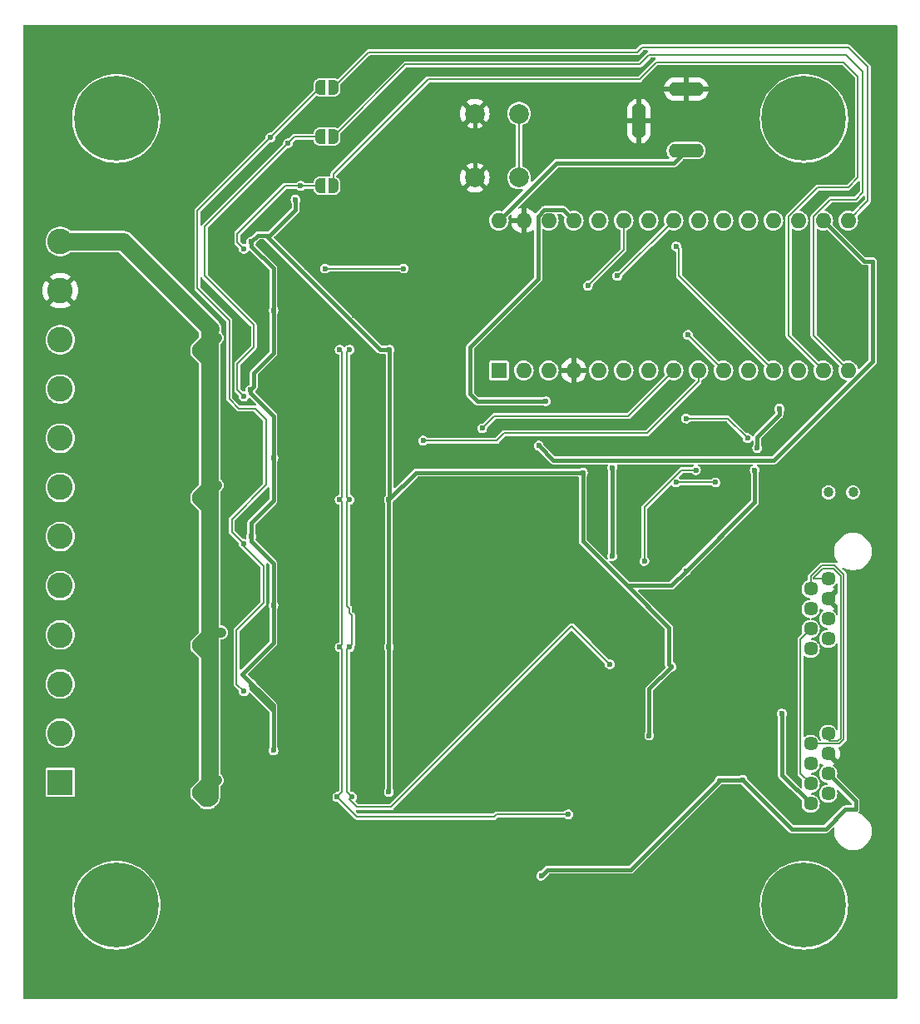
<source format=gbr>
%TF.GenerationSoftware,KiCad,Pcbnew,8.0.6*%
%TF.CreationDate,2024-12-06T15:31:51-05:00*%
%TF.ProjectId,LCC_Booster,4c43435f-426f-46f7-9374-65722e6b6963,5*%
%TF.SameCoordinates,Original*%
%TF.FileFunction,Copper,L2,Bot*%
%TF.FilePolarity,Positive*%
%FSLAX46Y46*%
G04 Gerber Fmt 4.6, Leading zero omitted, Abs format (unit mm)*
G04 Created by KiCad (PCBNEW 8.0.6) date 2024-12-06 15:31:51*
%MOMM*%
%LPD*%
G01*
G04 APERTURE LIST*
G04 Aperture macros list*
%AMFreePoly0*
4,1,19,0.500000,-0.750000,0.000000,-0.750000,0.000000,-0.744911,-0.071157,-0.744911,-0.207708,-0.704816,-0.327430,-0.627875,-0.420627,-0.520320,-0.479746,-0.390866,-0.500000,-0.250000,-0.500000,0.250000,-0.479746,0.390866,-0.420627,0.520320,-0.327430,0.627875,-0.207708,0.704816,-0.071157,0.744911,0.000000,0.744911,0.000000,0.750000,0.500000,0.750000,0.500000,-0.750000,0.500000,-0.750000,
$1*%
%AMFreePoly1*
4,1,19,0.000000,0.744911,0.071157,0.744911,0.207708,0.704816,0.327430,0.627875,0.420627,0.520320,0.479746,0.390866,0.500000,0.250000,0.500000,-0.250000,0.479746,-0.390866,0.420627,-0.520320,0.327430,-0.627875,0.207708,-0.704816,0.071157,-0.744911,0.000000,-0.744911,0.000000,-0.750000,-0.500000,-0.750000,-0.500000,0.750000,0.000000,0.750000,0.000000,0.744911,0.000000,0.744911,
$1*%
G04 Aperture macros list end*
%TA.AperFunction,ComponentPad*%
%ADD10C,0.900000*%
%TD*%
%TA.AperFunction,ComponentPad*%
%ADD11C,8.600000*%
%TD*%
%TA.AperFunction,ComponentPad*%
%ADD12C,2.000000*%
%TD*%
%TA.AperFunction,ComponentPad*%
%ADD13C,1.448000*%
%TD*%
%TA.AperFunction,ComponentPad*%
%ADD14C,1.030000*%
%TD*%
%TA.AperFunction,ComponentPad*%
%ADD15R,1.600000X1.600000*%
%TD*%
%TA.AperFunction,ComponentPad*%
%ADD16O,1.600000X1.600000*%
%TD*%
%TA.AperFunction,ComponentPad*%
%ADD17O,3.600000X1.400000*%
%TD*%
%TA.AperFunction,ComponentPad*%
%ADD18O,1.400000X3.600000*%
%TD*%
%TA.AperFunction,ComponentPad*%
%ADD19R,2.600000X2.600000*%
%TD*%
%TA.AperFunction,ComponentPad*%
%ADD20C,2.600000*%
%TD*%
%TA.AperFunction,SMDPad,CuDef*%
%ADD21FreePoly0,0.000000*%
%TD*%
%TA.AperFunction,SMDPad,CuDef*%
%ADD22FreePoly1,0.000000*%
%TD*%
%TA.AperFunction,ViaPad*%
%ADD23C,0.600000*%
%TD*%
%TA.AperFunction,ViaPad*%
%ADD24C,1.000000*%
%TD*%
%TA.AperFunction,Conductor*%
%ADD25C,0.200000*%
%TD*%
%TA.AperFunction,Conductor*%
%ADD26C,0.400000*%
%TD*%
%TA.AperFunction,Conductor*%
%ADD27C,0.440000*%
%TD*%
%TA.AperFunction,Conductor*%
%ADD28C,1.000000*%
%TD*%
%TA.AperFunction,Conductor*%
%ADD29C,1.750000*%
%TD*%
G04 APERTURE END LIST*
D10*
%TO.P,H3,1,1*%
%TO.N,unconnected-(H3-Pad1)_7*%
X96775000Y-110000000D03*
X97719581Y-107719581D03*
X97719581Y-112280419D03*
X100000000Y-106775000D03*
D11*
X100000000Y-110000000D03*
D10*
X100000000Y-113225000D03*
X102280419Y-107719581D03*
X102280419Y-112280419D03*
X103225000Y-110000000D03*
%TD*%
%TO.P,H1,1,1*%
%TO.N,unconnected-(H1-Pad1)_5*%
X26775000Y-30000000D03*
X27719581Y-27719581D03*
X27719581Y-32280419D03*
X30000000Y-26775000D03*
D11*
X30000000Y-30000000D03*
D10*
X30000000Y-33225000D03*
X32280419Y-27719581D03*
X32280419Y-32280419D03*
X33225000Y-30000000D03*
%TD*%
%TO.P,H4,1,1*%
%TO.N,unconnected-(H4-Pad1)_4*%
X26775000Y-110000000D03*
X27719581Y-107719581D03*
X27719581Y-112280419D03*
X30000000Y-106775000D03*
D11*
X30000000Y-110000000D03*
D10*
X30000000Y-113225000D03*
X32280419Y-107719581D03*
X32280419Y-112280419D03*
X33225000Y-110000000D03*
%TD*%
%TO.P,H2,1,1*%
%TO.N,unconnected-(H2-Pad1)_1*%
X96775000Y-30000000D03*
X97719581Y-27719581D03*
X97719581Y-32280419D03*
X100000000Y-26775000D03*
D11*
X100000000Y-30000000D03*
D10*
X100000000Y-33225000D03*
X102280419Y-27719581D03*
X102280419Y-32280419D03*
X103225000Y-30000000D03*
%TD*%
D12*
%TO.P,SW1,1,1*%
%TO.N,GND*%
X66500000Y-36000000D03*
X66500000Y-29500000D03*
%TO.P,SW1,2,2*%
%TO.N,/~{reset}*%
X71000000Y-36000000D03*
X71000000Y-29500000D03*
%TD*%
D13*
%TO.P,J3,1_1,1_1*%
%TO.N,/can_h*%
X102460000Y-92573000D03*
%TO.P,J3,1_2,1_2*%
%TO.N,/can_l*%
X100680000Y-93589000D03*
%TO.P,J3,1_3,1_3*%
%TO.N,GND*%
X102460000Y-94605000D03*
%TO.P,J3,1_4,1_4*%
%TO.N,/raw_dcc_n*%
X100680000Y-95621000D03*
%TO.P,J3,1_5,1_5*%
%TO.N,/raw_dcc_p*%
X102460000Y-96637000D03*
%TO.P,J3,1_6,1_6*%
%TO.N,/can_shield*%
X100680000Y-97653000D03*
%TO.P,J3,1_7,1_7*%
%TO.N,/pwr_n*%
X102460000Y-98669000D03*
%TO.P,J3,1_8,1_8*%
%TO.N,/pwr_p*%
X100680000Y-99685000D03*
%TO.P,J3,2_1,2_1*%
%TO.N,/can_h*%
X102460000Y-76823000D03*
%TO.P,J3,2_2,2_2*%
%TO.N,/can_l*%
X100680000Y-77839000D03*
%TO.P,J3,2_3,2_3*%
%TO.N,GND*%
X102460000Y-78855000D03*
%TO.P,J3,2_4,2_4*%
%TO.N,/raw_dcc_n*%
X100680000Y-79871000D03*
%TO.P,J3,2_5,2_5*%
%TO.N,/raw_dcc_p*%
X102460000Y-80887000D03*
%TO.P,J3,2_6,2_6*%
%TO.N,/can_shield*%
X100680000Y-81903000D03*
%TO.P,J3,2_7,2_7*%
%TO.N,/pwr_n*%
X102460000Y-82919000D03*
%TO.P,J3,2_8,2_8*%
%TO.N,/pwr_p*%
X100680000Y-83935000D03*
%TD*%
D14*
%TO.P,Y1,1*%
%TO.N,Net-(U9-OSC1)*%
X105000000Y-68018861D03*
%TO.P,Y1,2*%
%TO.N,Net-(U9-OSC2)*%
X102500000Y-68018861D03*
%TD*%
D15*
%TO.P,A1,1,D1/TX*%
%TO.N,/dcc_en_C*%
X68950000Y-55610000D03*
D16*
%TO.P,A1,2,D0/RX*%
%TO.N,/dcc_en_D*%
X71490000Y-55610000D03*
%TO.P,A1,3,~{RESET}*%
%TO.N,unconnected-(A1-~{RESET}-Pad3)*%
X74030000Y-55610000D03*
%TO.P,A1,4,GND*%
%TO.N,GND*%
X76570000Y-55610000D03*
%TO.P,A1,5,D2*%
%TO.N,/int-cantx*%
X79110000Y-55610000D03*
%TO.P,A1,6,D3*%
%TO.N,/pwm_D*%
X81650000Y-55610000D03*
%TO.P,A1,7,D4*%
%TO.N,/dir_D*%
X84190000Y-55610000D03*
%TO.P,A1,8,D5*%
%TO.N,/pwm_C*%
X86730000Y-55610000D03*
%TO.P,A1,9,D6*%
%TO.N,/pwm_B*%
X89270000Y-55610000D03*
%TO.P,A1,10,D7*%
%TO.N,/dir_C*%
X91810000Y-55610000D03*
%TO.P,A1,11,D8*%
%TO.N,/dcc_p*%
X94350000Y-55610000D03*
%TO.P,A1,12,D9*%
%TO.N,/pwm_A*%
X96890000Y-55610000D03*
%TO.P,A1,13,D10*%
%TO.N,/cs-canrx*%
X99430000Y-55610000D03*
%TO.P,A1,14,D11*%
%TO.N,/copi-nFault_A*%
X101970000Y-55610000D03*
%TO.P,A1,15,D12*%
%TO.N,/cipo-nFault_B*%
X104510000Y-55610000D03*
%TO.P,A1,16,D13*%
%TO.N,/sck-nFault_CD*%
X104510000Y-40370000D03*
%TO.P,A1,17,3V3*%
%TO.N,+3.3V*%
X101970000Y-40370000D03*
%TO.P,A1,18,AREF*%
%TO.N,unconnected-(A1-AREF-Pad18)*%
X99430000Y-40370000D03*
%TO.P,A1,19,A0*%
%TO.N,/sense_D*%
X96890000Y-40370000D03*
%TO.P,A1,20,A1*%
%TO.N,/sense_C*%
X94350000Y-40370000D03*
%TO.P,A1,21,A2*%
%TO.N,/sense_B*%
X91810000Y-40370000D03*
%TO.P,A1,22,A3*%
%TO.N,/sense_A*%
X89270000Y-40370000D03*
%TO.P,A1,23,A4*%
%TO.N,/dir_B*%
X86730000Y-40370000D03*
%TO.P,A1,24,A5*%
%TO.N,/dir_A*%
X84190000Y-40370000D03*
%TO.P,A1,25,A6*%
%TO.N,/dcc_en_B*%
X81650000Y-40370000D03*
%TO.P,A1,26,A7*%
%TO.N,/dcc_en_A*%
X79110000Y-40370000D03*
%TO.P,A1,27,+5V*%
%TO.N,+5V*%
X76570000Y-40370000D03*
%TO.P,A1,28,~{RESET}*%
%TO.N,/~{reset}*%
X74030000Y-40370000D03*
%TO.P,A1,29,GND*%
%TO.N,GND*%
X71490000Y-40370000D03*
%TO.P,A1,30,VIN*%
%TO.N,VIN*%
X68950000Y-40370000D03*
%TD*%
D17*
%TO.P,J2,A*%
%TO.N,VIN*%
X88000000Y-33250000D03*
%TO.P,J2,B*%
%TO.N,GND*%
X88000000Y-27000000D03*
D18*
%TO.P,J2,C*%
X83200000Y-30250000D03*
%TD*%
D19*
%TO.P,J1,1,Pin_1*%
%TO.N,/raw_dcc_n*%
X24305000Y-97500000D03*
D20*
%TO.P,J1,2,Pin_2*%
%TO.N,/raw_dcc_p*%
X24305000Y-92500000D03*
%TO.P,J1,3,Pin_3*%
%TO.N,/out2_D*%
X24305000Y-87500000D03*
%TO.P,J1,4,Pin_4*%
%TO.N,/out1_D*%
X24305000Y-82500000D03*
%TO.P,J1,5,Pin_5*%
%TO.N,/out2_C*%
X24305000Y-77500000D03*
%TO.P,J1,6,Pin_6*%
%TO.N,/out1_C*%
X24305000Y-72500000D03*
%TO.P,J1,7,Pin_7*%
%TO.N,/out2_B*%
X24305000Y-67500000D03*
%TO.P,J1,8,Pin_8*%
%TO.N,/out1_B*%
X24305000Y-62500000D03*
%TO.P,J1,9,Pin_9*%
%TO.N,/out2_A*%
X24305000Y-57500000D03*
%TO.P,J1,10,Pin_10*%
%TO.N,/out1_A*%
X24305000Y-52500000D03*
%TO.P,J1,11,Pin_11*%
%TO.N,GND*%
X24305000Y-47500000D03*
%TO.P,J1,12,Pin_12*%
%TO.N,VTRACK*%
X24305000Y-42500000D03*
%TD*%
D21*
%TO.P,JP3,1,A*%
%TO.N,/nFault_A*%
X50791583Y-36831087D03*
D22*
%TO.P,JP3,2,B*%
%TO.N,/copi-nFault_A*%
X52091583Y-36831087D03*
%TD*%
D21*
%TO.P,JP4,1,A*%
%TO.N,/nFault_B*%
X50791583Y-31831087D03*
D22*
%TO.P,JP4,2,B*%
%TO.N,/cipo-nFault_B*%
X52091583Y-31831087D03*
%TD*%
D21*
%TO.P,JP5,1,A*%
%TO.N,/nFault_C*%
X50791583Y-26831087D03*
D22*
%TO.P,JP5,2,B*%
%TO.N,/sck-nFault_CD*%
X52091583Y-26831087D03*
%TD*%
D23*
%TO.N,/dcc_p*%
X53739760Y-83750000D03*
X53739760Y-68750000D03*
X89000000Y-65750000D03*
X53750000Y-53500000D03*
X83750000Y-75000000D03*
X80250000Y-85500000D03*
X54000000Y-99000000D03*
%TO.N,/dir_C*%
X88200000Y-52000000D03*
%TO.N,/pwm_A*%
X51250000Y-45250000D03*
X87000000Y-43000000D03*
X59250000Y-45250000D03*
%TO.N,/dcc_en_B*%
X78000000Y-47000000D03*
%TO.N,/pwm_C*%
X67250000Y-61500000D03*
%TO.N,+3.3V*%
X73000000Y-63250000D03*
D24*
%TO.N,GND*%
X43300000Y-90812499D03*
D23*
X95750000Y-70500000D03*
X50276726Y-73611250D03*
X70000000Y-53500000D03*
X23250000Y-117250000D03*
D24*
X43800000Y-76712499D03*
D23*
X41250000Y-85750000D03*
X94000000Y-88750000D03*
X30750000Y-38000000D03*
X69500000Y-68500000D03*
X86750000Y-68250000D03*
X59250000Y-26750000D03*
X40500000Y-104250000D03*
D24*
X42800000Y-46687501D03*
D23*
X43500000Y-38750000D03*
X46750000Y-88500000D03*
X44250000Y-69500000D03*
X49000000Y-95000000D03*
X50276726Y-58611250D03*
X93750000Y-36250000D03*
D24*
X42300000Y-45800000D03*
X42300000Y-60812499D03*
D23*
X89750000Y-83750000D03*
X49000000Y-50000000D03*
X106500000Y-115750000D03*
D24*
X43800000Y-91712499D03*
D23*
X65750000Y-83000000D03*
X81500000Y-103500000D03*
X54500000Y-93500000D03*
X81250000Y-101750000D03*
X47750000Y-104250000D03*
X36750000Y-28500000D03*
X64500000Y-89750000D03*
X51178155Y-72900965D03*
X50607890Y-87940901D03*
X26250000Y-45000000D03*
D24*
X43300000Y-45800000D03*
X43300000Y-47600000D03*
D23*
X43000000Y-71250000D03*
D24*
X42300000Y-77612499D03*
D23*
X50276726Y-88611250D03*
X52000000Y-80000000D03*
X46750000Y-73500000D03*
X104500000Y-62000000D03*
X103000000Y-48000000D03*
X54239760Y-50010436D03*
X106250000Y-108500000D03*
D24*
X42300000Y-90812499D03*
D23*
X31750000Y-96000000D03*
X84000000Y-66750000D03*
X40250000Y-41500000D03*
X63000000Y-75500000D03*
X46500000Y-58250000D03*
X49000000Y-65000000D03*
X74000000Y-76000000D03*
D24*
X42300000Y-92612499D03*
X42800000Y-61700000D03*
D23*
X56500000Y-86500000D03*
X57000000Y-39250000D03*
X36750000Y-75000000D03*
X44750000Y-53250000D03*
X54750000Y-64750000D03*
X57000000Y-24250000D03*
D24*
X42300000Y-62612499D03*
D23*
X30500000Y-80500000D03*
X90000000Y-78750000D03*
D24*
X43300000Y-60812499D03*
D23*
X23000000Y-108750000D03*
D24*
X42800000Y-91700000D03*
D23*
X105500000Y-98000000D03*
X94000000Y-60700000D03*
D24*
X42300000Y-47600000D03*
D23*
X45250000Y-83000000D03*
X73250000Y-91750000D03*
X37000000Y-85250000D03*
X31000000Y-59500000D03*
X87500000Y-104000000D03*
X36750000Y-55500000D03*
X70000000Y-92000000D03*
X56250000Y-54250000D03*
X60750000Y-56750000D03*
X37500000Y-90750000D03*
D24*
X41799997Y-76700000D03*
D23*
X31750000Y-117750000D03*
X101250000Y-101000000D03*
X93000000Y-105250000D03*
D24*
X41799997Y-91700000D03*
D23*
X83592932Y-61316562D03*
X52000000Y-50000000D03*
X47500000Y-84000000D03*
X31000000Y-69750000D03*
X39250000Y-47250000D03*
D24*
X43800000Y-61712499D03*
D23*
X46500000Y-44500000D03*
X31250000Y-75000000D03*
X42983238Y-56375735D03*
X60500000Y-41000000D03*
X107750000Y-31000000D03*
D24*
X42800000Y-76700000D03*
D23*
X47250000Y-69250000D03*
X59250000Y-71750000D03*
D24*
X41799997Y-61700000D03*
D23*
X105500000Y-83500000D03*
X50276726Y-43611250D03*
D24*
X42300000Y-75812499D03*
D23*
X84500000Y-47000000D03*
X97750000Y-86500000D03*
X36250000Y-38250000D03*
X74000000Y-70500000D03*
X67750000Y-86500000D03*
X107250000Y-22500000D03*
X86000000Y-88500000D03*
X55750000Y-94500000D03*
D24*
X43300000Y-92612499D03*
D23*
X35250000Y-59500000D03*
X58500000Y-56000000D03*
X36750000Y-45750000D03*
D24*
X41799997Y-46687501D03*
D23*
X96750000Y-117250000D03*
X101750000Y-88250000D03*
X59500000Y-58250000D03*
D24*
X43300000Y-75812499D03*
D23*
X80000000Y-21750000D03*
X51035815Y-57877538D03*
X36000000Y-70000000D03*
X49000000Y-80000000D03*
D24*
X43300000Y-77612499D03*
X43300000Y-62612499D03*
X43800000Y-46700000D03*
D23*
X52250000Y-94250000D03*
X54239760Y-80010436D03*
X52000000Y-64500000D03*
X63500000Y-96000000D03*
X63250000Y-58750000D03*
X91000000Y-88500000D03*
X91500000Y-70250000D03*
%TO.N,/dir_B*%
X81000000Y-46000000D03*
%TO.N,+5V*%
X80500000Y-74500000D03*
X73750000Y-58750000D03*
X80500000Y-65500000D03*
%TO.N,/pwm_B*%
X61250000Y-62750000D03*
%TO.N,IOREF*%
X84250000Y-92750000D03*
X43750000Y-72500000D03*
X57832501Y-53500000D03*
X43750000Y-42500000D03*
X43750000Y-87500000D03*
X57750000Y-68750000D03*
X95250000Y-63500000D03*
X86500000Y-85750000D03*
X97500000Y-59500000D03*
X46000000Y-49500000D03*
X57750000Y-98500000D03*
X46000000Y-94250000D03*
X57750000Y-83750000D03*
X88000000Y-76000000D03*
X43645001Y-57604999D03*
X48250000Y-38250000D03*
X95000000Y-65750000D03*
X46000000Y-64500000D03*
X77500000Y-66000000D03*
X46000000Y-79500000D03*
D24*
%TO.N,VTRACK*%
X38946279Y-82696279D03*
X38250000Y-98750000D03*
X40235532Y-52273779D03*
X40235532Y-67273779D03*
X38250000Y-83750000D03*
X38946279Y-67696279D03*
X38946279Y-52696279D03*
X38250000Y-53750000D03*
X38946279Y-97696279D03*
X40681351Y-82251553D03*
X38250000Y-68750000D03*
X40235532Y-97273779D03*
D23*
%TO.N,/pwr_p*%
X97750000Y-90500000D03*
%TO.N,/raw_dcc_p*%
X73250000Y-107000000D03*
X93750000Y-97250000D03*
%TO.N,/dcc_n*%
X52750000Y-68750000D03*
X76000000Y-100750000D03*
X52500000Y-99000000D03*
X52750000Y-83750000D03*
X52750000Y-53500000D03*
%TO.N,Net-(JP11-B)*%
X91000000Y-67000000D03*
X87000000Y-67000000D03*
%TO.N,Net-(JP11-A)*%
X94250000Y-62500000D03*
X88000000Y-60500000D03*
%TO.N,/nFault_A*%
X48750000Y-36831087D03*
X42995000Y-43250000D03*
%TO.N,/nFault_B*%
X42995000Y-58250000D03*
X47500000Y-32500000D03*
%TO.N,/nFault_C*%
X42995000Y-73250000D03*
X45686335Y-31936335D03*
X42995000Y-88250000D03*
%TD*%
D25*
%TO.N,/dcc_p*%
X54000000Y-83489760D02*
X53739760Y-83750000D01*
X58000000Y-100000000D02*
X76375000Y-81625000D01*
X53500000Y-83989760D02*
X53500000Y-98500000D01*
X76375000Y-81625000D02*
X80250000Y-85500000D01*
X53500000Y-68510240D02*
X53739760Y-68750000D01*
X53739760Y-83750000D02*
X53500000Y-83989760D01*
X53500000Y-98500000D02*
X54000000Y-99000000D01*
X53500000Y-68989760D02*
X53500000Y-79563569D01*
X53739760Y-80217543D02*
X54000000Y-80477783D01*
X53739760Y-99239760D02*
X54500000Y-100000000D01*
X83750000Y-69542893D02*
X83750000Y-75000000D01*
X89000000Y-65750000D02*
X87542893Y-65750000D01*
X54500000Y-100000000D02*
X58000000Y-100000000D01*
X53739760Y-99260240D02*
X53739760Y-99239760D01*
X87542893Y-65750000D02*
X83750000Y-69542893D01*
X53500000Y-53750000D02*
X53500000Y-68510240D01*
X54000000Y-80477783D02*
X54000000Y-83489760D01*
X54000000Y-99000000D02*
X53739760Y-99260240D01*
X53739760Y-79803329D02*
X53739760Y-80217543D01*
X53750000Y-53500000D02*
X53500000Y-53750000D01*
X53739760Y-68750000D02*
X53500000Y-68989760D01*
X53500000Y-79563569D02*
X53739760Y-79803329D01*
%TO.N,/dir_C*%
X88200000Y-52000000D02*
X91810000Y-55610000D01*
%TO.N,/~{reset}*%
X71000000Y-36000000D02*
X71000000Y-29500000D01*
%TO.N,/pwm_A*%
X87000000Y-43000000D02*
X87280000Y-43280000D01*
X87280000Y-46000000D02*
X96890000Y-55610000D01*
X87280000Y-43280000D02*
X87280000Y-46000000D01*
X51250000Y-45250000D02*
X59250000Y-45250000D01*
%TO.N,/dcc_en_B*%
X81650000Y-43350000D02*
X81650000Y-40370000D01*
X78000000Y-47000000D02*
X81650000Y-43350000D01*
%TO.N,/pwm_C*%
X82090000Y-60250000D02*
X68500000Y-60250000D01*
X68500000Y-60250000D02*
X67250000Y-61500000D01*
X86730000Y-55610000D02*
X82090000Y-60250000D01*
D26*
%TO.N,+3.3V*%
X107000000Y-54675635D02*
X107000000Y-44500000D01*
X96925635Y-64750000D02*
X107000000Y-54675635D01*
X73000000Y-63250000D02*
X74500000Y-64750000D01*
X106100000Y-44500000D02*
X101970000Y-40370000D01*
X107000000Y-44500000D02*
X106100000Y-44500000D01*
X74500000Y-64750000D02*
X96925635Y-64750000D01*
D25*
%TO.N,/sck-nFault_CD*%
X106500000Y-38380000D02*
X106500000Y-24750000D01*
X104500000Y-22750000D02*
X83500000Y-22750000D01*
X104510000Y-40370000D02*
X106500000Y-38380000D01*
X83000000Y-23250000D02*
X55672670Y-23250000D01*
X55672670Y-23250000D02*
X52091583Y-26831087D01*
X106500000Y-24750000D02*
X104500000Y-22750000D01*
X83500000Y-22750000D02*
X83000000Y-23250000D01*
D27*
%TO.N,VIN*%
X74820000Y-34500000D02*
X68950000Y-40370000D01*
X86750000Y-34500000D02*
X74820000Y-34500000D01*
X88000000Y-33250000D02*
X86750000Y-34500000D01*
%TO.N,GND*%
X66500000Y-36000000D02*
X66500000Y-29500000D01*
D25*
%TO.N,/dir_B*%
X81000000Y-46000000D02*
X81100000Y-46000000D01*
X81100000Y-46000000D02*
X86730000Y-40370000D01*
D26*
%TO.N,+5V*%
X66750000Y-58750000D02*
X66000000Y-58000000D01*
X80500000Y-65500000D02*
X80500000Y-74500000D01*
X72930000Y-46320000D02*
X72930000Y-39914365D01*
X75470000Y-39270000D02*
X76570000Y-40370000D01*
X66000000Y-58000000D02*
X66000000Y-53250000D01*
X73750000Y-58750000D02*
X66750000Y-58750000D01*
X73574365Y-39270000D02*
X75470000Y-39270000D01*
X72930000Y-39914365D02*
X73574365Y-39270000D01*
X66000000Y-53250000D02*
X72930000Y-46320000D01*
D25*
%TO.N,/pwm_B*%
X61250000Y-62750000D02*
X68750000Y-62750000D01*
X89270000Y-56741370D02*
X89270000Y-55610000D01*
X69500000Y-62000000D02*
X84011370Y-62000000D01*
X68750000Y-62750000D02*
X69500000Y-62000000D01*
X84011370Y-62000000D02*
X89270000Y-56741370D01*
D26*
%TO.N,IOREF*%
X97500000Y-60098529D02*
X95250000Y-62348529D01*
X57750000Y-68750000D02*
X57750000Y-83750000D01*
X77500000Y-73000000D02*
X77500000Y-66000000D01*
X43645001Y-57886322D02*
X46000000Y-60241321D01*
X86500000Y-85750000D02*
X84250000Y-88000000D01*
X82000000Y-77500000D02*
X77500000Y-73000000D01*
X57750000Y-68750000D02*
X57832501Y-68667499D01*
X46000000Y-60241321D02*
X46000000Y-68860993D01*
X84250000Y-88000000D02*
X84250000Y-92750000D01*
X43750000Y-42500000D02*
X43750000Y-42991321D01*
X88000000Y-76000000D02*
X86500000Y-77500000D01*
X57832501Y-68667499D02*
X57832501Y-53500000D01*
X45248296Y-41867501D02*
X56880795Y-53500000D01*
X60500000Y-66000000D02*
X77500000Y-66000000D01*
X95000000Y-69000000D02*
X88000000Y-76000000D01*
X43750000Y-72991321D02*
X43750000Y-71110993D01*
X95250000Y-62348529D02*
X95250000Y-63500000D01*
X43750000Y-72500000D02*
X43750000Y-72991321D01*
X46000000Y-83309836D02*
X42809836Y-86500000D01*
X44000000Y-57250000D02*
X43645001Y-57604999D01*
X86500000Y-85750000D02*
X86250000Y-85500000D01*
X95000000Y-65750000D02*
X95000000Y-69000000D01*
X43750000Y-42991321D02*
X46000000Y-45241321D01*
X45632499Y-41867501D02*
X45248296Y-41867501D01*
X43645001Y-57604999D02*
X43645001Y-57886322D01*
X43750000Y-87500000D02*
X43750000Y-87991321D01*
X48250000Y-38250000D02*
X48250000Y-39250000D01*
X43750000Y-42500000D02*
X44382499Y-41867501D01*
X46000000Y-94250000D02*
X46000000Y-89690164D01*
X46000000Y-60241321D02*
X46000000Y-64500000D01*
X56880795Y-53500000D02*
X57500000Y-53500000D01*
X86250000Y-85500000D02*
X86250000Y-81750000D01*
X46000000Y-45241321D02*
X46000000Y-53860993D01*
X57750000Y-83750000D02*
X57750000Y-98500000D01*
X44000000Y-55860993D02*
X44000000Y-57250000D01*
X48250000Y-39250000D02*
X45632499Y-41867501D01*
X46000000Y-68860993D02*
X46000000Y-64500000D01*
X43750000Y-72991321D02*
X46000000Y-75241321D01*
X43750000Y-71110993D02*
X46000000Y-68860993D01*
X57750000Y-68750000D02*
X60500000Y-66000000D01*
X46000000Y-89690164D02*
X42809836Y-86500000D01*
X46000000Y-75241321D02*
X46000000Y-83309836D01*
X86250000Y-81750000D02*
X82000000Y-77500000D01*
X43750000Y-87991321D02*
X46000000Y-90241321D01*
X46000000Y-53860993D02*
X44000000Y-55860993D01*
X44382499Y-41867501D02*
X45248296Y-41867501D01*
X43750000Y-87500000D02*
X43750000Y-87440164D01*
X86500000Y-77500000D02*
X82000000Y-77500000D01*
X97500000Y-59500000D02*
X97500000Y-60098529D01*
X43750000Y-87440164D02*
X42809836Y-86500000D01*
D28*
%TO.N,VTRACK*%
X39500000Y-69500000D02*
X39000000Y-69500000D01*
X39500000Y-69500000D02*
X39500000Y-68009311D01*
X38250000Y-83750000D02*
X39000000Y-84500000D01*
X39000000Y-99500000D02*
X38250000Y-98750000D01*
X38250000Y-98750000D02*
X38250000Y-98392558D01*
X39500000Y-84500000D02*
X39500000Y-83009311D01*
X38250000Y-83750000D02*
X38250000Y-83392558D01*
X39500000Y-99500000D02*
X39000000Y-99500000D01*
D29*
X39500000Y-71500000D02*
X39500000Y-84500000D01*
D28*
X38250000Y-68750000D02*
X38250000Y-68392558D01*
D29*
X39616251Y-51383749D02*
X36991251Y-48758749D01*
D28*
X39500000Y-99000000D02*
X39500000Y-98009311D01*
X40484055Y-82251553D02*
X40681351Y-82251553D01*
X38250000Y-68392558D02*
X38946279Y-67696279D01*
D29*
X39500000Y-51267498D02*
X39500000Y-63250000D01*
D28*
X39500000Y-98009311D02*
X40235532Y-97273779D01*
X38250000Y-83392558D02*
X38946279Y-82696279D01*
D29*
X36991251Y-48758749D02*
X30732502Y-42500000D01*
D28*
X39500000Y-99500000D02*
X39500000Y-99000000D01*
D29*
X36991251Y-48758749D02*
X39500000Y-51267498D01*
X39500000Y-63250000D02*
X39500000Y-69500000D01*
X39500000Y-63250000D02*
X39500000Y-71500000D01*
D28*
X39000000Y-84500000D02*
X39500000Y-84500000D01*
X39000000Y-54500000D02*
X38250000Y-53750000D01*
D29*
X30732502Y-42500000D02*
X24305000Y-42500000D01*
D28*
X39500000Y-54500000D02*
X39000000Y-54500000D01*
X40484054Y-82251553D02*
X40681351Y-82251553D01*
X39500000Y-53009311D02*
X40235532Y-52273779D01*
X38250000Y-53392558D02*
X38946279Y-52696279D01*
X38250000Y-53750000D02*
X38250000Y-53392558D01*
X39500000Y-83009311D02*
X40235532Y-82273779D01*
X39000000Y-69500000D02*
X38250000Y-68750000D01*
X39500000Y-54500000D02*
X39500000Y-53009311D01*
X39500000Y-68009311D02*
X40235532Y-67273779D01*
X38250000Y-98392558D02*
X38946279Y-97696279D01*
D29*
X39500000Y-71500000D02*
X39500000Y-99000000D01*
D25*
%TO.N,/can_h*%
X102460000Y-93137000D02*
X102612000Y-93289000D01*
X103750000Y-76500000D02*
X103000000Y-75750000D01*
X101924264Y-75750000D02*
X100980000Y-76694264D01*
X103000000Y-75750000D02*
X101924264Y-75750000D01*
X103461000Y-93289000D02*
X103750000Y-93000000D01*
X102612000Y-93289000D02*
X103461000Y-93289000D01*
X103750000Y-93000000D02*
X103750000Y-76500000D01*
X100980000Y-76803000D02*
X101000000Y-76823000D01*
X100980000Y-76694264D02*
X100980000Y-76803000D01*
X101000000Y-76823000D02*
X102460000Y-76823000D01*
%TO.N,/can_l*%
X101800000Y-75450000D02*
X103124264Y-75450000D01*
X100680000Y-76570000D02*
X101800000Y-75450000D01*
X103585264Y-93589000D02*
X100680000Y-93589000D01*
X104050000Y-93124264D02*
X103585264Y-93589000D01*
X103124264Y-75450000D02*
X104050000Y-76375736D01*
X100680000Y-77839000D02*
X100680000Y-76570000D01*
X104050000Y-76375736D02*
X104050000Y-93124264D01*
%TO.N,/can_shield*%
X99656000Y-82927000D02*
X100680000Y-81903000D01*
X100680000Y-97653000D02*
X99656000Y-96629000D01*
X99656000Y-96629000D02*
X99656000Y-82927000D01*
D26*
%TO.N,/pwr_p*%
X100680000Y-99685000D02*
X97750000Y-96755000D01*
X97750000Y-96755000D02*
X97750000Y-90500000D01*
D27*
%TO.N,/raw_dcc_p*%
X102460000Y-96637000D02*
X105250000Y-99427000D01*
X82375000Y-106375000D02*
X91350000Y-97400000D01*
X105250000Y-99427000D02*
X105250000Y-100250000D01*
X104226867Y-100250000D02*
X102226867Y-102250000D01*
X91350000Y-97400000D02*
X91350000Y-97250000D01*
X98750000Y-102250000D02*
X93750000Y-97250000D01*
X91350000Y-97250000D02*
X93750000Y-97250000D01*
X73875000Y-106375000D02*
X82375000Y-106375000D01*
X105250000Y-100250000D02*
X104226867Y-100250000D01*
X73250000Y-107000000D02*
X73875000Y-106375000D01*
X102226867Y-102250000D02*
X98750000Y-102250000D01*
D25*
%TO.N,/cipo-nFault_B*%
X100970000Y-39955786D02*
X102675786Y-38250000D01*
X100970000Y-52070000D02*
X100970000Y-39955786D01*
X83250000Y-24500000D02*
X59422670Y-24500000D01*
X104510000Y-55610000D02*
X100970000Y-52070000D01*
X59422670Y-24500000D02*
X52091583Y-31831087D01*
X106000000Y-25250000D02*
X104250000Y-23500000D01*
X84250000Y-23500000D02*
X83250000Y-24500000D01*
X104250000Y-23500000D02*
X84250000Y-23500000D01*
X105250000Y-38250000D02*
X106000000Y-37500000D01*
X106000000Y-37500000D02*
X106000000Y-25250000D01*
X102675786Y-38250000D02*
X105250000Y-38250000D01*
%TO.N,/copi-nFault_A*%
X83250000Y-26000000D02*
X61750000Y-26000000D01*
X85000000Y-24250000D02*
X83250000Y-26000000D01*
X105500000Y-36000000D02*
X105500000Y-25750000D01*
X61750000Y-26000000D02*
X52091583Y-35658417D01*
X101385786Y-37000000D02*
X104500000Y-37000000D01*
X98430000Y-52070000D02*
X98430000Y-39955786D01*
X101970000Y-55610000D02*
X98430000Y-52070000D01*
X104500000Y-37000000D02*
X105500000Y-36000000D01*
X104000000Y-24250000D02*
X85000000Y-24250000D01*
X52091583Y-35658417D02*
X52091583Y-36831087D01*
X98430000Y-39955786D02*
X101385786Y-37000000D01*
X105500000Y-25750000D02*
X104000000Y-24250000D01*
%TO.N,/dcc_n*%
X68500000Y-101000000D02*
X54500000Y-101000000D01*
X52750000Y-83750000D02*
X53000000Y-84000000D01*
X52750000Y-53500000D02*
X53000000Y-53750000D01*
X53000000Y-68500000D02*
X52750000Y-68750000D01*
X53000000Y-69000000D02*
X53000000Y-83500000D01*
X53000000Y-53750000D02*
X53000000Y-68500000D01*
X53000000Y-83500000D02*
X52750000Y-83750000D01*
X52750000Y-68750000D02*
X53000000Y-69000000D01*
X76000000Y-100750000D02*
X68750000Y-100750000D01*
X68750000Y-100750000D02*
X68500000Y-101000000D01*
X54500000Y-101000000D02*
X52500000Y-99000000D01*
X53000000Y-84000000D02*
X53000000Y-98500000D01*
X53000000Y-98500000D02*
X52500000Y-99000000D01*
%TO.N,Net-(JP11-B)*%
X91000000Y-67000000D02*
X87000000Y-67000000D01*
%TO.N,Net-(JP11-A)*%
X94250000Y-62500000D02*
X92250000Y-60500000D01*
X92250000Y-60500000D02*
X88000000Y-60500000D01*
%TO.N,/nFault_A*%
X42995000Y-43250000D02*
X42309836Y-42564836D01*
X42309836Y-42564836D02*
X42309836Y-41690164D01*
X42309836Y-41690164D02*
X47168913Y-36831087D01*
X47168913Y-36831087D02*
X48750000Y-36831087D01*
X48750000Y-36831087D02*
X50791583Y-36831087D01*
%TO.N,/nFault_B*%
X42995000Y-58250000D02*
X42309836Y-57564836D01*
X39000000Y-41000000D02*
X47500000Y-32500000D01*
X44000000Y-53250000D02*
X44000000Y-51000000D01*
X39000000Y-46000000D02*
X39000000Y-41000000D01*
X44000000Y-51000000D02*
X39000000Y-46000000D01*
X42309836Y-57564836D02*
X42309836Y-54940164D01*
X42309836Y-54940164D02*
X44000000Y-53250000D01*
X47500000Y-32500000D02*
X48168913Y-31831087D01*
X48168913Y-31831087D02*
X50791583Y-31831087D01*
%TO.N,/nFault_C*%
X42995000Y-88250000D02*
X42250000Y-87505000D01*
X45000000Y-79250000D02*
X45000000Y-75500000D01*
X41750000Y-72005000D02*
X41750000Y-70750000D01*
X42500000Y-59500000D02*
X41500000Y-58500000D01*
X38250000Y-39372670D02*
X45686335Y-31936335D01*
X45250000Y-60625000D02*
X44125000Y-59500000D01*
X44125000Y-59500000D02*
X42500000Y-59500000D01*
X41750000Y-70750000D02*
X45250000Y-67250000D01*
X45000000Y-75500000D02*
X42995000Y-73495000D01*
X45686335Y-31936335D02*
X50791583Y-26831087D01*
X41500000Y-50500000D02*
X38250000Y-47250000D01*
X41500000Y-58500000D02*
X41500000Y-50500000D01*
X42995000Y-73495000D02*
X42995000Y-73250000D01*
X45250000Y-67250000D02*
X45250000Y-60625000D01*
X38250000Y-47250000D02*
X38250000Y-39372670D01*
X42250000Y-82000000D02*
X45000000Y-79250000D01*
X42250000Y-87505000D02*
X42250000Y-82000000D01*
X42995000Y-73250000D02*
X41750000Y-72005000D01*
%TD*%
%TA.AperFunction,Conductor*%
%TO.N,GND*%
G36*
X101742225Y-79848857D02*
G01*
X101758742Y-79858202D01*
X101845663Y-79919064D01*
X101920974Y-79954182D01*
X101965722Y-79995910D01*
X101977397Y-80055971D01*
X101951539Y-80111424D01*
X101937327Y-80123999D01*
X101837980Y-80196180D01*
X101837976Y-80196183D01*
X101707946Y-80340597D01*
X101707942Y-80340603D01*
X101610779Y-80508891D01*
X101610777Y-80508896D01*
X101610775Y-80508899D01*
X101610775Y-80508901D01*
X101589865Y-80573257D01*
X101550722Y-80693725D01*
X101530408Y-80887000D01*
X101550722Y-81080274D01*
X101564011Y-81121172D01*
X101610775Y-81265099D01*
X101610776Y-81265101D01*
X101610777Y-81265103D01*
X101610779Y-81265108D01*
X101683815Y-81391608D01*
X101707944Y-81433400D01*
X101707946Y-81433402D01*
X101837976Y-81577816D01*
X101837977Y-81577817D01*
X101837981Y-81577819D01*
X101837982Y-81577821D01*
X101995204Y-81692050D01*
X102172740Y-81771095D01*
X102337726Y-81806163D01*
X102390713Y-81836756D01*
X102415600Y-81892651D01*
X102402879Y-81952500D01*
X102357409Y-81993441D01*
X102337730Y-81999835D01*
X102237083Y-82021228D01*
X102172743Y-82034904D01*
X102172737Y-82034906D01*
X101995211Y-82113946D01*
X101995207Y-82113948D01*
X101995204Y-82113949D01*
X101995204Y-82113950D01*
X101960438Y-82139208D01*
X101837977Y-82228182D01*
X101837976Y-82228183D01*
X101707946Y-82372597D01*
X101707942Y-82372603D01*
X101610779Y-82540891D01*
X101610777Y-82540896D01*
X101610775Y-82540899D01*
X101610775Y-82540901D01*
X101588786Y-82608575D01*
X101550722Y-82725725D01*
X101530408Y-82919000D01*
X101550722Y-83112274D01*
X101556466Y-83129951D01*
X101610775Y-83297099D01*
X101610776Y-83297101D01*
X101610777Y-83297103D01*
X101610779Y-83297108D01*
X101663603Y-83388600D01*
X101707944Y-83465400D01*
X101707946Y-83465402D01*
X101837976Y-83609816D01*
X101837977Y-83609817D01*
X101837981Y-83609819D01*
X101837982Y-83609821D01*
X101995204Y-83724050D01*
X102172740Y-83803095D01*
X102362831Y-83843500D01*
X102362834Y-83843500D01*
X102557166Y-83843500D01*
X102557169Y-83843500D01*
X102747260Y-83803095D01*
X102924796Y-83724050D01*
X103082018Y-83609821D01*
X103084070Y-83607543D01*
X103154500Y-83529322D01*
X103212056Y-83465400D01*
X103264764Y-83374108D01*
X103310233Y-83333167D01*
X103371084Y-83326771D01*
X103424072Y-83357364D01*
X103448958Y-83413260D01*
X103449500Y-83423608D01*
X103449500Y-92068391D01*
X103430593Y-92126582D01*
X103381093Y-92162546D01*
X103319907Y-92162546D01*
X103270407Y-92126582D01*
X103264764Y-92117892D01*
X103236184Y-92068391D01*
X103212056Y-92026600D01*
X103189161Y-92001173D01*
X103082023Y-91882183D01*
X103082022Y-91882182D01*
X103082018Y-91882179D01*
X102924796Y-91767950D01*
X102924792Y-91767948D01*
X102924788Y-91767946D01*
X102747262Y-91688906D01*
X102747260Y-91688905D01*
X102747257Y-91688904D01*
X102747256Y-91688904D01*
X102711099Y-91681218D01*
X102557169Y-91648500D01*
X102362831Y-91648500D01*
X102241619Y-91674264D01*
X102172743Y-91688904D01*
X102172737Y-91688906D01*
X101995211Y-91767946D01*
X101995207Y-91767948D01*
X101837977Y-91882182D01*
X101837976Y-91882183D01*
X101707946Y-92026597D01*
X101707942Y-92026603D01*
X101610779Y-92194891D01*
X101610777Y-92194896D01*
X101550722Y-92379725D01*
X101530408Y-92573000D01*
X101550722Y-92766274D01*
X101556466Y-92783951D01*
X101610775Y-92951099D01*
X101610776Y-92951101D01*
X101610777Y-92951103D01*
X101610779Y-92951108D01*
X101663603Y-93042600D01*
X101707944Y-93119400D01*
X101707946Y-93119402D01*
X101711416Y-93123256D01*
X101736303Y-93179151D01*
X101723582Y-93238999D01*
X101678112Y-93279941D01*
X101637845Y-93288500D01*
X101626366Y-93288500D01*
X101568175Y-93269593D01*
X101532212Y-93220094D01*
X101529225Y-93210902D01*
X101529220Y-93210891D01*
X101476394Y-93119396D01*
X101432056Y-93042600D01*
X101383344Y-92988500D01*
X101302023Y-92898183D01*
X101302022Y-92898182D01*
X101246309Y-92857704D01*
X101144796Y-92783950D01*
X101144792Y-92783948D01*
X101144788Y-92783946D01*
X100967262Y-92704906D01*
X100967260Y-92704905D01*
X100967257Y-92704904D01*
X100967256Y-92704904D01*
X100931099Y-92697218D01*
X100777169Y-92664500D01*
X100582831Y-92664500D01*
X100461619Y-92690264D01*
X100392743Y-92704904D01*
X100392737Y-92704906D01*
X100215211Y-92783946D01*
X100215202Y-92783951D01*
X100113690Y-92857704D01*
X100055500Y-92876611D01*
X99997309Y-92857703D01*
X99961345Y-92808203D01*
X99956500Y-92777611D01*
X99956500Y-84746388D01*
X99975407Y-84688197D01*
X100024907Y-84652233D01*
X100086093Y-84652233D01*
X100113685Y-84666292D01*
X100215204Y-84740050D01*
X100392740Y-84819095D01*
X100582831Y-84859500D01*
X100582834Y-84859500D01*
X100777166Y-84859500D01*
X100777169Y-84859500D01*
X100967260Y-84819095D01*
X101144796Y-84740050D01*
X101302018Y-84625821D01*
X101432056Y-84481400D01*
X101529225Y-84313099D01*
X101589278Y-84128273D01*
X101609592Y-83935000D01*
X101589278Y-83741727D01*
X101529225Y-83556901D01*
X101529221Y-83556895D01*
X101529220Y-83556891D01*
X101452268Y-83423608D01*
X101432056Y-83388600D01*
X101350491Y-83298013D01*
X101302023Y-83244183D01*
X101302022Y-83244182D01*
X101272332Y-83222611D01*
X101144796Y-83129950D01*
X101144792Y-83129948D01*
X101144788Y-83129946D01*
X100967262Y-83050906D01*
X100967260Y-83050905D01*
X100967257Y-83050904D01*
X100967256Y-83050904D01*
X100940659Y-83045251D01*
X100802271Y-83015835D01*
X100749286Y-82985244D01*
X100724399Y-82929349D01*
X100737120Y-82869500D01*
X100782590Y-82828559D01*
X100802267Y-82822165D01*
X100967260Y-82787095D01*
X101144796Y-82708050D01*
X101302018Y-82593821D01*
X101314927Y-82579485D01*
X101378800Y-82508546D01*
X101432056Y-82449400D01*
X101521820Y-82293925D01*
X101529220Y-82281108D01*
X101529220Y-82281106D01*
X101529225Y-82281099D01*
X101589278Y-82096273D01*
X101609592Y-81903000D01*
X101589278Y-81709727D01*
X101529225Y-81524901D01*
X101529221Y-81524895D01*
X101529220Y-81524891D01*
X101476394Y-81433396D01*
X101432056Y-81356600D01*
X101376385Y-81294771D01*
X101302023Y-81212183D01*
X101302022Y-81212182D01*
X101302018Y-81212179D01*
X101144796Y-81097950D01*
X101144792Y-81097948D01*
X101144788Y-81097946D01*
X100967262Y-81018906D01*
X100967260Y-81018905D01*
X100967257Y-81018904D01*
X100967256Y-81018904D01*
X100940659Y-81013251D01*
X100802271Y-80983835D01*
X100749286Y-80953244D01*
X100724399Y-80897349D01*
X100737120Y-80837500D01*
X100782590Y-80796559D01*
X100802267Y-80790165D01*
X100967260Y-80755095D01*
X101144796Y-80676050D01*
X101302018Y-80561821D01*
X101432056Y-80417400D01*
X101529225Y-80249099D01*
X101589278Y-80064273D01*
X101603501Y-79928946D01*
X101628386Y-79873054D01*
X101681374Y-79842461D01*
X101742225Y-79848857D01*
G37*
%TD.AperFunction*%
%TA.AperFunction,Conductor*%
G36*
X103420504Y-79461950D02*
G01*
X103448281Y-79516467D01*
X103449500Y-79531954D01*
X103449500Y-80382391D01*
X103430593Y-80440582D01*
X103381093Y-80476546D01*
X103319907Y-80476546D01*
X103270407Y-80440582D01*
X103264764Y-80431892D01*
X103233473Y-80377695D01*
X103212056Y-80340600D01*
X103189161Y-80315173D01*
X103082023Y-80196183D01*
X103082015Y-80196177D01*
X102982673Y-80123999D01*
X102946709Y-80074499D01*
X102946710Y-80013314D01*
X102982674Y-79963814D01*
X102999026Y-79954182D01*
X103074334Y-79919066D01*
X103130902Y-79879455D01*
X102564915Y-79313468D01*
X102641413Y-79292971D01*
X102748587Y-79231094D01*
X102836094Y-79143587D01*
X102897971Y-79036413D01*
X102918468Y-78959914D01*
X103420504Y-79461950D01*
G37*
%TD.AperFunction*%
%TA.AperFunction,Conductor*%
G36*
X103424072Y-77261364D02*
G01*
X103448958Y-77317260D01*
X103449500Y-77327608D01*
X103449500Y-78178045D01*
X103430593Y-78236236D01*
X103420504Y-78248049D01*
X102918467Y-78750084D01*
X102897971Y-78673587D01*
X102836094Y-78566413D01*
X102748587Y-78478906D01*
X102641413Y-78417029D01*
X102564914Y-78396531D01*
X103130902Y-77830543D01*
X103074336Y-77790935D01*
X102999024Y-77755817D01*
X102954276Y-77714089D01*
X102942601Y-77654027D01*
X102968459Y-77598575D01*
X102982662Y-77586006D01*
X103082018Y-77513821D01*
X103212056Y-77369400D01*
X103264764Y-77278108D01*
X103310233Y-77237167D01*
X103371084Y-77230771D01*
X103424072Y-77261364D01*
G37*
%TD.AperFunction*%
%TA.AperFunction,Conductor*%
G36*
X45377292Y-75194306D02*
G01*
X45407030Y-75214743D01*
X45570504Y-75378217D01*
X45598281Y-75432734D01*
X45599500Y-75448221D01*
X45599500Y-79160992D01*
X45580593Y-79219183D01*
X45575321Y-79225821D01*
X45574623Y-79226626D01*
X45514834Y-79357543D01*
X45494353Y-79499997D01*
X45494353Y-79500002D01*
X45514834Y-79642456D01*
X45574623Y-79773373D01*
X45575316Y-79774173D01*
X45575660Y-79774989D01*
X45578453Y-79779334D01*
X45577701Y-79779816D01*
X45599136Y-79830531D01*
X45599500Y-79839008D01*
X45599500Y-83102935D01*
X45580593Y-83161126D01*
X45570504Y-83172939D01*
X42719504Y-86023939D01*
X42664987Y-86051716D01*
X42604555Y-86042145D01*
X42561290Y-85998880D01*
X42550500Y-85953935D01*
X42550500Y-82165478D01*
X42569407Y-82107287D01*
X42579490Y-82095480D01*
X45240460Y-79434511D01*
X45253625Y-79411708D01*
X45280021Y-79365989D01*
X45300500Y-79289562D01*
X45300500Y-75460438D01*
X45280021Y-75384011D01*
X45251289Y-75334246D01*
X45238568Y-75274399D01*
X45263454Y-75218504D01*
X45316442Y-75187911D01*
X45377292Y-75194306D01*
G37*
%TD.AperFunction*%
%TA.AperFunction,Conductor*%
G36*
X88728114Y-65169407D02*
G01*
X88764078Y-65218907D01*
X88764078Y-65280093D01*
X88728114Y-65329593D01*
X88723447Y-65332784D01*
X88668873Y-65367856D01*
X88668871Y-65367858D01*
X88627736Y-65415331D01*
X88575340Y-65446927D01*
X88552917Y-65449500D01*
X87582455Y-65449500D01*
X87503331Y-65449500D01*
X87456554Y-65462033D01*
X87426900Y-65469979D01*
X87358386Y-65509536D01*
X83565489Y-69302433D01*
X83565488Y-69302432D01*
X83509539Y-69358382D01*
X83469980Y-69426900D01*
X83469978Y-69426904D01*
X83449500Y-69503328D01*
X83449500Y-74546105D01*
X83430593Y-74604296D01*
X83423258Y-74612289D01*
X83423509Y-74612506D01*
X83418872Y-74617856D01*
X83418872Y-74617857D01*
X83402101Y-74637212D01*
X83324622Y-74726628D01*
X83264834Y-74857543D01*
X83244353Y-74999997D01*
X83244353Y-75000002D01*
X83264834Y-75142456D01*
X83324622Y-75273371D01*
X83324623Y-75273373D01*
X83377371Y-75334248D01*
X83418873Y-75382144D01*
X83535263Y-75456943D01*
X83539947Y-75459953D01*
X83605191Y-75479110D01*
X83678035Y-75500499D01*
X83678036Y-75500499D01*
X83678039Y-75500500D01*
X83678041Y-75500500D01*
X83821959Y-75500500D01*
X83821961Y-75500500D01*
X83960053Y-75459953D01*
X84081128Y-75382143D01*
X84175377Y-75273373D01*
X84235165Y-75142457D01*
X84255575Y-75000500D01*
X84255647Y-75000002D01*
X84255647Y-74999997D01*
X84235165Y-74857543D01*
X84218278Y-74820566D01*
X84175377Y-74726627D01*
X84081128Y-74617857D01*
X84081127Y-74617856D01*
X84076491Y-74612506D01*
X84078524Y-74610743D01*
X84053067Y-74568505D01*
X84050500Y-74546105D01*
X84050500Y-69708371D01*
X84069407Y-69650180D01*
X84079490Y-69638373D01*
X86439022Y-67278840D01*
X86493537Y-67251065D01*
X86553969Y-67260636D01*
X86583843Y-67284015D01*
X86668870Y-67382141D01*
X86668872Y-67382143D01*
X86789912Y-67459931D01*
X86789947Y-67459953D01*
X86896403Y-67491211D01*
X86928035Y-67500499D01*
X86928036Y-67500499D01*
X86928039Y-67500500D01*
X86928041Y-67500500D01*
X87071959Y-67500500D01*
X87071961Y-67500500D01*
X87210053Y-67459953D01*
X87331128Y-67382143D01*
X87372264Y-67334668D01*
X87424660Y-67303073D01*
X87447083Y-67300500D01*
X90552917Y-67300500D01*
X90611108Y-67319407D01*
X90627733Y-67334667D01*
X90668872Y-67382143D01*
X90721922Y-67416236D01*
X90789912Y-67459931D01*
X90789947Y-67459953D01*
X90896403Y-67491211D01*
X90928035Y-67500499D01*
X90928036Y-67500499D01*
X90928039Y-67500500D01*
X90928041Y-67500500D01*
X91071959Y-67500500D01*
X91071961Y-67500500D01*
X91210053Y-67459953D01*
X91331128Y-67382143D01*
X91425377Y-67273373D01*
X91485165Y-67142457D01*
X91503417Y-67015511D01*
X91505647Y-67000002D01*
X91505647Y-66999997D01*
X91485165Y-66857543D01*
X91441243Y-66761369D01*
X91425377Y-66726627D01*
X91331128Y-66617857D01*
X91331127Y-66617856D01*
X91331126Y-66617855D01*
X91210057Y-66540049D01*
X91210054Y-66540047D01*
X91210053Y-66540047D01*
X91210050Y-66540046D01*
X91071964Y-66499500D01*
X91071961Y-66499500D01*
X90928039Y-66499500D01*
X90928035Y-66499500D01*
X90789949Y-66540046D01*
X90789942Y-66540049D01*
X90668876Y-66617854D01*
X90668871Y-66617858D01*
X90627736Y-66665331D01*
X90575340Y-66696927D01*
X90552917Y-66699500D01*
X87447083Y-66699500D01*
X87388892Y-66680593D01*
X87372264Y-66665331D01*
X87366306Y-66658455D01*
X87331128Y-66617857D01*
X87331125Y-66617855D01*
X87331124Y-66617854D01*
X87293777Y-66593853D01*
X87255046Y-66546488D01*
X87251552Y-66485402D01*
X87277295Y-66440567D01*
X87638368Y-66079496D01*
X87692884Y-66051719D01*
X87708371Y-66050500D01*
X88552917Y-66050500D01*
X88611108Y-66069407D01*
X88627733Y-66084667D01*
X88668872Y-66132143D01*
X88789947Y-66209953D01*
X88890665Y-66239526D01*
X88928035Y-66250499D01*
X88928036Y-66250499D01*
X88928039Y-66250500D01*
X88928041Y-66250500D01*
X89071959Y-66250500D01*
X89071961Y-66250500D01*
X89210053Y-66209953D01*
X89331128Y-66132143D01*
X89425377Y-66023373D01*
X89485165Y-65892457D01*
X89501360Y-65779816D01*
X89505647Y-65750002D01*
X89505647Y-65749997D01*
X89485165Y-65607543D01*
X89481492Y-65599500D01*
X89425377Y-65476627D01*
X89331128Y-65367857D01*
X89276552Y-65332783D01*
X89237822Y-65285418D01*
X89234329Y-65224332D01*
X89267409Y-65172860D01*
X89324425Y-65150661D01*
X89330077Y-65150500D01*
X94669923Y-65150500D01*
X94728114Y-65169407D01*
X94764078Y-65218907D01*
X94764078Y-65280093D01*
X94728114Y-65329593D01*
X94723447Y-65332784D01*
X94668872Y-65367857D01*
X94574622Y-65476628D01*
X94514834Y-65607543D01*
X94494353Y-65749997D01*
X94494353Y-65750002D01*
X94514834Y-65892456D01*
X94574623Y-66023373D01*
X94575316Y-66024173D01*
X94575660Y-66024989D01*
X94578453Y-66029334D01*
X94577701Y-66029816D01*
X94599136Y-66080531D01*
X94599500Y-66089008D01*
X94599500Y-68793099D01*
X94580593Y-68851290D01*
X94570504Y-68863103D01*
X87954496Y-75479110D01*
X87912384Y-75504096D01*
X87789947Y-75540047D01*
X87789942Y-75540049D01*
X87668873Y-75617855D01*
X87574622Y-75726628D01*
X87514834Y-75857543D01*
X87509242Y-75896437D01*
X87482246Y-75951344D01*
X87481254Y-75952351D01*
X86363103Y-77070504D01*
X86308586Y-77098281D01*
X86293099Y-77099500D01*
X82206901Y-77099500D01*
X82148710Y-77080593D01*
X82136897Y-77070504D01*
X80191043Y-75124650D01*
X80163266Y-75070133D01*
X80172837Y-75009701D01*
X80216102Y-74966436D01*
X80276534Y-74956865D01*
X80288939Y-74959656D01*
X80289944Y-74959951D01*
X80289947Y-74959953D01*
X80428039Y-75000500D01*
X80428041Y-75000500D01*
X80571959Y-75000500D01*
X80571961Y-75000500D01*
X80710053Y-74959953D01*
X80831128Y-74882143D01*
X80925377Y-74773373D01*
X80985165Y-74642457D01*
X81005647Y-74500000D01*
X80990775Y-74396565D01*
X80985165Y-74357543D01*
X80925377Y-74226627D01*
X80924679Y-74225821D01*
X80924332Y-74225001D01*
X80921549Y-74220670D01*
X80922298Y-74220188D01*
X80900863Y-74169461D01*
X80900500Y-74160992D01*
X80900500Y-65839008D01*
X80919407Y-65780817D01*
X80924684Y-65774173D01*
X80924807Y-65774029D01*
X80925377Y-65773373D01*
X80985165Y-65642457D01*
X80999889Y-65540046D01*
X81005647Y-65500002D01*
X81005647Y-65499997D01*
X80985165Y-65357543D01*
X80973858Y-65332784D01*
X80954604Y-65290626D01*
X80947630Y-65229841D01*
X80977716Y-65176563D01*
X81033372Y-65151145D01*
X81044658Y-65150500D01*
X88669923Y-65150500D01*
X88728114Y-65169407D01*
G37*
%TD.AperFunction*%
%TA.AperFunction,Conductor*%
G36*
X103892712Y-24569407D02*
G01*
X103904525Y-24579496D01*
X105170504Y-25845475D01*
X105198281Y-25899992D01*
X105199500Y-25915479D01*
X105199500Y-35834521D01*
X105180593Y-35892712D01*
X105170504Y-35904525D01*
X104404525Y-36670504D01*
X104350008Y-36698281D01*
X104334521Y-36699500D01*
X101425348Y-36699500D01*
X101346224Y-36699500D01*
X101299447Y-36712033D01*
X101269793Y-36719979D01*
X101201279Y-36759536D01*
X98245489Y-39715326D01*
X98245488Y-39715325D01*
X98189539Y-39771275D01*
X98149980Y-39839793D01*
X98149978Y-39839797D01*
X98129500Y-39916221D01*
X98129500Y-52109564D01*
X98143840Y-52163080D01*
X98149979Y-52185989D01*
X98160830Y-52204783D01*
X98160830Y-52204785D01*
X98183808Y-52244583D01*
X98189540Y-52254511D01*
X99616035Y-53681006D01*
X101030759Y-55095730D01*
X101058536Y-55150247D01*
X101048965Y-55210679D01*
X101048066Y-55212401D01*
X101041187Y-55225270D01*
X100983975Y-55413870D01*
X100983974Y-55413873D01*
X100964659Y-55609996D01*
X100964659Y-55610003D01*
X100983974Y-55806126D01*
X100983975Y-55806129D01*
X101041187Y-55994730D01*
X101041188Y-55994732D01*
X101080261Y-56067832D01*
X101134090Y-56168538D01*
X101134092Y-56168540D01*
X101134093Y-56168542D01*
X101259112Y-56320878D01*
X101259121Y-56320887D01*
X101391781Y-56429758D01*
X101411462Y-56445910D01*
X101490639Y-56488231D01*
X101570717Y-56531034D01*
X101585273Y-56538814D01*
X101773868Y-56596024D01*
X101773870Y-56596024D01*
X101773873Y-56596025D01*
X101969997Y-56615341D01*
X101970000Y-56615341D01*
X101970003Y-56615341D01*
X102166126Y-56596025D01*
X102166127Y-56596024D01*
X102166132Y-56596024D01*
X102354727Y-56538814D01*
X102528538Y-56445910D01*
X102680883Y-56320883D01*
X102805910Y-56168538D01*
X102898814Y-55994727D01*
X102956024Y-55806132D01*
X102956334Y-55802993D01*
X102975341Y-55610003D01*
X102975341Y-55609996D01*
X102956025Y-55413873D01*
X102956024Y-55413870D01*
X102956024Y-55413868D01*
X102898814Y-55225273D01*
X102890597Y-55209901D01*
X102858712Y-55150247D01*
X102805910Y-55051462D01*
X102767174Y-55004262D01*
X102680887Y-54899121D01*
X102680878Y-54899112D01*
X102528542Y-54774093D01*
X102528540Y-54774092D01*
X102528538Y-54774090D01*
X102449361Y-54731769D01*
X102354732Y-54681188D01*
X102354730Y-54681187D01*
X102166129Y-54623975D01*
X102166126Y-54623974D01*
X101970003Y-54604659D01*
X101969997Y-54604659D01*
X101773873Y-54623974D01*
X101773870Y-54623975D01*
X101585270Y-54681187D01*
X101572401Y-54688066D01*
X101512169Y-54698821D01*
X101457118Y-54672119D01*
X101455730Y-54670759D01*
X98759496Y-51974525D01*
X98731719Y-51920008D01*
X98730500Y-51904521D01*
X98730500Y-41295735D01*
X98749407Y-41237544D01*
X98798907Y-41201580D01*
X98860093Y-41201580D01*
X98876160Y-41208421D01*
X99045273Y-41298814D01*
X99233868Y-41356024D01*
X99233870Y-41356024D01*
X99233873Y-41356025D01*
X99429997Y-41375341D01*
X99430000Y-41375341D01*
X99430003Y-41375341D01*
X99626126Y-41356025D01*
X99626127Y-41356024D01*
X99626132Y-41356024D01*
X99814727Y-41298814D01*
X99988538Y-41205910D01*
X100140883Y-41080883D01*
X100265910Y-40928538D01*
X100358814Y-40754727D01*
X100416024Y-40566132D01*
X100416334Y-40562993D01*
X100435341Y-40370003D01*
X100435341Y-40369996D01*
X100416025Y-40173873D01*
X100416024Y-40173870D01*
X100416024Y-40173868D01*
X100358814Y-39985273D01*
X100357133Y-39982129D01*
X100336942Y-39944353D01*
X100265910Y-39811462D01*
X100187012Y-39715325D01*
X100140887Y-39659121D01*
X100140878Y-39659112D01*
X99988542Y-39534093D01*
X99988540Y-39534092D01*
X99988538Y-39534090D01*
X99947618Y-39512218D01*
X99814732Y-39441188D01*
X99814730Y-39441187D01*
X99631237Y-39385524D01*
X99581041Y-39350538D01*
X99560995Y-39292730D01*
X99578757Y-39234179D01*
X99589966Y-39220789D01*
X101481261Y-37329496D01*
X101535778Y-37301719D01*
X101551265Y-37300500D01*
X104539563Y-37300500D01*
X104539563Y-37300499D01*
X104615989Y-37280021D01*
X104684511Y-37240460D01*
X104740460Y-37184511D01*
X105530496Y-36394475D01*
X105585013Y-36366698D01*
X105645445Y-36376269D01*
X105688710Y-36419534D01*
X105699500Y-36464479D01*
X105699500Y-37334521D01*
X105680593Y-37392712D01*
X105670504Y-37404525D01*
X105154525Y-37920504D01*
X105100008Y-37948281D01*
X105084521Y-37949500D01*
X102715348Y-37949500D01*
X102636224Y-37949500D01*
X102589447Y-37962033D01*
X102559793Y-37969979D01*
X102491279Y-38009536D01*
X100785489Y-39715326D01*
X100785488Y-39715325D01*
X100729539Y-39771275D01*
X100689980Y-39839793D01*
X100689978Y-39839797D01*
X100669500Y-39916221D01*
X100669500Y-52109564D01*
X100683840Y-52163080D01*
X100689979Y-52185989D01*
X100700830Y-52204783D01*
X100700830Y-52204785D01*
X100723808Y-52244583D01*
X100729540Y-52254511D01*
X102156035Y-53681006D01*
X103570759Y-55095730D01*
X103598536Y-55150247D01*
X103588965Y-55210679D01*
X103588066Y-55212401D01*
X103581187Y-55225270D01*
X103523975Y-55413870D01*
X103523974Y-55413873D01*
X103504659Y-55609996D01*
X103504659Y-55610003D01*
X103523974Y-55806126D01*
X103523975Y-55806129D01*
X103581187Y-55994730D01*
X103581188Y-55994732D01*
X103620261Y-56067832D01*
X103674090Y-56168538D01*
X103674092Y-56168540D01*
X103674093Y-56168542D01*
X103799112Y-56320878D01*
X103799121Y-56320887D01*
X103931781Y-56429758D01*
X103951462Y-56445910D01*
X104030639Y-56488231D01*
X104110717Y-56531034D01*
X104125273Y-56538814D01*
X104308761Y-56594474D01*
X104358957Y-56629459D01*
X104379003Y-56687267D01*
X104361242Y-56745818D01*
X104350026Y-56759215D01*
X96788738Y-64320504D01*
X96734221Y-64348281D01*
X96718734Y-64349500D01*
X74706901Y-64349500D01*
X74648710Y-64330593D01*
X74636897Y-64320504D01*
X73518744Y-63202351D01*
X73490967Y-63147834D01*
X73490779Y-63146594D01*
X73485165Y-63107543D01*
X73449761Y-63030021D01*
X73425378Y-62976629D01*
X73425377Y-62976628D01*
X73425377Y-62976627D01*
X73331128Y-62867857D01*
X73331127Y-62867856D01*
X73331126Y-62867855D01*
X73210057Y-62790049D01*
X73210054Y-62790047D01*
X73210053Y-62790047D01*
X73198753Y-62786729D01*
X73071964Y-62749500D01*
X73071961Y-62749500D01*
X72928039Y-62749500D01*
X72928035Y-62749500D01*
X72789949Y-62790046D01*
X72789942Y-62790049D01*
X72668873Y-62867855D01*
X72574622Y-62976628D01*
X72514834Y-63107543D01*
X72494353Y-63249997D01*
X72494353Y-63250002D01*
X72514834Y-63392456D01*
X72563947Y-63499997D01*
X72574623Y-63523373D01*
X72647725Y-63607738D01*
X72668873Y-63632144D01*
X72789942Y-63709950D01*
X72789947Y-63709953D01*
X72912383Y-63745903D01*
X72954496Y-63770889D01*
X74179520Y-64995913D01*
X74179519Y-64995913D01*
X74254087Y-65070480D01*
X74345413Y-65123207D01*
X74447273Y-65150500D01*
X79955342Y-65150500D01*
X80013533Y-65169407D01*
X80049497Y-65218907D01*
X80049497Y-65280093D01*
X80045395Y-65290627D01*
X80014834Y-65357543D01*
X79994353Y-65499997D01*
X79994353Y-65500002D01*
X80014834Y-65642456D01*
X80074623Y-65773373D01*
X80075316Y-65774173D01*
X80075660Y-65774989D01*
X80078453Y-65779334D01*
X80077701Y-65779816D01*
X80099136Y-65830531D01*
X80099500Y-65839008D01*
X80099500Y-74160992D01*
X80080593Y-74219183D01*
X80075321Y-74225821D01*
X80074623Y-74226626D01*
X80014834Y-74357543D01*
X79994353Y-74499997D01*
X79994353Y-74500002D01*
X80014833Y-74642454D01*
X80044084Y-74706503D01*
X80051058Y-74767289D01*
X80020971Y-74820566D01*
X79965315Y-74845984D01*
X79905349Y-74833833D01*
X79884026Y-74817633D01*
X77929496Y-72863103D01*
X77901719Y-72808586D01*
X77900500Y-72793099D01*
X77900500Y-66339008D01*
X77919407Y-66280817D01*
X77924684Y-66274173D01*
X77924807Y-66274029D01*
X77925377Y-66273373D01*
X77985165Y-66142457D01*
X77999834Y-66040429D01*
X78005647Y-66000002D01*
X78005647Y-65999997D01*
X77985165Y-65857543D01*
X77972829Y-65830531D01*
X77925377Y-65726627D01*
X77831128Y-65617857D01*
X77831127Y-65617856D01*
X77831126Y-65617855D01*
X77710057Y-65540049D01*
X77710054Y-65540047D01*
X77710053Y-65540047D01*
X77710050Y-65540046D01*
X77571964Y-65499500D01*
X77571961Y-65499500D01*
X77428039Y-65499500D01*
X77428035Y-65499500D01*
X77289949Y-65540046D01*
X77289946Y-65540047D01*
X77260868Y-65558734D01*
X77221889Y-65583784D01*
X77168368Y-65599500D01*
X60552727Y-65599500D01*
X60447273Y-65599500D01*
X60384929Y-65616204D01*
X60345407Y-65626794D01*
X60254091Y-65679516D01*
X58402005Y-67531602D01*
X58347488Y-67559379D01*
X58287056Y-67549808D01*
X58243791Y-67506543D01*
X58233001Y-67461598D01*
X58233001Y-62749997D01*
X60744353Y-62749997D01*
X60744353Y-62750002D01*
X60764834Y-62892456D01*
X60803275Y-62976628D01*
X60824623Y-63023373D01*
X60877736Y-63084669D01*
X60918873Y-63132144D01*
X61028118Y-63202351D01*
X61039947Y-63209953D01*
X61146403Y-63241211D01*
X61178035Y-63250499D01*
X61178036Y-63250499D01*
X61178039Y-63250500D01*
X61178041Y-63250500D01*
X61321959Y-63250500D01*
X61321961Y-63250500D01*
X61460053Y-63209953D01*
X61581128Y-63132143D01*
X61622264Y-63084668D01*
X61674660Y-63053073D01*
X61697083Y-63050500D01*
X68789563Y-63050500D01*
X68789563Y-63050499D01*
X68865989Y-63030021D01*
X68934511Y-62990460D01*
X68990460Y-62934511D01*
X69595475Y-62329496D01*
X69649992Y-62301719D01*
X69665479Y-62300500D01*
X84050933Y-62300500D01*
X84050933Y-62300499D01*
X84127359Y-62280021D01*
X84195881Y-62240460D01*
X84251830Y-62184511D01*
X85936344Y-60499997D01*
X87494353Y-60499997D01*
X87494353Y-60500002D01*
X87514834Y-60642456D01*
X87550465Y-60720475D01*
X87574623Y-60773373D01*
X87627736Y-60834669D01*
X87668873Y-60882144D01*
X87668875Y-60882145D01*
X87789947Y-60959953D01*
X87896403Y-60991211D01*
X87928035Y-61000499D01*
X87928036Y-61000499D01*
X87928039Y-61000500D01*
X87928041Y-61000500D01*
X88071959Y-61000500D01*
X88071961Y-61000500D01*
X88210053Y-60959953D01*
X88331128Y-60882143D01*
X88372264Y-60834668D01*
X88424660Y-60803073D01*
X88447083Y-60800500D01*
X92084521Y-60800500D01*
X92142712Y-60819407D01*
X92154525Y-60829496D01*
X93719453Y-62394424D01*
X93747230Y-62448941D01*
X93747441Y-62478514D01*
X93744751Y-62497237D01*
X93744353Y-62500002D01*
X93764834Y-62642456D01*
X93813720Y-62749500D01*
X93824623Y-62773373D01*
X93906493Y-62867857D01*
X93918873Y-62882144D01*
X94000358Y-62934511D01*
X94039947Y-62959953D01*
X94138461Y-62988879D01*
X94178035Y-63000499D01*
X94178036Y-63000499D01*
X94178039Y-63000500D01*
X94178041Y-63000500D01*
X94321959Y-63000500D01*
X94321961Y-63000500D01*
X94460053Y-62959953D01*
X94581128Y-62882143D01*
X94675377Y-62773373D01*
X94675378Y-62773370D01*
X94675680Y-62773022D01*
X94728076Y-62741426D01*
X94789037Y-62746661D01*
X94835278Y-62786729D01*
X94849500Y-62837853D01*
X94849500Y-63160992D01*
X94830593Y-63219183D01*
X94825321Y-63225821D01*
X94824623Y-63226626D01*
X94764834Y-63357543D01*
X94744353Y-63499997D01*
X94744353Y-63500002D01*
X94764834Y-63642456D01*
X94824622Y-63773371D01*
X94824623Y-63773373D01*
X94915998Y-63878826D01*
X94918873Y-63882144D01*
X95039942Y-63959950D01*
X95039947Y-63959953D01*
X95146403Y-63991211D01*
X95178035Y-64000499D01*
X95178036Y-64000499D01*
X95178039Y-64000500D01*
X95178041Y-64000500D01*
X95321959Y-64000500D01*
X95321961Y-64000500D01*
X95460053Y-63959953D01*
X95581128Y-63882143D01*
X95675377Y-63773373D01*
X95735165Y-63642457D01*
X95755647Y-63500000D01*
X95735165Y-63357543D01*
X95675377Y-63226627D01*
X95674679Y-63225821D01*
X95674332Y-63225001D01*
X95671549Y-63220670D01*
X95672298Y-63220188D01*
X95650863Y-63169461D01*
X95650500Y-63160992D01*
X95650500Y-62555428D01*
X95669407Y-62497237D01*
X95679490Y-62485430D01*
X97745910Y-60419010D01*
X97745913Y-60419009D01*
X97820480Y-60344442D01*
X97873207Y-60253116D01*
X97882086Y-60219979D01*
X97900501Y-60151255D01*
X97900501Y-60045802D01*
X97900501Y-60039740D01*
X97900500Y-60039722D01*
X97900500Y-59839008D01*
X97919407Y-59780817D01*
X97924684Y-59774173D01*
X97924807Y-59774029D01*
X97925377Y-59773373D01*
X97985165Y-59642457D01*
X98005647Y-59500000D01*
X97985165Y-59357543D01*
X97925377Y-59226627D01*
X97831128Y-59117857D01*
X97831127Y-59117856D01*
X97831126Y-59117855D01*
X97710057Y-59040049D01*
X97710054Y-59040047D01*
X97710053Y-59040047D01*
X97710050Y-59040046D01*
X97571964Y-58999500D01*
X97571961Y-58999500D01*
X97428039Y-58999500D01*
X97428035Y-58999500D01*
X97289949Y-59040046D01*
X97289942Y-59040049D01*
X97168873Y-59117855D01*
X97074622Y-59226628D01*
X97014834Y-59357543D01*
X96994353Y-59499997D01*
X96994353Y-59500002D01*
X97014834Y-59642456D01*
X97074623Y-59773373D01*
X97075316Y-59774173D01*
X97075660Y-59774989D01*
X97078453Y-59779334D01*
X97077701Y-59779816D01*
X97099136Y-59830531D01*
X97099500Y-59839008D01*
X97099500Y-59891628D01*
X97080593Y-59949819D01*
X97070504Y-59961632D01*
X94929516Y-62102620D01*
X94876794Y-62193937D01*
X94876793Y-62193939D01*
X94868072Y-62226487D01*
X94834748Y-62277801D01*
X94777626Y-62299727D01*
X94718526Y-62283891D01*
X94682393Y-62241990D01*
X94675377Y-62226627D01*
X94581128Y-62117857D01*
X94581127Y-62117856D01*
X94581126Y-62117855D01*
X94460057Y-62040049D01*
X94460054Y-62040047D01*
X94460053Y-62040047D01*
X94460050Y-62040046D01*
X94321964Y-61999500D01*
X94321961Y-61999500D01*
X94215479Y-61999500D01*
X94157288Y-61980593D01*
X94145475Y-61970504D01*
X93292826Y-61117855D01*
X92434511Y-60259540D01*
X92434508Y-60259538D01*
X92434507Y-60259537D01*
X92423386Y-60253117D01*
X92423384Y-60253115D01*
X92423384Y-60253116D01*
X92365989Y-60219979D01*
X92365988Y-60219978D01*
X92365987Y-60219978D01*
X92289564Y-60199500D01*
X92289562Y-60199500D01*
X88447083Y-60199500D01*
X88388892Y-60180593D01*
X88372264Y-60165331D01*
X88331128Y-60117857D01*
X88282700Y-60086734D01*
X88210057Y-60040049D01*
X88210054Y-60040047D01*
X88210053Y-60040047D01*
X88210050Y-60040046D01*
X88071964Y-59999500D01*
X88071961Y-59999500D01*
X87928039Y-59999500D01*
X87928035Y-59999500D01*
X87789949Y-60040046D01*
X87789942Y-60040049D01*
X87668873Y-60117855D01*
X87574622Y-60226628D01*
X87514834Y-60357543D01*
X87494353Y-60499997D01*
X85936344Y-60499997D01*
X89510460Y-56925881D01*
X89531827Y-56888872D01*
X89538800Y-56876795D01*
X89538800Y-56876794D01*
X89550021Y-56857359D01*
X89570500Y-56780932D01*
X89570500Y-56637787D01*
X89589407Y-56579596D01*
X89638907Y-56543632D01*
X89640738Y-56543057D01*
X89654727Y-56538814D01*
X89828538Y-56445910D01*
X89980883Y-56320883D01*
X90105910Y-56168538D01*
X90198814Y-55994727D01*
X90256024Y-55806132D01*
X90256334Y-55802993D01*
X90275341Y-55610003D01*
X90275341Y-55609996D01*
X90256025Y-55413873D01*
X90256024Y-55413870D01*
X90256024Y-55413868D01*
X90198814Y-55225273D01*
X90190597Y-55209901D01*
X90158712Y-55150247D01*
X90105910Y-55051462D01*
X90067174Y-55004262D01*
X89980887Y-54899121D01*
X89980878Y-54899112D01*
X89828542Y-54774093D01*
X89828540Y-54774092D01*
X89828538Y-54774090D01*
X89749361Y-54731769D01*
X89654732Y-54681188D01*
X89654730Y-54681187D01*
X89466129Y-54623975D01*
X89466126Y-54623974D01*
X89270003Y-54604659D01*
X89269997Y-54604659D01*
X89073873Y-54623974D01*
X89073870Y-54623975D01*
X88885269Y-54681187D01*
X88885267Y-54681188D01*
X88711467Y-54774087D01*
X88711457Y-54774093D01*
X88559121Y-54899112D01*
X88559112Y-54899121D01*
X88434093Y-55051457D01*
X88434087Y-55051467D01*
X88341188Y-55225267D01*
X88341187Y-55225269D01*
X88283975Y-55413870D01*
X88283974Y-55413873D01*
X88264659Y-55609996D01*
X88264659Y-55610003D01*
X88283974Y-55806126D01*
X88283975Y-55806129D01*
X88341187Y-55994730D01*
X88341188Y-55994732D01*
X88380261Y-56067832D01*
X88434090Y-56168538D01*
X88434092Y-56168540D01*
X88434093Y-56168542D01*
X88559112Y-56320878D01*
X88559121Y-56320887D01*
X88691781Y-56429758D01*
X88711462Y-56445910D01*
X88873322Y-56532426D01*
X88915729Y-56576531D01*
X88924112Y-56637140D01*
X88896658Y-56689740D01*
X83915895Y-61670504D01*
X83861378Y-61698281D01*
X83845891Y-61699500D01*
X69460435Y-61699500D01*
X69384011Y-61719978D01*
X69348539Y-61740459D01*
X69348538Y-61740459D01*
X69315491Y-61759538D01*
X68654525Y-62420504D01*
X68600008Y-62448281D01*
X68584521Y-62449500D01*
X61697083Y-62449500D01*
X61638892Y-62430593D01*
X61622264Y-62415331D01*
X61604148Y-62394424D01*
X61581128Y-62367857D01*
X61521437Y-62329496D01*
X61460057Y-62290049D01*
X61460054Y-62290047D01*
X61460053Y-62290047D01*
X61460050Y-62290046D01*
X61321964Y-62249500D01*
X61321961Y-62249500D01*
X61178039Y-62249500D01*
X61178035Y-62249500D01*
X61039949Y-62290046D01*
X61039942Y-62290049D01*
X60918873Y-62367855D01*
X60824622Y-62476628D01*
X60764834Y-62607543D01*
X60744353Y-62749997D01*
X58233001Y-62749997D01*
X58233001Y-61499997D01*
X66744353Y-61499997D01*
X66744353Y-61500002D01*
X66764834Y-61642456D01*
X66824622Y-61773371D01*
X66824623Y-61773373D01*
X66918872Y-61882143D01*
X66918873Y-61882144D01*
X67039942Y-61959950D01*
X67039947Y-61959953D01*
X67146403Y-61991211D01*
X67178035Y-62000499D01*
X67178036Y-62000499D01*
X67178039Y-62000500D01*
X67178041Y-62000500D01*
X67321959Y-62000500D01*
X67321961Y-62000500D01*
X67460053Y-61959953D01*
X67581128Y-61882143D01*
X67675377Y-61773373D01*
X67735165Y-61642457D01*
X67755647Y-61500000D01*
X67752558Y-61478517D01*
X67762990Y-61418228D01*
X67780547Y-61394423D01*
X68595476Y-60579496D01*
X68649992Y-60551719D01*
X68665479Y-60550500D01*
X82129563Y-60550500D01*
X82129563Y-60550499D01*
X82205989Y-60530021D01*
X82274511Y-60490460D01*
X82330460Y-60434511D01*
X86215731Y-56549238D01*
X86270246Y-56521463D01*
X86330678Y-56531034D01*
X86332384Y-56531925D01*
X86345273Y-56538814D01*
X86482944Y-56580576D01*
X86533867Y-56596024D01*
X86533873Y-56596025D01*
X86729997Y-56615341D01*
X86730000Y-56615341D01*
X86730003Y-56615341D01*
X86926126Y-56596025D01*
X86926127Y-56596024D01*
X86926132Y-56596024D01*
X87114727Y-56538814D01*
X87288538Y-56445910D01*
X87440883Y-56320883D01*
X87565910Y-56168538D01*
X87658814Y-55994727D01*
X87716024Y-55806132D01*
X87716334Y-55802993D01*
X87735341Y-55610003D01*
X87735341Y-55609996D01*
X87716025Y-55413873D01*
X87716024Y-55413870D01*
X87716024Y-55413868D01*
X87658814Y-55225273D01*
X87650597Y-55209901D01*
X87618712Y-55150247D01*
X87565910Y-55051462D01*
X87527174Y-55004262D01*
X87440887Y-54899121D01*
X87440878Y-54899112D01*
X87288542Y-54774093D01*
X87288540Y-54774092D01*
X87288538Y-54774090D01*
X87209361Y-54731769D01*
X87114732Y-54681188D01*
X87114730Y-54681187D01*
X86926129Y-54623975D01*
X86926126Y-54623974D01*
X86730003Y-54604659D01*
X86729997Y-54604659D01*
X86533873Y-54623974D01*
X86533870Y-54623975D01*
X86345269Y-54681187D01*
X86345267Y-54681188D01*
X86171467Y-54774087D01*
X86171457Y-54774093D01*
X86019121Y-54899112D01*
X86019112Y-54899121D01*
X85894093Y-55051457D01*
X85894087Y-55051467D01*
X85801188Y-55225267D01*
X85801187Y-55225269D01*
X85743975Y-55413870D01*
X85743974Y-55413873D01*
X85724659Y-55609996D01*
X85724659Y-55610003D01*
X85743974Y-55806126D01*
X85743975Y-55806129D01*
X85801186Y-55994727D01*
X85808066Y-56007599D01*
X85818820Y-56067832D01*
X85792116Y-56122883D01*
X85790758Y-56124269D01*
X81994525Y-59920504D01*
X81940008Y-59948281D01*
X81924521Y-59949500D01*
X68460435Y-59949500D01*
X68384011Y-59969978D01*
X68339967Y-59995408D01*
X68339966Y-59995408D01*
X68315489Y-60009539D01*
X67354523Y-60970504D01*
X67300007Y-60998281D01*
X67284520Y-60999500D01*
X67178035Y-60999500D01*
X67039949Y-61040046D01*
X67039942Y-61040049D01*
X66918873Y-61117855D01*
X66824622Y-61226628D01*
X66764834Y-61357543D01*
X66744353Y-61499997D01*
X58233001Y-61499997D01*
X58233001Y-53839008D01*
X58251908Y-53780817D01*
X58257185Y-53774173D01*
X58257308Y-53774029D01*
X58257878Y-53773373D01*
X58317666Y-53642457D01*
X58338148Y-53500000D01*
X58331951Y-53456900D01*
X58317666Y-53357543D01*
X58257878Y-53226627D01*
X58232443Y-53197273D01*
X65599500Y-53197273D01*
X65599500Y-57947273D01*
X65599500Y-58052727D01*
X65623570Y-58142559D01*
X65626794Y-58154592D01*
X65679516Y-58245908D01*
X65679518Y-58245910D01*
X65679520Y-58245913D01*
X66504087Y-59070480D01*
X66504089Y-59070481D01*
X66504091Y-59070483D01*
X66595408Y-59123205D01*
X66595406Y-59123205D01*
X66595410Y-59123206D01*
X66595412Y-59123207D01*
X66697273Y-59150500D01*
X73418368Y-59150500D01*
X73471889Y-59166215D01*
X73539947Y-59209953D01*
X73646403Y-59241211D01*
X73678035Y-59250499D01*
X73678036Y-59250499D01*
X73678039Y-59250500D01*
X73678041Y-59250500D01*
X73821959Y-59250500D01*
X73821961Y-59250500D01*
X73960053Y-59209953D01*
X74081128Y-59132143D01*
X74175377Y-59023373D01*
X74235165Y-58892457D01*
X74255575Y-58750500D01*
X74255647Y-58750002D01*
X74255647Y-58749997D01*
X74235165Y-58607543D01*
X74175377Y-58476627D01*
X74081128Y-58367857D01*
X74081127Y-58367856D01*
X74081126Y-58367855D01*
X73960057Y-58290049D01*
X73960054Y-58290047D01*
X73960053Y-58290047D01*
X73960050Y-58290046D01*
X73821964Y-58249500D01*
X73821961Y-58249500D01*
X73678039Y-58249500D01*
X73678035Y-58249500D01*
X73539949Y-58290046D01*
X73539946Y-58290047D01*
X73522866Y-58301024D01*
X73471889Y-58333784D01*
X73418368Y-58349500D01*
X66956901Y-58349500D01*
X66898710Y-58330593D01*
X66886897Y-58320504D01*
X66429496Y-57863103D01*
X66401719Y-57808586D01*
X66400500Y-57793099D01*
X66400500Y-54790249D01*
X67949500Y-54790249D01*
X67949500Y-56429746D01*
X67949501Y-56429758D01*
X67961132Y-56488227D01*
X67961134Y-56488233D01*
X68005445Y-56554548D01*
X68005448Y-56554552D01*
X68071769Y-56598867D01*
X68116231Y-56607711D01*
X68130241Y-56610498D01*
X68130246Y-56610498D01*
X68130252Y-56610500D01*
X68130253Y-56610500D01*
X69769747Y-56610500D01*
X69769748Y-56610500D01*
X69828231Y-56598867D01*
X69894552Y-56554552D01*
X69938867Y-56488231D01*
X69950500Y-56429748D01*
X69950500Y-55609996D01*
X70484659Y-55609996D01*
X70484659Y-55610003D01*
X70503974Y-55806126D01*
X70503975Y-55806129D01*
X70561187Y-55994730D01*
X70561188Y-55994732D01*
X70600261Y-56067832D01*
X70654090Y-56168538D01*
X70654092Y-56168540D01*
X70654093Y-56168542D01*
X70779112Y-56320878D01*
X70779121Y-56320887D01*
X70911781Y-56429758D01*
X70931462Y-56445910D01*
X71010639Y-56488231D01*
X71090717Y-56531034D01*
X71105273Y-56538814D01*
X71293868Y-56596024D01*
X71293870Y-56596024D01*
X71293873Y-56596025D01*
X71489997Y-56615341D01*
X71490000Y-56615341D01*
X71490003Y-56615341D01*
X71686126Y-56596025D01*
X71686127Y-56596024D01*
X71686132Y-56596024D01*
X71874727Y-56538814D01*
X72048538Y-56445910D01*
X72200883Y-56320883D01*
X72325910Y-56168538D01*
X72418814Y-55994727D01*
X72476024Y-55806132D01*
X72476334Y-55802993D01*
X72495341Y-55610003D01*
X72495341Y-55609996D01*
X73024659Y-55609996D01*
X73024659Y-55610003D01*
X73043974Y-55806126D01*
X73043975Y-55806129D01*
X73101187Y-55994730D01*
X73101188Y-55994732D01*
X73140261Y-56067832D01*
X73194090Y-56168538D01*
X73194092Y-56168540D01*
X73194093Y-56168542D01*
X73319112Y-56320878D01*
X73319121Y-56320887D01*
X73451781Y-56429758D01*
X73471462Y-56445910D01*
X73550639Y-56488231D01*
X73630717Y-56531034D01*
X73645273Y-56538814D01*
X73833868Y-56596024D01*
X73833870Y-56596024D01*
X73833873Y-56596025D01*
X74029997Y-56615341D01*
X74030000Y-56615341D01*
X74030003Y-56615341D01*
X74226126Y-56596025D01*
X74226127Y-56596024D01*
X74226132Y-56596024D01*
X74414727Y-56538814D01*
X74588538Y-56445910D01*
X74740883Y-56320883D01*
X74865910Y-56168538D01*
X74958814Y-55994727D01*
X75016024Y-55806132D01*
X75016334Y-55802993D01*
X75035341Y-55610003D01*
X75035341Y-55609996D01*
X75016025Y-55413873D01*
X75016024Y-55413870D01*
X75016024Y-55413868D01*
X74999683Y-55360000D01*
X75291128Y-55360000D01*
X76136988Y-55360000D01*
X76104075Y-55417007D01*
X76070000Y-55544174D01*
X76070000Y-55675826D01*
X76104075Y-55802993D01*
X76136988Y-55860000D01*
X75291128Y-55860000D01*
X75343733Y-56056323D01*
X75439865Y-56262481D01*
X75570334Y-56448811D01*
X75731188Y-56609665D01*
X75917518Y-56740134D01*
X76123676Y-56836266D01*
X76320000Y-56888872D01*
X76320000Y-56043012D01*
X76377007Y-56075925D01*
X76504174Y-56110000D01*
X76635826Y-56110000D01*
X76762993Y-56075925D01*
X76820000Y-56043012D01*
X76820000Y-56888871D01*
X77016323Y-56836266D01*
X77222481Y-56740134D01*
X77408811Y-56609665D01*
X77569665Y-56448811D01*
X77700134Y-56262481D01*
X77796266Y-56056323D01*
X77848872Y-55860000D01*
X77003012Y-55860000D01*
X77035925Y-55802993D01*
X77070000Y-55675826D01*
X77070000Y-55609996D01*
X78104659Y-55609996D01*
X78104659Y-55610003D01*
X78123974Y-55806126D01*
X78123975Y-55806129D01*
X78181187Y-55994730D01*
X78181188Y-55994732D01*
X78220261Y-56067832D01*
X78274090Y-56168538D01*
X78274092Y-56168540D01*
X78274093Y-56168542D01*
X78399112Y-56320878D01*
X78399121Y-56320887D01*
X78531781Y-56429758D01*
X78551462Y-56445910D01*
X78630639Y-56488231D01*
X78710717Y-56531034D01*
X78725273Y-56538814D01*
X78913868Y-56596024D01*
X78913870Y-56596024D01*
X78913873Y-56596025D01*
X79109997Y-56615341D01*
X79110000Y-56615341D01*
X79110003Y-56615341D01*
X79306126Y-56596025D01*
X79306127Y-56596024D01*
X79306132Y-56596024D01*
X79494727Y-56538814D01*
X79668538Y-56445910D01*
X79820883Y-56320883D01*
X79945910Y-56168538D01*
X80038814Y-55994727D01*
X80096024Y-55806132D01*
X80096334Y-55802993D01*
X80115341Y-55610003D01*
X80115341Y-55609996D01*
X80644659Y-55609996D01*
X80644659Y-55610003D01*
X80663974Y-55806126D01*
X80663975Y-55806129D01*
X80721187Y-55994730D01*
X80721188Y-55994732D01*
X80760261Y-56067832D01*
X80814090Y-56168538D01*
X80814092Y-56168540D01*
X80814093Y-56168542D01*
X80939112Y-56320878D01*
X80939121Y-56320887D01*
X81071781Y-56429758D01*
X81091462Y-56445910D01*
X81170639Y-56488231D01*
X81250717Y-56531034D01*
X81265273Y-56538814D01*
X81453868Y-56596024D01*
X81453870Y-56596024D01*
X81453873Y-56596025D01*
X81649997Y-56615341D01*
X81650000Y-56615341D01*
X81650003Y-56615341D01*
X81846126Y-56596025D01*
X81846127Y-56596024D01*
X81846132Y-56596024D01*
X82034727Y-56538814D01*
X82208538Y-56445910D01*
X82360883Y-56320883D01*
X82485910Y-56168538D01*
X82578814Y-55994727D01*
X82636024Y-55806132D01*
X82636334Y-55802993D01*
X82655341Y-55610003D01*
X82655341Y-55609996D01*
X83184659Y-55609996D01*
X83184659Y-55610003D01*
X83203974Y-55806126D01*
X83203975Y-55806129D01*
X83261187Y-55994730D01*
X83261188Y-55994732D01*
X83300261Y-56067832D01*
X83354090Y-56168538D01*
X83354092Y-56168540D01*
X83354093Y-56168542D01*
X83479112Y-56320878D01*
X83479121Y-56320887D01*
X83611781Y-56429758D01*
X83631462Y-56445910D01*
X83710639Y-56488231D01*
X83790717Y-56531034D01*
X83805273Y-56538814D01*
X83993868Y-56596024D01*
X83993870Y-56596024D01*
X83993873Y-56596025D01*
X84189997Y-56615341D01*
X84190000Y-56615341D01*
X84190003Y-56615341D01*
X84386126Y-56596025D01*
X84386127Y-56596024D01*
X84386132Y-56596024D01*
X84574727Y-56538814D01*
X84748538Y-56445910D01*
X84900883Y-56320883D01*
X85025910Y-56168538D01*
X85118814Y-55994727D01*
X85176024Y-55806132D01*
X85176334Y-55802993D01*
X85195341Y-55610003D01*
X85195341Y-55609996D01*
X85176025Y-55413873D01*
X85176024Y-55413870D01*
X85176024Y-55413868D01*
X85118814Y-55225273D01*
X85110597Y-55209901D01*
X85078712Y-55150247D01*
X85025910Y-55051462D01*
X84987174Y-55004262D01*
X84900887Y-54899121D01*
X84900878Y-54899112D01*
X84748542Y-54774093D01*
X84748540Y-54774092D01*
X84748538Y-54774090D01*
X84669361Y-54731769D01*
X84574732Y-54681188D01*
X84574730Y-54681187D01*
X84386129Y-54623975D01*
X84386126Y-54623974D01*
X84190003Y-54604659D01*
X84189997Y-54604659D01*
X83993873Y-54623974D01*
X83993870Y-54623975D01*
X83805269Y-54681187D01*
X83805267Y-54681188D01*
X83631467Y-54774087D01*
X83631457Y-54774093D01*
X83479121Y-54899112D01*
X83479112Y-54899121D01*
X83354093Y-55051457D01*
X83354087Y-55051467D01*
X83261188Y-55225267D01*
X83261187Y-55225269D01*
X83203975Y-55413870D01*
X83203974Y-55413873D01*
X83184659Y-55609996D01*
X82655341Y-55609996D01*
X82636025Y-55413873D01*
X82636024Y-55413870D01*
X82636024Y-55413868D01*
X82578814Y-55225273D01*
X82570597Y-55209901D01*
X82538712Y-55150247D01*
X82485910Y-55051462D01*
X82447174Y-55004262D01*
X82360887Y-54899121D01*
X82360878Y-54899112D01*
X82208542Y-54774093D01*
X82208540Y-54774092D01*
X82208538Y-54774090D01*
X82129361Y-54731769D01*
X82034732Y-54681188D01*
X82034730Y-54681187D01*
X81846129Y-54623975D01*
X81846126Y-54623974D01*
X81650003Y-54604659D01*
X81649997Y-54604659D01*
X81453873Y-54623974D01*
X81453870Y-54623975D01*
X81265269Y-54681187D01*
X81265267Y-54681188D01*
X81091467Y-54774087D01*
X81091457Y-54774093D01*
X80939121Y-54899112D01*
X80939112Y-54899121D01*
X80814093Y-55051457D01*
X80814087Y-55051467D01*
X80721188Y-55225267D01*
X80721187Y-55225269D01*
X80663975Y-55413870D01*
X80663974Y-55413873D01*
X80644659Y-55609996D01*
X80115341Y-55609996D01*
X80096025Y-55413873D01*
X80096024Y-55413870D01*
X80096024Y-55413868D01*
X80038814Y-55225273D01*
X80030597Y-55209901D01*
X79998712Y-55150247D01*
X79945910Y-55051462D01*
X79907174Y-55004262D01*
X79820887Y-54899121D01*
X79820878Y-54899112D01*
X79668542Y-54774093D01*
X79668540Y-54774092D01*
X79668538Y-54774090D01*
X79589361Y-54731769D01*
X79494732Y-54681188D01*
X79494730Y-54681187D01*
X79306129Y-54623975D01*
X79306126Y-54623974D01*
X79110003Y-54604659D01*
X79109997Y-54604659D01*
X78913873Y-54623974D01*
X78913870Y-54623975D01*
X78725269Y-54681187D01*
X78725267Y-54681188D01*
X78551467Y-54774087D01*
X78551457Y-54774093D01*
X78399121Y-54899112D01*
X78399112Y-54899121D01*
X78274093Y-55051457D01*
X78274087Y-55051467D01*
X78181188Y-55225267D01*
X78181187Y-55225269D01*
X78123975Y-55413870D01*
X78123974Y-55413873D01*
X78104659Y-55609996D01*
X77070000Y-55609996D01*
X77070000Y-55544174D01*
X77035925Y-55417007D01*
X77003012Y-55360000D01*
X77848872Y-55360000D01*
X77796266Y-55163676D01*
X77700134Y-54957518D01*
X77569665Y-54771188D01*
X77408811Y-54610334D01*
X77222481Y-54479865D01*
X77016323Y-54383732D01*
X76820000Y-54331127D01*
X76820000Y-55176988D01*
X76762993Y-55144075D01*
X76635826Y-55110000D01*
X76504174Y-55110000D01*
X76377007Y-55144075D01*
X76320000Y-55176988D01*
X76320000Y-54331127D01*
X76123676Y-54383732D01*
X75917518Y-54479865D01*
X75731188Y-54610334D01*
X75570334Y-54771188D01*
X75439865Y-54957518D01*
X75343733Y-55163676D01*
X75291128Y-55360000D01*
X74999683Y-55360000D01*
X74958814Y-55225273D01*
X74950597Y-55209901D01*
X74918712Y-55150247D01*
X74865910Y-55051462D01*
X74827174Y-55004262D01*
X74740887Y-54899121D01*
X74740878Y-54899112D01*
X74588542Y-54774093D01*
X74588540Y-54774092D01*
X74588538Y-54774090D01*
X74509361Y-54731769D01*
X74414732Y-54681188D01*
X74414730Y-54681187D01*
X74226129Y-54623975D01*
X74226126Y-54623974D01*
X74030003Y-54604659D01*
X74029997Y-54604659D01*
X73833873Y-54623974D01*
X73833870Y-54623975D01*
X73645269Y-54681187D01*
X73645267Y-54681188D01*
X73471467Y-54774087D01*
X73471457Y-54774093D01*
X73319121Y-54899112D01*
X73319112Y-54899121D01*
X73194093Y-55051457D01*
X73194087Y-55051467D01*
X73101188Y-55225267D01*
X73101187Y-55225269D01*
X73043975Y-55413870D01*
X73043974Y-55413873D01*
X73024659Y-55609996D01*
X72495341Y-55609996D01*
X72476025Y-55413873D01*
X72476024Y-55413870D01*
X72476024Y-55413868D01*
X72418814Y-55225273D01*
X72410597Y-55209901D01*
X72378712Y-55150247D01*
X72325910Y-55051462D01*
X72287174Y-55004262D01*
X72200887Y-54899121D01*
X72200878Y-54899112D01*
X72048542Y-54774093D01*
X72048540Y-54774092D01*
X72048538Y-54774090D01*
X71969361Y-54731769D01*
X71874732Y-54681188D01*
X71874730Y-54681187D01*
X71686129Y-54623975D01*
X71686126Y-54623974D01*
X71490003Y-54604659D01*
X71489997Y-54604659D01*
X71293873Y-54623974D01*
X71293870Y-54623975D01*
X71105269Y-54681187D01*
X71105267Y-54681188D01*
X70931467Y-54774087D01*
X70931457Y-54774093D01*
X70779121Y-54899112D01*
X70779112Y-54899121D01*
X70654093Y-55051457D01*
X70654087Y-55051467D01*
X70561188Y-55225267D01*
X70561187Y-55225269D01*
X70503975Y-55413870D01*
X70503974Y-55413873D01*
X70484659Y-55609996D01*
X69950500Y-55609996D01*
X69950500Y-54790252D01*
X69950500Y-54790249D01*
X69950498Y-54790241D01*
X69943618Y-54755653D01*
X69938867Y-54731769D01*
X69894552Y-54665448D01*
X69832486Y-54623976D01*
X69828233Y-54621134D01*
X69828231Y-54621133D01*
X69828228Y-54621132D01*
X69828227Y-54621132D01*
X69769758Y-54609501D01*
X69769748Y-54609500D01*
X68130252Y-54609500D01*
X68130251Y-54609500D01*
X68130241Y-54609501D01*
X68071772Y-54621132D01*
X68071766Y-54621134D01*
X68005451Y-54665445D01*
X68005445Y-54665451D01*
X67961134Y-54731766D01*
X67961132Y-54731772D01*
X67949501Y-54790241D01*
X67949500Y-54790249D01*
X66400500Y-54790249D01*
X66400500Y-53456900D01*
X66419407Y-53398709D01*
X66429490Y-53386902D01*
X67816395Y-51999997D01*
X87694353Y-51999997D01*
X87694353Y-52000002D01*
X87714834Y-52142456D01*
X87743302Y-52204791D01*
X87774623Y-52273373D01*
X87867723Y-52380817D01*
X87868873Y-52382144D01*
X87989942Y-52459950D01*
X87989947Y-52459953D01*
X88096403Y-52491211D01*
X88128035Y-52500499D01*
X88128036Y-52500499D01*
X88128039Y-52500500D01*
X88128041Y-52500500D01*
X88234521Y-52500500D01*
X88292712Y-52519407D01*
X88304525Y-52529496D01*
X90870759Y-55095730D01*
X90898536Y-55150247D01*
X90888965Y-55210679D01*
X90888066Y-55212401D01*
X90881187Y-55225270D01*
X90823975Y-55413870D01*
X90823974Y-55413873D01*
X90804659Y-55609996D01*
X90804659Y-55610003D01*
X90823974Y-55806126D01*
X90823975Y-55806129D01*
X90881187Y-55994730D01*
X90881188Y-55994732D01*
X90920261Y-56067832D01*
X90974090Y-56168538D01*
X90974092Y-56168540D01*
X90974093Y-56168542D01*
X91099112Y-56320878D01*
X91099121Y-56320887D01*
X91231781Y-56429758D01*
X91251462Y-56445910D01*
X91330639Y-56488231D01*
X91410717Y-56531034D01*
X91425273Y-56538814D01*
X91613868Y-56596024D01*
X91613870Y-56596024D01*
X91613873Y-56596025D01*
X91809997Y-56615341D01*
X91810000Y-56615341D01*
X91810003Y-56615341D01*
X92006126Y-56596025D01*
X92006127Y-56596024D01*
X92006132Y-56596024D01*
X92194727Y-56538814D01*
X92368538Y-56445910D01*
X92520883Y-56320883D01*
X92645910Y-56168538D01*
X92738814Y-55994727D01*
X92796024Y-55806132D01*
X92796334Y-55802993D01*
X92815341Y-55610003D01*
X92815341Y-55609996D01*
X93344659Y-55609996D01*
X93344659Y-55610003D01*
X93363974Y-55806126D01*
X93363975Y-55806129D01*
X93421187Y-55994730D01*
X93421188Y-55994732D01*
X93460261Y-56067832D01*
X93514090Y-56168538D01*
X93514092Y-56168540D01*
X93514093Y-56168542D01*
X93639112Y-56320878D01*
X93639121Y-56320887D01*
X93771781Y-56429758D01*
X93791462Y-56445910D01*
X93870639Y-56488231D01*
X93950717Y-56531034D01*
X93965273Y-56538814D01*
X94153868Y-56596024D01*
X94153870Y-56596024D01*
X94153873Y-56596025D01*
X94349997Y-56615341D01*
X94350000Y-56615341D01*
X94350003Y-56615341D01*
X94546126Y-56596025D01*
X94546127Y-56596024D01*
X94546132Y-56596024D01*
X94734727Y-56538814D01*
X94908538Y-56445910D01*
X95060883Y-56320883D01*
X95185910Y-56168538D01*
X95278814Y-55994727D01*
X95336024Y-55806132D01*
X95336334Y-55802993D01*
X95355341Y-55610003D01*
X95355341Y-55609996D01*
X95336025Y-55413873D01*
X95336024Y-55413870D01*
X95336024Y-55413868D01*
X95278814Y-55225273D01*
X95270597Y-55209901D01*
X95238712Y-55150247D01*
X95185910Y-55051462D01*
X95147174Y-55004262D01*
X95060887Y-54899121D01*
X95060878Y-54899112D01*
X94908542Y-54774093D01*
X94908540Y-54774092D01*
X94908538Y-54774090D01*
X94829361Y-54731769D01*
X94734732Y-54681188D01*
X94734730Y-54681187D01*
X94546129Y-54623975D01*
X94546126Y-54623974D01*
X94350003Y-54604659D01*
X94349997Y-54604659D01*
X94153873Y-54623974D01*
X94153870Y-54623975D01*
X93965269Y-54681187D01*
X93965267Y-54681188D01*
X93791467Y-54774087D01*
X93791457Y-54774093D01*
X93639121Y-54899112D01*
X93639112Y-54899121D01*
X93514093Y-55051457D01*
X93514087Y-55051467D01*
X93421188Y-55225267D01*
X93421187Y-55225269D01*
X93363975Y-55413870D01*
X93363974Y-55413873D01*
X93344659Y-55609996D01*
X92815341Y-55609996D01*
X92796025Y-55413873D01*
X92796024Y-55413870D01*
X92796024Y-55413868D01*
X92738814Y-55225273D01*
X92730597Y-55209901D01*
X92698712Y-55150247D01*
X92645910Y-55051462D01*
X92607174Y-55004262D01*
X92520887Y-54899121D01*
X92520878Y-54899112D01*
X92368542Y-54774093D01*
X92368540Y-54774092D01*
X92368538Y-54774090D01*
X92289361Y-54731769D01*
X92194732Y-54681188D01*
X92194730Y-54681187D01*
X92006129Y-54623975D01*
X92006126Y-54623974D01*
X91810003Y-54604659D01*
X91809997Y-54604659D01*
X91613873Y-54623974D01*
X91613870Y-54623975D01*
X91425270Y-54681187D01*
X91412401Y-54688066D01*
X91352169Y-54698821D01*
X91297118Y-54672119D01*
X91295730Y-54670759D01*
X88730546Y-52105575D01*
X88702769Y-52051058D01*
X88702558Y-52021482D01*
X88705647Y-52000000D01*
X88701984Y-51974525D01*
X88685165Y-51857543D01*
X88641243Y-51761369D01*
X88625377Y-51726627D01*
X88531128Y-51617857D01*
X88531127Y-51617856D01*
X88531126Y-51617855D01*
X88410057Y-51540049D01*
X88410054Y-51540047D01*
X88410053Y-51540047D01*
X88410050Y-51540046D01*
X88271964Y-51499500D01*
X88271961Y-51499500D01*
X88128039Y-51499500D01*
X88128035Y-51499500D01*
X87989949Y-51540046D01*
X87989942Y-51540049D01*
X87868873Y-51617855D01*
X87774622Y-51726628D01*
X87714834Y-51857543D01*
X87694353Y-51999997D01*
X67816395Y-51999997D01*
X72816396Y-46999997D01*
X77494353Y-46999997D01*
X77494353Y-47000002D01*
X77514834Y-47142456D01*
X77555261Y-47230977D01*
X77574623Y-47273373D01*
X77606709Y-47310402D01*
X77668873Y-47382144D01*
X77789942Y-47459950D01*
X77789947Y-47459953D01*
X77896403Y-47491211D01*
X77928035Y-47500499D01*
X77928036Y-47500499D01*
X77928039Y-47500500D01*
X77928041Y-47500500D01*
X78071959Y-47500500D01*
X78071961Y-47500500D01*
X78210053Y-47459953D01*
X78331128Y-47382143D01*
X78425377Y-47273373D01*
X78485165Y-47142457D01*
X78505647Y-47000000D01*
X78502558Y-46978517D01*
X78512990Y-46918228D01*
X78530543Y-46894426D01*
X79424973Y-45999997D01*
X80494353Y-45999997D01*
X80494353Y-46000002D01*
X80514834Y-46142456D01*
X80537422Y-46191915D01*
X80574623Y-46273373D01*
X80660713Y-46372727D01*
X80668873Y-46382144D01*
X80721318Y-46415848D01*
X80789947Y-46459953D01*
X80869025Y-46483172D01*
X80928035Y-46500499D01*
X80928036Y-46500499D01*
X80928039Y-46500500D01*
X80928041Y-46500500D01*
X81071959Y-46500500D01*
X81071961Y-46500500D01*
X81210053Y-46459953D01*
X81331128Y-46382143D01*
X81425377Y-46273373D01*
X81485165Y-46142457D01*
X81497712Y-46055182D01*
X81524707Y-46000277D01*
X81525633Y-45999336D01*
X84524972Y-42999997D01*
X86494353Y-42999997D01*
X86494353Y-43000002D01*
X86514834Y-43142456D01*
X86559581Y-43240437D01*
X86574623Y-43273373D01*
X86598583Y-43301024D01*
X86668873Y-43382144D01*
X86789942Y-43459950D01*
X86789947Y-43459953D01*
X86908393Y-43494731D01*
X86958898Y-43529265D01*
X86979460Y-43586892D01*
X86979500Y-43589720D01*
X86979500Y-46039564D01*
X86999977Y-46115985D01*
X86999978Y-46115987D01*
X86999979Y-46115989D01*
X87028513Y-46165412D01*
X87039540Y-46184511D01*
X91505020Y-50649991D01*
X95950759Y-55095730D01*
X95978536Y-55150247D01*
X95968965Y-55210679D01*
X95968066Y-55212401D01*
X95961187Y-55225270D01*
X95903975Y-55413870D01*
X95903974Y-55413873D01*
X95884659Y-55609996D01*
X95884659Y-55610003D01*
X95903974Y-55806126D01*
X95903975Y-55806129D01*
X95961187Y-55994730D01*
X95961188Y-55994732D01*
X96000261Y-56067832D01*
X96054090Y-56168538D01*
X96054092Y-56168540D01*
X96054093Y-56168542D01*
X96179112Y-56320878D01*
X96179121Y-56320887D01*
X96311781Y-56429758D01*
X96331462Y-56445910D01*
X96410639Y-56488231D01*
X96490717Y-56531034D01*
X96505273Y-56538814D01*
X96693868Y-56596024D01*
X96693870Y-56596024D01*
X96693873Y-56596025D01*
X96889997Y-56615341D01*
X96890000Y-56615341D01*
X96890003Y-56615341D01*
X97086126Y-56596025D01*
X97086127Y-56596024D01*
X97086132Y-56596024D01*
X97274727Y-56538814D01*
X97448538Y-56445910D01*
X97600883Y-56320883D01*
X97725910Y-56168538D01*
X97818814Y-55994727D01*
X97876024Y-55806132D01*
X97876334Y-55802993D01*
X97895341Y-55610003D01*
X97895341Y-55609996D01*
X98424659Y-55609996D01*
X98424659Y-55610003D01*
X98443974Y-55806126D01*
X98443975Y-55806129D01*
X98501187Y-55994730D01*
X98501188Y-55994732D01*
X98540261Y-56067832D01*
X98594090Y-56168538D01*
X98594092Y-56168540D01*
X98594093Y-56168542D01*
X98719112Y-56320878D01*
X98719121Y-56320887D01*
X98851781Y-56429758D01*
X98871462Y-56445910D01*
X98950639Y-56488231D01*
X99030717Y-56531034D01*
X99045273Y-56538814D01*
X99233868Y-56596024D01*
X99233870Y-56596024D01*
X99233873Y-56596025D01*
X99429997Y-56615341D01*
X99430000Y-56615341D01*
X99430003Y-56615341D01*
X99626126Y-56596025D01*
X99626127Y-56596024D01*
X99626132Y-56596024D01*
X99814727Y-56538814D01*
X99988538Y-56445910D01*
X100140883Y-56320883D01*
X100265910Y-56168538D01*
X100358814Y-55994727D01*
X100416024Y-55806132D01*
X100416334Y-55802993D01*
X100435341Y-55610003D01*
X100435341Y-55609996D01*
X100416025Y-55413873D01*
X100416024Y-55413870D01*
X100416024Y-55413868D01*
X100358814Y-55225273D01*
X100350597Y-55209901D01*
X100318712Y-55150247D01*
X100265910Y-55051462D01*
X100227174Y-55004262D01*
X100140887Y-54899121D01*
X100140878Y-54899112D01*
X99988542Y-54774093D01*
X99988540Y-54774092D01*
X99988538Y-54774090D01*
X99909361Y-54731769D01*
X99814732Y-54681188D01*
X99814730Y-54681187D01*
X99626129Y-54623975D01*
X99626126Y-54623974D01*
X99430003Y-54604659D01*
X99429997Y-54604659D01*
X99233873Y-54623974D01*
X99233870Y-54623975D01*
X99045269Y-54681187D01*
X99045267Y-54681188D01*
X98871467Y-54774087D01*
X98871457Y-54774093D01*
X98719121Y-54899112D01*
X98719112Y-54899121D01*
X98594093Y-55051457D01*
X98594087Y-55051467D01*
X98501188Y-55225267D01*
X98501187Y-55225269D01*
X98443975Y-55413870D01*
X98443974Y-55413873D01*
X98424659Y-55609996D01*
X97895341Y-55609996D01*
X97876025Y-55413873D01*
X97876024Y-55413870D01*
X97876024Y-55413868D01*
X97818814Y-55225273D01*
X97810597Y-55209901D01*
X97778712Y-55150247D01*
X97725910Y-55051462D01*
X97687174Y-55004262D01*
X97600887Y-54899121D01*
X97600878Y-54899112D01*
X97448542Y-54774093D01*
X97448540Y-54774092D01*
X97448538Y-54774090D01*
X97369361Y-54731769D01*
X97274732Y-54681188D01*
X97274730Y-54681187D01*
X97086129Y-54623975D01*
X97086126Y-54623974D01*
X96890003Y-54604659D01*
X96889997Y-54604659D01*
X96693873Y-54623974D01*
X96693870Y-54623975D01*
X96505270Y-54681187D01*
X96492401Y-54688066D01*
X96432169Y-54698821D01*
X96377118Y-54672119D01*
X96375730Y-54670759D01*
X87609496Y-45904525D01*
X87581719Y-45850008D01*
X87580500Y-45834521D01*
X87580500Y-43240437D01*
X87580499Y-43240435D01*
X87574113Y-43216604D01*
X87560021Y-43164011D01*
X87547576Y-43142456D01*
X87517216Y-43089870D01*
X87518858Y-43088921D01*
X87501382Y-43039562D01*
X87502355Y-43022890D01*
X87505647Y-43000000D01*
X87504048Y-42988881D01*
X87485165Y-42857543D01*
X87468144Y-42820273D01*
X87425377Y-42726627D01*
X87331128Y-42617857D01*
X87331127Y-42617856D01*
X87331126Y-42617855D01*
X87210057Y-42540049D01*
X87210054Y-42540047D01*
X87210053Y-42540047D01*
X87210050Y-42540046D01*
X87071964Y-42499500D01*
X87071961Y-42499500D01*
X86928039Y-42499500D01*
X86928035Y-42499500D01*
X86789949Y-42540046D01*
X86789942Y-42540049D01*
X86668873Y-42617855D01*
X86574622Y-42726628D01*
X86514834Y-42857543D01*
X86494353Y-42999997D01*
X84524972Y-42999997D01*
X86215731Y-41309238D01*
X86270246Y-41281463D01*
X86330678Y-41291034D01*
X86332384Y-41291925D01*
X86345273Y-41298814D01*
X86482944Y-41340576D01*
X86533867Y-41356024D01*
X86533873Y-41356025D01*
X86729997Y-41375341D01*
X86730000Y-41375341D01*
X86730003Y-41375341D01*
X86926126Y-41356025D01*
X86926127Y-41356024D01*
X86926132Y-41356024D01*
X87114727Y-41298814D01*
X87288538Y-41205910D01*
X87440883Y-41080883D01*
X87565910Y-40928538D01*
X87658814Y-40754727D01*
X87716024Y-40566132D01*
X87716334Y-40562993D01*
X87735341Y-40370003D01*
X87735341Y-40369996D01*
X88264659Y-40369996D01*
X88264659Y-40370003D01*
X88283974Y-40566126D01*
X88283975Y-40566129D01*
X88341187Y-40754730D01*
X88341188Y-40754732D01*
X88375236Y-40818430D01*
X88434090Y-40928538D01*
X88434092Y-40928540D01*
X88434093Y-40928542D01*
X88559112Y-41080878D01*
X88559121Y-41080887D01*
X88706186Y-41201580D01*
X88711462Y-41205910D01*
X88774357Y-41239528D01*
X88879512Y-41295735D01*
X88885273Y-41298814D01*
X89073868Y-41356024D01*
X89073870Y-41356024D01*
X89073873Y-41356025D01*
X89269997Y-41375341D01*
X89270000Y-41375341D01*
X89270003Y-41375341D01*
X89466126Y-41356025D01*
X89466127Y-41356024D01*
X89466132Y-41356024D01*
X89654727Y-41298814D01*
X89828538Y-41205910D01*
X89980883Y-41080883D01*
X90105910Y-40928538D01*
X90198814Y-40754727D01*
X90256024Y-40566132D01*
X90256334Y-40562993D01*
X90275341Y-40370003D01*
X90275341Y-40369996D01*
X90804659Y-40369996D01*
X90804659Y-40370003D01*
X90823974Y-40566126D01*
X90823975Y-40566129D01*
X90881187Y-40754730D01*
X90881188Y-40754732D01*
X90915236Y-40818430D01*
X90974090Y-40928538D01*
X90974092Y-40928540D01*
X90974093Y-40928542D01*
X91099112Y-41080878D01*
X91099121Y-41080887D01*
X91246186Y-41201580D01*
X91251462Y-41205910D01*
X91314357Y-41239528D01*
X91419512Y-41295735D01*
X91425273Y-41298814D01*
X91613868Y-41356024D01*
X91613870Y-41356024D01*
X91613873Y-41356025D01*
X91809997Y-41375341D01*
X91810000Y-41375341D01*
X91810003Y-41375341D01*
X92006126Y-41356025D01*
X92006127Y-41356024D01*
X92006132Y-41356024D01*
X92194727Y-41298814D01*
X92368538Y-41205910D01*
X92520883Y-41080883D01*
X92645910Y-40928538D01*
X92738814Y-40754727D01*
X92796024Y-40566132D01*
X92796334Y-40562993D01*
X92815341Y-40370003D01*
X92815341Y-40369996D01*
X93344659Y-40369996D01*
X93344659Y-40370003D01*
X93363974Y-40566126D01*
X93363975Y-40566129D01*
X93421187Y-40754730D01*
X93421188Y-40754732D01*
X93455236Y-40818430D01*
X93514090Y-40928538D01*
X93514092Y-40928540D01*
X93514093Y-40928542D01*
X93639112Y-41080878D01*
X93639121Y-41080887D01*
X93786186Y-41201580D01*
X93791462Y-41205910D01*
X93854357Y-41239528D01*
X93959512Y-41295735D01*
X93965273Y-41298814D01*
X94153868Y-41356024D01*
X94153870Y-41356024D01*
X94153873Y-41356025D01*
X94349997Y-41375341D01*
X94350000Y-41375341D01*
X94350003Y-41375341D01*
X94546126Y-41356025D01*
X94546127Y-41356024D01*
X94546132Y-41356024D01*
X94734727Y-41298814D01*
X94908538Y-41205910D01*
X95060883Y-41080883D01*
X95185910Y-40928538D01*
X95278814Y-40754727D01*
X95336024Y-40566132D01*
X95336334Y-40562993D01*
X95355341Y-40370003D01*
X95355341Y-40369996D01*
X95884659Y-40369996D01*
X95884659Y-40370003D01*
X95903974Y-40566126D01*
X95903975Y-40566129D01*
X95961187Y-40754730D01*
X95961188Y-40754732D01*
X95995236Y-40818430D01*
X96054090Y-40928538D01*
X96054092Y-40928540D01*
X96054093Y-40928542D01*
X96179112Y-41080878D01*
X96179121Y-41080887D01*
X96326186Y-41201580D01*
X96331462Y-41205910D01*
X96394357Y-41239528D01*
X96499512Y-41295735D01*
X96505273Y-41298814D01*
X96693868Y-41356024D01*
X96693870Y-41356024D01*
X96693873Y-41356025D01*
X96889997Y-41375341D01*
X96890000Y-41375341D01*
X96890003Y-41375341D01*
X97086126Y-41356025D01*
X97086127Y-41356024D01*
X97086132Y-41356024D01*
X97274727Y-41298814D01*
X97448538Y-41205910D01*
X97600883Y-41080883D01*
X97725910Y-40928538D01*
X97818814Y-40754727D01*
X97876024Y-40566132D01*
X97876334Y-40562993D01*
X97895341Y-40370003D01*
X97895341Y-40369996D01*
X97876025Y-40173873D01*
X97876024Y-40173870D01*
X97876024Y-40173868D01*
X97818814Y-39985273D01*
X97817133Y-39982129D01*
X97796942Y-39944353D01*
X97725910Y-39811462D01*
X97647012Y-39715325D01*
X97600887Y-39659121D01*
X97600878Y-39659112D01*
X97448542Y-39534093D01*
X97448540Y-39534092D01*
X97448538Y-39534090D01*
X97407618Y-39512218D01*
X97274732Y-39441188D01*
X97274730Y-39441187D01*
X97086129Y-39383975D01*
X97086126Y-39383974D01*
X96890003Y-39364659D01*
X96889997Y-39364659D01*
X96693873Y-39383974D01*
X96693870Y-39383975D01*
X96505269Y-39441187D01*
X96505267Y-39441188D01*
X96331467Y-39534087D01*
X96331457Y-39534093D01*
X96179121Y-39659112D01*
X96179112Y-39659121D01*
X96054093Y-39811457D01*
X96054087Y-39811467D01*
X95961188Y-39985267D01*
X95961187Y-39985269D01*
X95903975Y-40173870D01*
X95903974Y-40173873D01*
X95884659Y-40369996D01*
X95355341Y-40369996D01*
X95336025Y-40173873D01*
X95336024Y-40173870D01*
X95336024Y-40173868D01*
X95278814Y-39985273D01*
X95277133Y-39982129D01*
X95256942Y-39944353D01*
X95185910Y-39811462D01*
X95107012Y-39715325D01*
X95060887Y-39659121D01*
X95060878Y-39659112D01*
X94908542Y-39534093D01*
X94908540Y-39534092D01*
X94908538Y-39534090D01*
X94867618Y-39512218D01*
X94734732Y-39441188D01*
X94734730Y-39441187D01*
X94546129Y-39383975D01*
X94546126Y-39383974D01*
X94350003Y-39364659D01*
X94349997Y-39364659D01*
X94153873Y-39383974D01*
X94153870Y-39383975D01*
X93965269Y-39441187D01*
X93965267Y-39441188D01*
X93791467Y-39534087D01*
X93791457Y-39534093D01*
X93639121Y-39659112D01*
X93639112Y-39659121D01*
X93514093Y-39811457D01*
X93514087Y-39811467D01*
X93421188Y-39985267D01*
X93421187Y-39985269D01*
X93363975Y-40173870D01*
X93363974Y-40173873D01*
X93344659Y-40369996D01*
X92815341Y-40369996D01*
X92796025Y-40173873D01*
X92796024Y-40173870D01*
X92796024Y-40173868D01*
X92738814Y-39985273D01*
X92737133Y-39982129D01*
X92716942Y-39944353D01*
X92645910Y-39811462D01*
X92567012Y-39715325D01*
X92520887Y-39659121D01*
X92520878Y-39659112D01*
X92368542Y-39534093D01*
X92368540Y-39534092D01*
X92368538Y-39534090D01*
X92327618Y-39512218D01*
X92194732Y-39441188D01*
X92194730Y-39441187D01*
X92006129Y-39383975D01*
X92006126Y-39383974D01*
X91810003Y-39364659D01*
X91809997Y-39364659D01*
X91613873Y-39383974D01*
X91613870Y-39383975D01*
X91425269Y-39441187D01*
X91425267Y-39441188D01*
X91251467Y-39534087D01*
X91251457Y-39534093D01*
X91099121Y-39659112D01*
X91099112Y-39659121D01*
X90974093Y-39811457D01*
X90974087Y-39811467D01*
X90881188Y-39985267D01*
X90881187Y-39985269D01*
X90823975Y-40173870D01*
X90823974Y-40173873D01*
X90804659Y-40369996D01*
X90275341Y-40369996D01*
X90256025Y-40173873D01*
X90256024Y-40173870D01*
X90256024Y-40173868D01*
X90198814Y-39985273D01*
X90197133Y-39982129D01*
X90176942Y-39944353D01*
X90105910Y-39811462D01*
X90027012Y-39715325D01*
X89980887Y-39659121D01*
X89980878Y-39659112D01*
X89828542Y-39534093D01*
X89828540Y-39534092D01*
X89828538Y-39534090D01*
X89787618Y-39512218D01*
X89654732Y-39441188D01*
X89654730Y-39441187D01*
X89466129Y-39383975D01*
X89466126Y-39383974D01*
X89270003Y-39364659D01*
X89269997Y-39364659D01*
X89073873Y-39383974D01*
X89073870Y-39383975D01*
X88885269Y-39441187D01*
X88885267Y-39441188D01*
X88711467Y-39534087D01*
X88711457Y-39534093D01*
X88559121Y-39659112D01*
X88559112Y-39659121D01*
X88434093Y-39811457D01*
X88434087Y-39811467D01*
X88341188Y-39985267D01*
X88341187Y-39985269D01*
X88283975Y-40173870D01*
X88283974Y-40173873D01*
X88264659Y-40369996D01*
X87735341Y-40369996D01*
X87716025Y-40173873D01*
X87716024Y-40173870D01*
X87716024Y-40173868D01*
X87658814Y-39985273D01*
X87657133Y-39982129D01*
X87636942Y-39944353D01*
X87565910Y-39811462D01*
X87487012Y-39715325D01*
X87440887Y-39659121D01*
X87440878Y-39659112D01*
X87288542Y-39534093D01*
X87288540Y-39534092D01*
X87288538Y-39534090D01*
X87247618Y-39512218D01*
X87114732Y-39441188D01*
X87114730Y-39441187D01*
X86926129Y-39383975D01*
X86926126Y-39383974D01*
X86730003Y-39364659D01*
X86729997Y-39364659D01*
X86533873Y-39383974D01*
X86533870Y-39383975D01*
X86345269Y-39441187D01*
X86345267Y-39441188D01*
X86171467Y-39534087D01*
X86171457Y-39534093D01*
X86019121Y-39659112D01*
X86019112Y-39659121D01*
X85894093Y-39811457D01*
X85894087Y-39811467D01*
X85801188Y-39985267D01*
X85801187Y-39985269D01*
X85743975Y-40173870D01*
X85743974Y-40173873D01*
X85724659Y-40369996D01*
X85724659Y-40370003D01*
X85743974Y-40566126D01*
X85743975Y-40566129D01*
X85801186Y-40754727D01*
X85808066Y-40767599D01*
X85818820Y-40827832D01*
X85792116Y-40882883D01*
X85790758Y-40884269D01*
X81193555Y-45481472D01*
X81139038Y-45509249D01*
X81095661Y-45506458D01*
X81071966Y-45499501D01*
X81071962Y-45499500D01*
X81071961Y-45499500D01*
X80928039Y-45499500D01*
X80928035Y-45499500D01*
X80789949Y-45540046D01*
X80789942Y-45540049D01*
X80668873Y-45617855D01*
X80574622Y-45726628D01*
X80514834Y-45857543D01*
X80494353Y-45999997D01*
X79424973Y-45999997D01*
X81890460Y-43534511D01*
X81896892Y-43523371D01*
X81930020Y-43465992D01*
X81930020Y-43465990D01*
X81930022Y-43465988D01*
X81950500Y-43389562D01*
X81950500Y-43310438D01*
X81950500Y-41397787D01*
X81969407Y-41339596D01*
X82018907Y-41303632D01*
X82020738Y-41303057D01*
X82034727Y-41298814D01*
X82208538Y-41205910D01*
X82360883Y-41080883D01*
X82485910Y-40928538D01*
X82578814Y-40754727D01*
X82636024Y-40566132D01*
X82636334Y-40562993D01*
X82655341Y-40370003D01*
X82655341Y-40369996D01*
X83184659Y-40369996D01*
X83184659Y-40370003D01*
X83203974Y-40566126D01*
X83203975Y-40566129D01*
X83261187Y-40754730D01*
X83261188Y-40754732D01*
X83295236Y-40818430D01*
X83354090Y-40928538D01*
X83354092Y-40928540D01*
X83354093Y-40928542D01*
X83479112Y-41080878D01*
X83479121Y-41080887D01*
X83626186Y-41201580D01*
X83631462Y-41205910D01*
X83694357Y-41239528D01*
X83799512Y-41295735D01*
X83805273Y-41298814D01*
X83993868Y-41356024D01*
X83993870Y-41356024D01*
X83993873Y-41356025D01*
X84189997Y-41375341D01*
X84190000Y-41375341D01*
X84190003Y-41375341D01*
X84386126Y-41356025D01*
X84386127Y-41356024D01*
X84386132Y-41356024D01*
X84574727Y-41298814D01*
X84748538Y-41205910D01*
X84900883Y-41080883D01*
X85025910Y-40928538D01*
X85118814Y-40754727D01*
X85176024Y-40566132D01*
X85176334Y-40562993D01*
X85195341Y-40370003D01*
X85195341Y-40369996D01*
X85176025Y-40173873D01*
X85176024Y-40173870D01*
X85176024Y-40173868D01*
X85118814Y-39985273D01*
X85117133Y-39982129D01*
X85096942Y-39944353D01*
X85025910Y-39811462D01*
X84947012Y-39715325D01*
X84900887Y-39659121D01*
X84900878Y-39659112D01*
X84748542Y-39534093D01*
X84748540Y-39534092D01*
X84748538Y-39534090D01*
X84707618Y-39512218D01*
X84574732Y-39441188D01*
X84574730Y-39441187D01*
X84386129Y-39383975D01*
X84386126Y-39383974D01*
X84190003Y-39364659D01*
X84189997Y-39364659D01*
X83993873Y-39383974D01*
X83993870Y-39383975D01*
X83805269Y-39441187D01*
X83805267Y-39441188D01*
X83631467Y-39534087D01*
X83631457Y-39534093D01*
X83479121Y-39659112D01*
X83479112Y-39659121D01*
X83354093Y-39811457D01*
X83354087Y-39811467D01*
X83261188Y-39985267D01*
X83261187Y-39985269D01*
X83203975Y-40173870D01*
X83203974Y-40173873D01*
X83184659Y-40369996D01*
X82655341Y-40369996D01*
X82636025Y-40173873D01*
X82636024Y-40173870D01*
X82636024Y-40173868D01*
X82578814Y-39985273D01*
X82577133Y-39982129D01*
X82556942Y-39944353D01*
X82485910Y-39811462D01*
X82407012Y-39715325D01*
X82360887Y-39659121D01*
X82360878Y-39659112D01*
X82208542Y-39534093D01*
X82208540Y-39534092D01*
X82208538Y-39534090D01*
X82167618Y-39512218D01*
X82034732Y-39441188D01*
X82034730Y-39441187D01*
X81846129Y-39383975D01*
X81846126Y-39383974D01*
X81650003Y-39364659D01*
X81649997Y-39364659D01*
X81453873Y-39383974D01*
X81453870Y-39383975D01*
X81265269Y-39441187D01*
X81265267Y-39441188D01*
X81091467Y-39534087D01*
X81091457Y-39534093D01*
X80939121Y-39659112D01*
X80939112Y-39659121D01*
X80814093Y-39811457D01*
X80814087Y-39811467D01*
X80721188Y-39985267D01*
X80721187Y-39985269D01*
X80663975Y-40173870D01*
X80663974Y-40173873D01*
X80644659Y-40369996D01*
X80644659Y-40370003D01*
X80663974Y-40566126D01*
X80663975Y-40566129D01*
X80721187Y-40754730D01*
X80721188Y-40754732D01*
X80755236Y-40818430D01*
X80814090Y-40928538D01*
X80814092Y-40928540D01*
X80814093Y-40928542D01*
X80939112Y-41080878D01*
X80939121Y-41080887D01*
X81086186Y-41201580D01*
X81091462Y-41205910D01*
X81154357Y-41239528D01*
X81259512Y-41295735D01*
X81265273Y-41298814D01*
X81279238Y-41303050D01*
X81329435Y-41338035D01*
X81349481Y-41395843D01*
X81349500Y-41397787D01*
X81349500Y-43184520D01*
X81330593Y-43242711D01*
X81320504Y-43254524D01*
X78104524Y-46470504D01*
X78050007Y-46498281D01*
X78034520Y-46499500D01*
X77928035Y-46499500D01*
X77789949Y-46540046D01*
X77789942Y-46540049D01*
X77668873Y-46617855D01*
X77574622Y-46726628D01*
X77514834Y-46857543D01*
X77494353Y-46999997D01*
X72816396Y-46999997D01*
X73250480Y-46565913D01*
X73265414Y-46540047D01*
X73303205Y-46474592D01*
X73303205Y-46474590D01*
X73303207Y-46474588D01*
X73330500Y-46372727D01*
X73330500Y-46267273D01*
X73330500Y-41295735D01*
X73349407Y-41237544D01*
X73398907Y-41201580D01*
X73460093Y-41201580D01*
X73476160Y-41208421D01*
X73645273Y-41298814D01*
X73833868Y-41356024D01*
X73833870Y-41356024D01*
X73833873Y-41356025D01*
X74029997Y-41375341D01*
X74030000Y-41375341D01*
X74030003Y-41375341D01*
X74226126Y-41356025D01*
X74226127Y-41356024D01*
X74226132Y-41356024D01*
X74414727Y-41298814D01*
X74588538Y-41205910D01*
X74740883Y-41080883D01*
X74865910Y-40928538D01*
X74958814Y-40754727D01*
X75016024Y-40566132D01*
X75016334Y-40562993D01*
X75035341Y-40370003D01*
X75035341Y-40369996D01*
X75016025Y-40173873D01*
X75016024Y-40173870D01*
X75016024Y-40173868D01*
X74958814Y-39985273D01*
X74958811Y-39985267D01*
X74868426Y-39816168D01*
X74857670Y-39755936D01*
X74884372Y-39700884D01*
X74938332Y-39672042D01*
X74955736Y-39670500D01*
X75263099Y-39670500D01*
X75321290Y-39689407D01*
X75333103Y-39699496D01*
X75594035Y-39960428D01*
X75621812Y-40014945D01*
X75618768Y-40059169D01*
X75583976Y-40173864D01*
X75583974Y-40173873D01*
X75564659Y-40369996D01*
X75564659Y-40370003D01*
X75583974Y-40566126D01*
X75583975Y-40566129D01*
X75641187Y-40754730D01*
X75641188Y-40754732D01*
X75675236Y-40818430D01*
X75734090Y-40928538D01*
X75734092Y-40928540D01*
X75734093Y-40928542D01*
X75859112Y-41080878D01*
X75859121Y-41080887D01*
X76006186Y-41201580D01*
X76011462Y-41205910D01*
X76074357Y-41239528D01*
X76179512Y-41295735D01*
X76185273Y-41298814D01*
X76373868Y-41356024D01*
X76373870Y-41356024D01*
X76373873Y-41356025D01*
X76569997Y-41375341D01*
X76570000Y-41375341D01*
X76570003Y-41375341D01*
X76766126Y-41356025D01*
X76766127Y-41356024D01*
X76766132Y-41356024D01*
X76954727Y-41298814D01*
X77128538Y-41205910D01*
X77280883Y-41080883D01*
X77405910Y-40928538D01*
X77498814Y-40754727D01*
X77556024Y-40566132D01*
X77556334Y-40562993D01*
X77575341Y-40370003D01*
X77575341Y-40369996D01*
X78104659Y-40369996D01*
X78104659Y-40370003D01*
X78123974Y-40566126D01*
X78123975Y-40566129D01*
X78181187Y-40754730D01*
X78181188Y-40754732D01*
X78215236Y-40818430D01*
X78274090Y-40928538D01*
X78274092Y-40928540D01*
X78274093Y-40928542D01*
X78399112Y-41080878D01*
X78399121Y-41080887D01*
X78546186Y-41201580D01*
X78551462Y-41205910D01*
X78614357Y-41239528D01*
X78719512Y-41295735D01*
X78725273Y-41298814D01*
X78913868Y-41356024D01*
X78913870Y-41356024D01*
X78913873Y-41356025D01*
X79109997Y-41375341D01*
X79110000Y-41375341D01*
X79110003Y-41375341D01*
X79306126Y-41356025D01*
X79306127Y-41356024D01*
X79306132Y-41356024D01*
X79494727Y-41298814D01*
X79668538Y-41205910D01*
X79820883Y-41080883D01*
X79945910Y-40928538D01*
X80038814Y-40754727D01*
X80096024Y-40566132D01*
X80096334Y-40562993D01*
X80115341Y-40370003D01*
X80115341Y-40369996D01*
X80096025Y-40173873D01*
X80096024Y-40173870D01*
X80096024Y-40173868D01*
X80038814Y-39985273D01*
X80037133Y-39982129D01*
X80016942Y-39944353D01*
X79945910Y-39811462D01*
X79867012Y-39715325D01*
X79820887Y-39659121D01*
X79820878Y-39659112D01*
X79668542Y-39534093D01*
X79668540Y-39534092D01*
X79668538Y-39534090D01*
X79627618Y-39512218D01*
X79494732Y-39441188D01*
X79494730Y-39441187D01*
X79306129Y-39383975D01*
X79306126Y-39383974D01*
X79110003Y-39364659D01*
X79109997Y-39364659D01*
X78913873Y-39383974D01*
X78913870Y-39383975D01*
X78725269Y-39441187D01*
X78725267Y-39441188D01*
X78551467Y-39534087D01*
X78551457Y-39534093D01*
X78399121Y-39659112D01*
X78399112Y-39659121D01*
X78274093Y-39811457D01*
X78274087Y-39811467D01*
X78181188Y-39985267D01*
X78181187Y-39985269D01*
X78123975Y-40173870D01*
X78123974Y-40173873D01*
X78104659Y-40369996D01*
X77575341Y-40369996D01*
X77556025Y-40173873D01*
X77556024Y-40173870D01*
X77556024Y-40173868D01*
X77498814Y-39985273D01*
X77497133Y-39982129D01*
X77476942Y-39944353D01*
X77405910Y-39811462D01*
X77327012Y-39715325D01*
X77280887Y-39659121D01*
X77280878Y-39659112D01*
X77128542Y-39534093D01*
X77128540Y-39534092D01*
X77128538Y-39534090D01*
X77087618Y-39512218D01*
X76954732Y-39441188D01*
X76954730Y-39441187D01*
X76766129Y-39383975D01*
X76766126Y-39383974D01*
X76570003Y-39364659D01*
X76569997Y-39364659D01*
X76373873Y-39383974D01*
X76373864Y-39383976D01*
X76259169Y-39418768D01*
X76197996Y-39417567D01*
X76160429Y-39394035D01*
X75715913Y-38949520D01*
X75715908Y-38949516D01*
X75624591Y-38896794D01*
X75624593Y-38896794D01*
X75585070Y-38886204D01*
X75522727Y-38869500D01*
X75522725Y-38869500D01*
X73633171Y-38869500D01*
X73633155Y-38869499D01*
X73627092Y-38869499D01*
X73521638Y-38869499D01*
X73521635Y-38869499D01*
X73419778Y-38896792D01*
X73419774Y-38896794D01*
X73328452Y-38949519D01*
X73253884Y-39024086D01*
X73253885Y-39024087D01*
X72678983Y-39598989D01*
X72624466Y-39626766D01*
X72564034Y-39617195D01*
X72527883Y-39585769D01*
X72489665Y-39531188D01*
X72328811Y-39370334D01*
X72142481Y-39239865D01*
X71936323Y-39143732D01*
X71740000Y-39091127D01*
X71740000Y-39936988D01*
X71682993Y-39904075D01*
X71555826Y-39870000D01*
X71424174Y-39870000D01*
X71297007Y-39904075D01*
X71240000Y-39936988D01*
X71240000Y-39091127D01*
X71043673Y-39143733D01*
X71043672Y-39143734D01*
X71041491Y-39144751D01*
X71040567Y-39144864D01*
X71039618Y-39145210D01*
X71039538Y-39144990D01*
X70980761Y-39152201D01*
X70927250Y-39122533D01*
X70901398Y-39067077D01*
X70913078Y-39007017D01*
X70929653Y-38985022D01*
X74965181Y-34949496D01*
X75019698Y-34921719D01*
X75035185Y-34920500D01*
X86805361Y-34920500D01*
X86805361Y-34920499D01*
X86912307Y-34891843D01*
X86947403Y-34871580D01*
X87008193Y-34836484D01*
X87665181Y-34179496D01*
X87719698Y-34151719D01*
X87735185Y-34150500D01*
X89188690Y-34150500D01*
X89188691Y-34150500D01*
X89362666Y-34115894D01*
X89526547Y-34048013D01*
X89674035Y-33949464D01*
X89799464Y-33824035D01*
X89898013Y-33676547D01*
X89965894Y-33512666D01*
X90000500Y-33338691D01*
X90000500Y-33161309D01*
X89965894Y-32987334D01*
X89898014Y-32823455D01*
X89898014Y-32823454D01*
X89799464Y-32675965D01*
X89674034Y-32550535D01*
X89526544Y-32451985D01*
X89362666Y-32384106D01*
X89188693Y-32349500D01*
X89188691Y-32349500D01*
X86811309Y-32349500D01*
X86811306Y-32349500D01*
X86637334Y-32384106D01*
X86637332Y-32384106D01*
X86473455Y-32451985D01*
X86473454Y-32451985D01*
X86325965Y-32550535D01*
X86200535Y-32675965D01*
X86101985Y-32823454D01*
X86101985Y-32823455D01*
X86034106Y-32987332D01*
X86034106Y-32987334D01*
X85999500Y-33161306D01*
X85999500Y-33338693D01*
X86034106Y-33512665D01*
X86034106Y-33512667D01*
X86101985Y-33676544D01*
X86101985Y-33676545D01*
X86200535Y-33824034D01*
X86286997Y-33910496D01*
X86314774Y-33965013D01*
X86305203Y-34025445D01*
X86261938Y-34068710D01*
X86216993Y-34079500D01*
X74764637Y-34079500D01*
X74657696Y-34108155D01*
X74657685Y-34108160D01*
X74622596Y-34128417D01*
X74622597Y-34128418D01*
X74561811Y-34163512D01*
X74561810Y-34163513D01*
X72327930Y-36397392D01*
X72273413Y-36425169D01*
X72212981Y-36415598D01*
X72169716Y-36372333D01*
X72160145Y-36311901D01*
X72162701Y-36300312D01*
X72185115Y-36221536D01*
X72205643Y-36000000D01*
X72185115Y-35778464D01*
X72124229Y-35564472D01*
X72025058Y-35365311D01*
X71890981Y-35187764D01*
X71726562Y-35037876D01*
X71537401Y-34920753D01*
X71363737Y-34853475D01*
X71316306Y-34814823D01*
X71300500Y-34761160D01*
X71300500Y-30738839D01*
X71319407Y-30680648D01*
X71363734Y-30646525D01*
X71537401Y-30579247D01*
X71726562Y-30462124D01*
X71890981Y-30312236D01*
X72025058Y-30134689D01*
X72124229Y-29935528D01*
X72185115Y-29721536D01*
X72205643Y-29500000D01*
X72185115Y-29278464D01*
X72124229Y-29064472D01*
X72119788Y-29055554D01*
X82000000Y-29055554D01*
X82000000Y-29999999D01*
X82000001Y-30000000D01*
X82800000Y-30000000D01*
X82800000Y-30500000D01*
X82000001Y-30500000D01*
X82000000Y-30500001D01*
X82000000Y-31444445D01*
X82029546Y-31630996D01*
X82087914Y-31810635D01*
X82173667Y-31978936D01*
X82173669Y-31978940D01*
X82284686Y-32131742D01*
X82418257Y-32265313D01*
X82571059Y-32376330D01*
X82571063Y-32376332D01*
X82739364Y-32462085D01*
X82919003Y-32520453D01*
X82950000Y-32525362D01*
X82950000Y-31665686D01*
X82954394Y-31670080D01*
X83045606Y-31722741D01*
X83147339Y-31750000D01*
X83252661Y-31750000D01*
X83354394Y-31722741D01*
X83445606Y-31670080D01*
X83450000Y-31665686D01*
X83450000Y-32525361D01*
X83480996Y-32520453D01*
X83660635Y-32462085D01*
X83828936Y-32376332D01*
X83828940Y-32376330D01*
X83981742Y-32265313D01*
X84115313Y-32131742D01*
X84226330Y-31978940D01*
X84226332Y-31978936D01*
X84312085Y-31810635D01*
X84370453Y-31630996D01*
X84400000Y-31444445D01*
X84400000Y-30500001D01*
X84399999Y-30500000D01*
X83600000Y-30500000D01*
X83600000Y-30000000D01*
X84399999Y-30000000D01*
X84400000Y-29999999D01*
X84400000Y-29999992D01*
X95494693Y-29999992D01*
X95494693Y-30000000D01*
X95513910Y-30415686D01*
X95513911Y-30415695D01*
X95571403Y-30827848D01*
X95571405Y-30827855D01*
X95666678Y-31232931D01*
X95798923Y-31627498D01*
X95798925Y-31627504D01*
X95798926Y-31627505D01*
X95800710Y-31631545D01*
X95967014Y-32008187D01*
X96169508Y-32371735D01*
X96404686Y-32715053D01*
X96670530Y-33035197D01*
X96670533Y-33035200D01*
X96670538Y-33035206D01*
X96964794Y-33329462D01*
X96964799Y-33329466D01*
X96964802Y-33329469D01*
X97284946Y-33595313D01*
X97628264Y-33830491D01*
X97978275Y-34025445D01*
X97991812Y-34032985D01*
X98372495Y-34201074D01*
X98767064Y-34333320D01*
X99172146Y-34428594D01*
X99172151Y-34428596D01*
X99378227Y-34457342D01*
X99584303Y-34486088D01*
X99584304Y-34486088D01*
X99584313Y-34486089D01*
X99999992Y-34505307D01*
X100000000Y-34505307D01*
X100000008Y-34505307D01*
X100415686Y-34486089D01*
X100415693Y-34486088D01*
X100415697Y-34486088D01*
X100827848Y-34428596D01*
X101232936Y-34333320D01*
X101627505Y-34201074D01*
X102008188Y-34032985D01*
X102371739Y-33830489D01*
X102715054Y-33595313D01*
X103035206Y-33329462D01*
X103329462Y-33035206D01*
X103595313Y-32715054D01*
X103830489Y-32371739D01*
X104032985Y-32008188D01*
X104201074Y-31627505D01*
X104333320Y-31232936D01*
X104428596Y-30827848D01*
X104486088Y-30415697D01*
X104488207Y-30369881D01*
X104505307Y-30000000D01*
X104505307Y-29999992D01*
X104486089Y-29584313D01*
X104486088Y-29584304D01*
X104428596Y-29172151D01*
X104428594Y-29172144D01*
X104333321Y-28767068D01*
X104327600Y-28750000D01*
X104201074Y-28372495D01*
X104032985Y-27991812D01*
X104023419Y-27974637D01*
X103830491Y-27628264D01*
X103701222Y-27439555D01*
X103595313Y-27284946D01*
X103566294Y-27250000D01*
X103329469Y-26964802D01*
X103329466Y-26964799D01*
X103329462Y-26964794D01*
X103035206Y-26670538D01*
X103035200Y-26670533D01*
X103035197Y-26670530D01*
X102715053Y-26404686D01*
X102371735Y-26169508D01*
X102008187Y-25967014D01*
X101680748Y-25822435D01*
X101627505Y-25798926D01*
X101627504Y-25798925D01*
X101627498Y-25798923D01*
X101232931Y-25666678D01*
X100827855Y-25571405D01*
X100827848Y-25571403D01*
X100415695Y-25513911D01*
X100415686Y-25513910D01*
X100000008Y-25494693D01*
X99999992Y-25494693D01*
X99584313Y-25513910D01*
X99584304Y-25513911D01*
X99172151Y-25571403D01*
X99172144Y-25571405D01*
X98767068Y-25666678D01*
X98372501Y-25798923D01*
X97991812Y-25967014D01*
X97628264Y-26169508D01*
X97284946Y-26404686D01*
X96964802Y-26670530D01*
X96670530Y-26964802D01*
X96404686Y-27284946D01*
X96169508Y-27628264D01*
X95967014Y-27991812D01*
X95798923Y-28372501D01*
X95666678Y-28767068D01*
X95571405Y-29172144D01*
X95571403Y-29172151D01*
X95513911Y-29584304D01*
X95513910Y-29584313D01*
X95494693Y-29999992D01*
X84400000Y-29999992D01*
X84400000Y-29055554D01*
X84370453Y-28869003D01*
X84312085Y-28689364D01*
X84226332Y-28521063D01*
X84226330Y-28521059D01*
X84115313Y-28368257D01*
X83981742Y-28234686D01*
X83828940Y-28123669D01*
X83828936Y-28123667D01*
X83660633Y-28037913D01*
X83481000Y-27979548D01*
X83450000Y-27974637D01*
X83450000Y-28834314D01*
X83445606Y-28829920D01*
X83354394Y-28777259D01*
X83252661Y-28750000D01*
X83147339Y-28750000D01*
X83045606Y-28777259D01*
X82954394Y-28829920D01*
X82950000Y-28834314D01*
X82950000Y-27974637D01*
X82949999Y-27974637D01*
X82919000Y-27979548D01*
X82918998Y-27979548D01*
X82739366Y-28037913D01*
X82571063Y-28123667D01*
X82571059Y-28123669D01*
X82418257Y-28234686D01*
X82284686Y-28368257D01*
X82173669Y-28521059D01*
X82173667Y-28521063D01*
X82087914Y-28689364D01*
X82029546Y-28869003D01*
X82000000Y-29055554D01*
X72119788Y-29055554D01*
X72025058Y-28865311D01*
X71890981Y-28687764D01*
X71726562Y-28537876D01*
X71537401Y-28420753D01*
X71329940Y-28340382D01*
X71329939Y-28340381D01*
X71329937Y-28340381D01*
X71111243Y-28299500D01*
X70888757Y-28299500D01*
X70670062Y-28340381D01*
X70598106Y-28368257D01*
X70462599Y-28420753D01*
X70300599Y-28521059D01*
X70273438Y-28537876D01*
X70109020Y-28687763D01*
X69974943Y-28865309D01*
X69974938Y-28865318D01*
X69875772Y-29064469D01*
X69875771Y-29064472D01*
X69814885Y-29278464D01*
X69794357Y-29500000D01*
X69814885Y-29721536D01*
X69875771Y-29935528D01*
X69974942Y-30134689D01*
X70109019Y-30312236D01*
X70273438Y-30462124D01*
X70462599Y-30579247D01*
X70636265Y-30646525D01*
X70683694Y-30685176D01*
X70699500Y-30738839D01*
X70699500Y-34761160D01*
X70680593Y-34819351D01*
X70636262Y-34853475D01*
X70462599Y-34920753D01*
X70273438Y-35037876D01*
X70109020Y-35187763D01*
X69974943Y-35365309D01*
X69974938Y-35365318D01*
X69875772Y-35564469D01*
X69875771Y-35564472D01*
X69814885Y-35778464D01*
X69794357Y-36000000D01*
X69814885Y-36221536D01*
X69875771Y-36435528D01*
X69974942Y-36634689D01*
X70109019Y-36812236D01*
X70273438Y-36962124D01*
X70462599Y-37079247D01*
X70670060Y-37159618D01*
X70888757Y-37200500D01*
X71111242Y-37200500D01*
X71111243Y-37200500D01*
X71305652Y-37164158D01*
X71366325Y-37172050D01*
X71410772Y-37214099D01*
X71422015Y-37274243D01*
X71395759Y-37329508D01*
X71393846Y-37331476D01*
X69337869Y-39387452D01*
X69283352Y-39415229D01*
X69239127Y-39412185D01*
X69146132Y-39383975D01*
X69146126Y-39383974D01*
X68950003Y-39364659D01*
X68949997Y-39364659D01*
X68753873Y-39383974D01*
X68753870Y-39383975D01*
X68565269Y-39441187D01*
X68565267Y-39441188D01*
X68391467Y-39534087D01*
X68391457Y-39534093D01*
X68239121Y-39659112D01*
X68239112Y-39659121D01*
X68114093Y-39811457D01*
X68114087Y-39811467D01*
X68021188Y-39985267D01*
X68021187Y-39985269D01*
X67963975Y-40173870D01*
X67963974Y-40173873D01*
X67944659Y-40369996D01*
X67944659Y-40370003D01*
X67963974Y-40566126D01*
X67963975Y-40566129D01*
X68021187Y-40754730D01*
X68021188Y-40754732D01*
X68055236Y-40818430D01*
X68114090Y-40928538D01*
X68114092Y-40928540D01*
X68114093Y-40928542D01*
X68239112Y-41080878D01*
X68239121Y-41080887D01*
X68386186Y-41201580D01*
X68391462Y-41205910D01*
X68454357Y-41239528D01*
X68559512Y-41295735D01*
X68565273Y-41298814D01*
X68753868Y-41356024D01*
X68753870Y-41356024D01*
X68753873Y-41356025D01*
X68949997Y-41375341D01*
X68950000Y-41375341D01*
X68950003Y-41375341D01*
X69146126Y-41356025D01*
X69146127Y-41356024D01*
X69146132Y-41356024D01*
X69334727Y-41298814D01*
X69508538Y-41205910D01*
X69660883Y-41080883D01*
X69785910Y-40928538D01*
X69878814Y-40754727D01*
X69936024Y-40566132D01*
X69936334Y-40562993D01*
X69955341Y-40370003D01*
X69955341Y-40369996D01*
X69936025Y-40173873D01*
X69936024Y-40173871D01*
X69936024Y-40173870D01*
X69936024Y-40173868D01*
X69907813Y-40080870D01*
X69909014Y-40019698D01*
X69932544Y-39982131D01*
X70105020Y-39809655D01*
X70159535Y-39781880D01*
X70219967Y-39791451D01*
X70263232Y-39834716D01*
X70272803Y-39895148D01*
X70264751Y-39921491D01*
X70263733Y-39923672D01*
X70211128Y-40120000D01*
X71056988Y-40120000D01*
X71024075Y-40177007D01*
X70990000Y-40304174D01*
X70990000Y-40435826D01*
X71024075Y-40562993D01*
X71056988Y-40620000D01*
X70211128Y-40620000D01*
X70263733Y-40816323D01*
X70359865Y-41022481D01*
X70490334Y-41208811D01*
X70651188Y-41369665D01*
X70837518Y-41500134D01*
X71043676Y-41596266D01*
X71240000Y-41648872D01*
X71240000Y-40803012D01*
X71297007Y-40835925D01*
X71424174Y-40870000D01*
X71555826Y-40870000D01*
X71682993Y-40835925D01*
X71740000Y-40803012D01*
X71740000Y-41648871D01*
X71936323Y-41596266D01*
X72142481Y-41500134D01*
X72328811Y-41369665D01*
X72360496Y-41337981D01*
X72415013Y-41310204D01*
X72475445Y-41319775D01*
X72518710Y-41363040D01*
X72529500Y-41407985D01*
X72529500Y-46113099D01*
X72510593Y-46171290D01*
X72500504Y-46183103D01*
X65679516Y-53004091D01*
X65626795Y-53095406D01*
X65626793Y-53095410D01*
X65626793Y-53095412D01*
X65614090Y-53142822D01*
X65614090Y-53142823D01*
X65614089Y-53142822D01*
X65601923Y-53188230D01*
X65599500Y-53197273D01*
X58232443Y-53197273D01*
X58163629Y-53117857D01*
X58163628Y-53117856D01*
X58163627Y-53117855D01*
X58042558Y-53040049D01*
X58042555Y-53040047D01*
X58042554Y-53040047D01*
X58042551Y-53040046D01*
X57904465Y-52999500D01*
X57904462Y-52999500D01*
X57760540Y-52999500D01*
X57760536Y-52999500D01*
X57622450Y-53040046D01*
X57622447Y-53040047D01*
X57593369Y-53058734D01*
X57554390Y-53083784D01*
X57500869Y-53099500D01*
X57087696Y-53099500D01*
X57029505Y-53080593D01*
X57017692Y-53070504D01*
X49197185Y-45249997D01*
X50744353Y-45249997D01*
X50744353Y-45250002D01*
X50764834Y-45392456D01*
X50783229Y-45432734D01*
X50824623Y-45523373D01*
X50906493Y-45617857D01*
X50918873Y-45632144D01*
X51039942Y-45709950D01*
X51039947Y-45709953D01*
X51142987Y-45740208D01*
X51178035Y-45750499D01*
X51178036Y-45750499D01*
X51178039Y-45750500D01*
X51178041Y-45750500D01*
X51321959Y-45750500D01*
X51321961Y-45750500D01*
X51460053Y-45709953D01*
X51581128Y-45632143D01*
X51622264Y-45584668D01*
X51674660Y-45553073D01*
X51697083Y-45550500D01*
X58802917Y-45550500D01*
X58861108Y-45569407D01*
X58877733Y-45584667D01*
X58918872Y-45632143D01*
X59039947Y-45709953D01*
X59142987Y-45740208D01*
X59178035Y-45750499D01*
X59178036Y-45750499D01*
X59178039Y-45750500D01*
X59178041Y-45750500D01*
X59321959Y-45750500D01*
X59321961Y-45750500D01*
X59460053Y-45709953D01*
X59581128Y-45632143D01*
X59675377Y-45523373D01*
X59735165Y-45392457D01*
X59748166Y-45302035D01*
X59755647Y-45250002D01*
X59755647Y-45249997D01*
X59735165Y-45107543D01*
X59715959Y-45065488D01*
X59675377Y-44976627D01*
X59581128Y-44867857D01*
X59581127Y-44867856D01*
X59581126Y-44867855D01*
X59460057Y-44790049D01*
X59460054Y-44790047D01*
X59460053Y-44790047D01*
X59460050Y-44790046D01*
X59321964Y-44749500D01*
X59321961Y-44749500D01*
X59178039Y-44749500D01*
X59178035Y-44749500D01*
X59039949Y-44790046D01*
X59039942Y-44790049D01*
X58918876Y-44867854D01*
X58918871Y-44867858D01*
X58877736Y-44915331D01*
X58825340Y-44946927D01*
X58802917Y-44949500D01*
X51697083Y-44949500D01*
X51638892Y-44930593D01*
X51622264Y-44915331D01*
X51609413Y-44900500D01*
X51581128Y-44867857D01*
X51548182Y-44846684D01*
X51460057Y-44790049D01*
X51460054Y-44790047D01*
X51460053Y-44790047D01*
X51460050Y-44790046D01*
X51321964Y-44749500D01*
X51321961Y-44749500D01*
X51178039Y-44749500D01*
X51178035Y-44749500D01*
X51039949Y-44790046D01*
X51039942Y-44790049D01*
X50918873Y-44867855D01*
X50824622Y-44976628D01*
X50764834Y-45107543D01*
X50744353Y-45249997D01*
X49197185Y-45249997D01*
X46076794Y-42129606D01*
X46049017Y-42075089D01*
X46058588Y-42014657D01*
X46076794Y-41989598D01*
X47286822Y-40779570D01*
X48570480Y-39495913D01*
X48570481Y-39495910D01*
X48570483Y-39495909D01*
X48570483Y-39495908D01*
X48574669Y-39488659D01*
X48608875Y-39429411D01*
X48623207Y-39404587D01*
X48650500Y-39302727D01*
X48650500Y-38589008D01*
X48669407Y-38530817D01*
X48674684Y-38524173D01*
X48674807Y-38524029D01*
X48675377Y-38523373D01*
X48735165Y-38392457D01*
X48755647Y-38250000D01*
X48735165Y-38107543D01*
X48675377Y-37976627D01*
X48581128Y-37867857D01*
X48581127Y-37867856D01*
X48581126Y-37867855D01*
X48460057Y-37790049D01*
X48460054Y-37790047D01*
X48460053Y-37790047D01*
X48460050Y-37790046D01*
X48321964Y-37749500D01*
X48321961Y-37749500D01*
X48178039Y-37749500D01*
X48178035Y-37749500D01*
X48039949Y-37790046D01*
X48039942Y-37790049D01*
X47918873Y-37867855D01*
X47824622Y-37976628D01*
X47764834Y-38107543D01*
X47744353Y-38249997D01*
X47744353Y-38250002D01*
X47764834Y-38392456D01*
X47824623Y-38523373D01*
X47825316Y-38524173D01*
X47825660Y-38524989D01*
X47828453Y-38529334D01*
X47827701Y-38529816D01*
X47849136Y-38580531D01*
X47849500Y-38589008D01*
X47849500Y-39043099D01*
X47830593Y-39101290D01*
X47820504Y-39113103D01*
X45495602Y-41438005D01*
X45441085Y-41465782D01*
X45425598Y-41467001D01*
X44441305Y-41467001D01*
X44441289Y-41467000D01*
X44435226Y-41467000D01*
X44329772Y-41467000D01*
X44329769Y-41467000D01*
X44227912Y-41494293D01*
X44227908Y-41494295D01*
X44136586Y-41547020D01*
X44062018Y-41621587D01*
X44062019Y-41621588D01*
X44062017Y-41621590D01*
X44062016Y-41621590D01*
X43704495Y-41979110D01*
X43662384Y-42004096D01*
X43539947Y-42040047D01*
X43539942Y-42040049D01*
X43418873Y-42117855D01*
X43324622Y-42226628D01*
X43264834Y-42357543D01*
X43244353Y-42499997D01*
X43244353Y-42500002D01*
X43264834Y-42642456D01*
X43266820Y-42649219D01*
X43265074Y-42710379D01*
X43227713Y-42758833D01*
X43169006Y-42776072D01*
X43143940Y-42772102D01*
X43066964Y-42749500D01*
X43066961Y-42749500D01*
X42960479Y-42749500D01*
X42902288Y-42730593D01*
X42890475Y-42720504D01*
X42639332Y-42469361D01*
X42611555Y-42414844D01*
X42610336Y-42399357D01*
X42610336Y-41855643D01*
X42629243Y-41797452D01*
X42639332Y-41785639D01*
X47264388Y-37160583D01*
X47318905Y-37132806D01*
X47334392Y-37131587D01*
X48302917Y-37131587D01*
X48361108Y-37150494D01*
X48377733Y-37165754D01*
X48418872Y-37213230D01*
X48539947Y-37291040D01*
X48600331Y-37308770D01*
X48678035Y-37331586D01*
X48678036Y-37331586D01*
X48678039Y-37331587D01*
X48678041Y-37331587D01*
X48821959Y-37331587D01*
X48821961Y-37331587D01*
X48960053Y-37291040D01*
X49081128Y-37213230D01*
X49122264Y-37165755D01*
X49174660Y-37134160D01*
X49197083Y-37131587D01*
X50000305Y-37131587D01*
X50058496Y-37150494D01*
X50094460Y-37199994D01*
X50098297Y-37216497D01*
X50103494Y-37252645D01*
X50103495Y-37252649D01*
X50119972Y-37308764D01*
X50119974Y-37308770D01*
X50150462Y-37375529D01*
X50179700Y-37439551D01*
X50179707Y-37439564D01*
X50211318Y-37488752D01*
X50211327Y-37488765D01*
X50305469Y-37597411D01*
X50305478Y-37597421D01*
X50337884Y-37625501D01*
X50349686Y-37635728D01*
X50349691Y-37635731D01*
X50470628Y-37713452D01*
X50470633Y-37713455D01*
X50470638Y-37713458D01*
X50523843Y-37737756D01*
X50661798Y-37778263D01*
X50681096Y-37781037D01*
X50719690Y-37786587D01*
X50719694Y-37786587D01*
X51291582Y-37786587D01*
X51291583Y-37786587D01*
X51337311Y-37781435D01*
X51396092Y-37753126D01*
X51456722Y-37744914D01*
X51500771Y-37764922D01*
X51502418Y-37766235D01*
X51502419Y-37766236D01*
X51591583Y-37786587D01*
X52163476Y-37786587D01*
X52196555Y-37781830D01*
X52221368Y-37778263D01*
X52359323Y-37737756D01*
X52412528Y-37713458D01*
X52533482Y-37635726D01*
X52577688Y-37597421D01*
X52671842Y-37488760D01*
X52703464Y-37439555D01*
X52763192Y-37308770D01*
X52779671Y-37252648D01*
X52794359Y-37150494D01*
X52800133Y-37110337D01*
X52800133Y-37051839D01*
X52798091Y-37037639D01*
X52797083Y-37023548D01*
X52797083Y-36638624D01*
X52798091Y-36624531D01*
X52800133Y-36610332D01*
X52800133Y-36551836D01*
X52785339Y-36448945D01*
X52779671Y-36409526D01*
X52763192Y-36353404D01*
X52703464Y-36222619D01*
X52702768Y-36221536D01*
X52671847Y-36173421D01*
X52671838Y-36173408D01*
X52577696Y-36064762D01*
X52577694Y-36064760D01*
X52577688Y-36064753D01*
X52533482Y-36026448D01*
X52533479Y-36026445D01*
X52533474Y-36026442D01*
X52492329Y-36000000D01*
X64994859Y-36000000D01*
X65015386Y-36247736D01*
X65076412Y-36488719D01*
X65176265Y-36716363D01*
X65176270Y-36716372D01*
X65276563Y-36869881D01*
X65976211Y-36170232D01*
X65987482Y-36212292D01*
X66059890Y-36337708D01*
X66162292Y-36440110D01*
X66287708Y-36512518D01*
X66329765Y-36523787D01*
X65629942Y-37223610D01*
X65676768Y-37260054D01*
X65895388Y-37378366D01*
X66130513Y-37459084D01*
X66375706Y-37500000D01*
X66624294Y-37500000D01*
X66869486Y-37459084D01*
X67104611Y-37378366D01*
X67323234Y-37260053D01*
X67323237Y-37260051D01*
X67370056Y-37223610D01*
X66670234Y-36523787D01*
X66712292Y-36512518D01*
X66837708Y-36440110D01*
X66940110Y-36337708D01*
X67012518Y-36212292D01*
X67023787Y-36170233D01*
X67723435Y-36869881D01*
X67823729Y-36716372D01*
X67823734Y-36716363D01*
X67923587Y-36488719D01*
X67984613Y-36247736D01*
X68005140Y-36000000D01*
X67984613Y-35752263D01*
X67923587Y-35511280D01*
X67823734Y-35283636D01*
X67823729Y-35283627D01*
X67723435Y-35130117D01*
X67023787Y-35829764D01*
X67012518Y-35787708D01*
X66940110Y-35662292D01*
X66837708Y-35559890D01*
X66712292Y-35487482D01*
X66670232Y-35476211D01*
X67370056Y-34776388D01*
X67323232Y-34739945D01*
X67104611Y-34621633D01*
X66869486Y-34540915D01*
X66624294Y-34500000D01*
X66375706Y-34500000D01*
X66130513Y-34540915D01*
X65895388Y-34621633D01*
X65676765Y-34739947D01*
X65676764Y-34739947D01*
X65629942Y-34776388D01*
X66329766Y-35476212D01*
X66287708Y-35487482D01*
X66162292Y-35559890D01*
X66059890Y-35662292D01*
X65987482Y-35787708D01*
X65976212Y-35829766D01*
X65276564Y-35130118D01*
X65176268Y-35283632D01*
X65076412Y-35511283D01*
X65015386Y-35752263D01*
X64994859Y-36000000D01*
X52492329Y-36000000D01*
X52437560Y-35964802D01*
X52398829Y-35917436D01*
X52392083Y-35881518D01*
X52392083Y-35823896D01*
X52410990Y-35765705D01*
X52421079Y-35753892D01*
X58674971Y-29500000D01*
X64994859Y-29500000D01*
X65015386Y-29747736D01*
X65076412Y-29988719D01*
X65176265Y-30216363D01*
X65176270Y-30216372D01*
X65276563Y-30369881D01*
X65976211Y-29670232D01*
X65987482Y-29712292D01*
X66059890Y-29837708D01*
X66162292Y-29940110D01*
X66287708Y-30012518D01*
X66329765Y-30023787D01*
X65629942Y-30723610D01*
X65676768Y-30760054D01*
X65895388Y-30878366D01*
X66130513Y-30959084D01*
X66375706Y-31000000D01*
X66624294Y-31000000D01*
X66869486Y-30959084D01*
X67104611Y-30878366D01*
X67323234Y-30760053D01*
X67323237Y-30760051D01*
X67370056Y-30723610D01*
X66670234Y-30023787D01*
X66712292Y-30012518D01*
X66837708Y-29940110D01*
X66940110Y-29837708D01*
X67012518Y-29712292D01*
X67023787Y-29670233D01*
X67723435Y-30369881D01*
X67823729Y-30216372D01*
X67823734Y-30216363D01*
X67923587Y-29988719D01*
X67984613Y-29747736D01*
X68005140Y-29500000D01*
X67984613Y-29252263D01*
X67923587Y-29011280D01*
X67823734Y-28783636D01*
X67823729Y-28783627D01*
X67723435Y-28630117D01*
X67023787Y-29329764D01*
X67012518Y-29287708D01*
X66940110Y-29162292D01*
X66837708Y-29059890D01*
X66712292Y-28987482D01*
X66670232Y-28976211D01*
X67370056Y-28276388D01*
X67323232Y-28239945D01*
X67104611Y-28121633D01*
X66869486Y-28040915D01*
X66624294Y-28000000D01*
X66375706Y-28000000D01*
X66130513Y-28040915D01*
X65895388Y-28121633D01*
X65676765Y-28239947D01*
X65676764Y-28239947D01*
X65629942Y-28276388D01*
X66329766Y-28976212D01*
X66287708Y-28987482D01*
X66162292Y-29059890D01*
X66059890Y-29162292D01*
X65987482Y-29287708D01*
X65976212Y-29329766D01*
X65276564Y-28630118D01*
X65176268Y-28783632D01*
X65076412Y-29011283D01*
X65015386Y-29252263D01*
X64994859Y-29500000D01*
X58674971Y-29500000D01*
X61424971Y-26750000D01*
X85724638Y-26750000D01*
X86584314Y-26750000D01*
X86579920Y-26754394D01*
X86527259Y-26845606D01*
X86500000Y-26947339D01*
X86500000Y-27052661D01*
X86527259Y-27154394D01*
X86579920Y-27245606D01*
X86584314Y-27250000D01*
X85724638Y-27250000D01*
X85729546Y-27280996D01*
X85787914Y-27460635D01*
X85873667Y-27628936D01*
X85873669Y-27628940D01*
X85984686Y-27781742D01*
X86118257Y-27915313D01*
X86271059Y-28026330D01*
X86271063Y-28026332D01*
X86439364Y-28112085D01*
X86619003Y-28170453D01*
X86805555Y-28200000D01*
X87749999Y-28200000D01*
X87750000Y-28199999D01*
X87750000Y-27400000D01*
X88250000Y-27400000D01*
X88250000Y-28199999D01*
X88250001Y-28200000D01*
X89194445Y-28200000D01*
X89380996Y-28170453D01*
X89560635Y-28112085D01*
X89728936Y-28026332D01*
X89728940Y-28026330D01*
X89881742Y-27915313D01*
X90015313Y-27781742D01*
X90126330Y-27628940D01*
X90126332Y-27628936D01*
X90212085Y-27460635D01*
X90270453Y-27280996D01*
X90275362Y-27250000D01*
X89415686Y-27250000D01*
X89420080Y-27245606D01*
X89472741Y-27154394D01*
X89500000Y-27052661D01*
X89500000Y-26947339D01*
X89472741Y-26845606D01*
X89420080Y-26754394D01*
X89415686Y-26750000D01*
X90275362Y-26750000D01*
X90270453Y-26719003D01*
X90212085Y-26539364D01*
X90126332Y-26371063D01*
X90126330Y-26371059D01*
X90015313Y-26218257D01*
X89881742Y-26084686D01*
X89728940Y-25973669D01*
X89728936Y-25973667D01*
X89560635Y-25887914D01*
X89380996Y-25829546D01*
X89194445Y-25800000D01*
X88250001Y-25800000D01*
X88250000Y-25800001D01*
X88250000Y-26600000D01*
X87750000Y-26600000D01*
X87750000Y-25800001D01*
X87749999Y-25800000D01*
X86805555Y-25800000D01*
X86619003Y-25829546D01*
X86439364Y-25887914D01*
X86271063Y-25973667D01*
X86271059Y-25973669D01*
X86118257Y-26084686D01*
X85984686Y-26218257D01*
X85873669Y-26371059D01*
X85873667Y-26371063D01*
X85787914Y-26539364D01*
X85729546Y-26719003D01*
X85724638Y-26750000D01*
X61424971Y-26750000D01*
X61845475Y-26329496D01*
X61899992Y-26301719D01*
X61915479Y-26300500D01*
X83289563Y-26300500D01*
X83289563Y-26300499D01*
X83365989Y-26280021D01*
X83434511Y-26240460D01*
X83490460Y-26184511D01*
X85095475Y-24579496D01*
X85149992Y-24551719D01*
X85165479Y-24550500D01*
X103834521Y-24550500D01*
X103892712Y-24569407D01*
G37*
%TD.AperFunction*%
%TA.AperFunction,Conductor*%
G36*
X45545445Y-67476268D02*
G01*
X45588710Y-67519533D01*
X45599500Y-67564478D01*
X45599500Y-68654092D01*
X45580593Y-68712283D01*
X45570504Y-68724096D01*
X43429516Y-70865084D01*
X43376793Y-70956404D01*
X43376792Y-70956404D01*
X43376793Y-70956405D01*
X43349500Y-71058266D01*
X43349500Y-72160992D01*
X43330593Y-72219183D01*
X43325321Y-72225821D01*
X43324623Y-72226626D01*
X43264834Y-72357543D01*
X43244353Y-72499997D01*
X43244353Y-72500002D01*
X43264834Y-72642456D01*
X43266820Y-72649219D01*
X43265074Y-72710379D01*
X43227713Y-72758833D01*
X43169006Y-72776072D01*
X43143940Y-72772102D01*
X43066964Y-72749500D01*
X43066961Y-72749500D01*
X42960479Y-72749500D01*
X42902288Y-72730593D01*
X42890475Y-72720504D01*
X42079496Y-71909525D01*
X42051719Y-71855008D01*
X42050500Y-71839521D01*
X42050500Y-70915478D01*
X42069407Y-70857287D01*
X42079490Y-70845480D01*
X45430498Y-67494472D01*
X45485013Y-67466697D01*
X45545445Y-67476268D01*
G37*
%TD.AperFunction*%
%TA.AperFunction,Conductor*%
G36*
X38729593Y-46133724D02*
G01*
X38735231Y-46142408D01*
X38748513Y-46165412D01*
X38759540Y-46184511D01*
X43670505Y-51095476D01*
X43698281Y-51149991D01*
X43699500Y-51165478D01*
X43699500Y-53084521D01*
X43680593Y-53142712D01*
X43670504Y-53154525D01*
X42125325Y-54699704D01*
X42125324Y-54699703D01*
X42069375Y-54755653D01*
X42029816Y-54824171D01*
X42029814Y-54824175D01*
X42009336Y-54900599D01*
X42009336Y-57604400D01*
X42029814Y-57680823D01*
X42058381Y-57730303D01*
X42058380Y-57730303D01*
X42069375Y-57749346D01*
X42464453Y-58144425D01*
X42492230Y-58198941D01*
X42492441Y-58228514D01*
X42489942Y-58245908D01*
X42489353Y-58250002D01*
X42509834Y-58392456D01*
X42548275Y-58476628D01*
X42569623Y-58523373D01*
X42642556Y-58607543D01*
X42663873Y-58632144D01*
X42745355Y-58684509D01*
X42784947Y-58709953D01*
X42891403Y-58741211D01*
X42923035Y-58750499D01*
X42923036Y-58750499D01*
X42923039Y-58750500D01*
X42923041Y-58750500D01*
X43066959Y-58750500D01*
X43066961Y-58750500D01*
X43205053Y-58709953D01*
X43326128Y-58632143D01*
X43420377Y-58523373D01*
X43453719Y-58450364D01*
X43495089Y-58405289D01*
X43555056Y-58393138D01*
X43610712Y-58418555D01*
X43613775Y-58421489D01*
X44222782Y-59030496D01*
X44250559Y-59085013D01*
X44240988Y-59145445D01*
X44197723Y-59188710D01*
X44152778Y-59199500D01*
X42665479Y-59199500D01*
X42607288Y-59180593D01*
X42595475Y-59170504D01*
X41829496Y-58404525D01*
X41801719Y-58350008D01*
X41800500Y-58334521D01*
X41800500Y-50460437D01*
X41800499Y-50460435D01*
X41780021Y-50384011D01*
X41780019Y-50384007D01*
X41740460Y-50315489D01*
X41684511Y-50259539D01*
X41684511Y-50259540D01*
X38579496Y-47154525D01*
X38551719Y-47100008D01*
X38550500Y-47084521D01*
X38550500Y-46191915D01*
X38569407Y-46133724D01*
X38618907Y-46097760D01*
X38680093Y-46097760D01*
X38729593Y-46133724D01*
G37*
%TD.AperFunction*%
%TA.AperFunction,Conductor*%
G36*
X84866274Y-23819407D02*
G01*
X84902238Y-23868907D01*
X84902238Y-23930093D01*
X84866274Y-23979593D01*
X84857583Y-23985236D01*
X84815493Y-24009536D01*
X83154525Y-25670504D01*
X83100008Y-25698281D01*
X83084521Y-25699500D01*
X61710435Y-25699500D01*
X61634011Y-25719978D01*
X61634007Y-25719980D01*
X61565491Y-25759538D01*
X51907072Y-35417957D01*
X51907071Y-35417956D01*
X51851122Y-35473906D01*
X51811563Y-35542424D01*
X51811561Y-35542428D01*
X51791083Y-35618852D01*
X51791083Y-35776587D01*
X51772176Y-35834778D01*
X51722676Y-35870742D01*
X51692083Y-35875587D01*
X51591581Y-35875587D01*
X51545855Y-35880738D01*
X51487074Y-35909047D01*
X51426442Y-35917260D01*
X51382390Y-35897249D01*
X51380745Y-35895937D01*
X51291583Y-35875587D01*
X50719694Y-35875587D01*
X50719690Y-35875587D01*
X50661800Y-35883910D01*
X50661796Y-35883911D01*
X50523848Y-35924416D01*
X50523844Y-35924417D01*
X50523843Y-35924418D01*
X50500768Y-35934955D01*
X50470635Y-35948717D01*
X50470628Y-35948721D01*
X50349691Y-36026442D01*
X50349686Y-36026445D01*
X50305480Y-36064751D01*
X50305469Y-36064762D01*
X50211327Y-36173408D01*
X50211318Y-36173421D01*
X50179707Y-36222609D01*
X50179700Y-36222622D01*
X50119972Y-36353409D01*
X50103495Y-36409524D01*
X50103494Y-36409528D01*
X50098297Y-36445677D01*
X50071301Y-36500584D01*
X50017186Y-36529137D01*
X50000305Y-36530587D01*
X49197083Y-36530587D01*
X49138892Y-36511680D01*
X49122264Y-36496418D01*
X49115593Y-36488719D01*
X49081128Y-36448944D01*
X49035365Y-36419534D01*
X48960057Y-36371136D01*
X48960054Y-36371134D01*
X48960053Y-36371134D01*
X48960050Y-36371133D01*
X48821964Y-36330587D01*
X48821961Y-36330587D01*
X48678039Y-36330587D01*
X48678035Y-36330587D01*
X48539949Y-36371133D01*
X48539942Y-36371136D01*
X48418876Y-36448941D01*
X48418871Y-36448945D01*
X48377736Y-36496418D01*
X48325340Y-36528014D01*
X48302917Y-36530587D01*
X47208475Y-36530587D01*
X47129351Y-36530587D01*
X47082574Y-36543120D01*
X47052920Y-36551066D01*
X46984406Y-36590623D01*
X42125325Y-41449704D01*
X42125324Y-41449703D01*
X42069375Y-41505653D01*
X42029816Y-41574171D01*
X42029814Y-41574175D01*
X42009336Y-41650599D01*
X42009336Y-42604400D01*
X42019534Y-42642457D01*
X42029815Y-42680825D01*
X42056259Y-42726627D01*
X42056260Y-42726629D01*
X42069374Y-42749344D01*
X42069375Y-42749346D01*
X42464453Y-43144425D01*
X42492230Y-43198941D01*
X42492442Y-43228515D01*
X42489353Y-43250002D01*
X42509834Y-43392456D01*
X42556542Y-43494730D01*
X42569623Y-43523373D01*
X42614791Y-43575500D01*
X42663873Y-43632144D01*
X42784942Y-43709950D01*
X42784947Y-43709953D01*
X42891403Y-43741211D01*
X42923035Y-43750499D01*
X42923036Y-43750499D01*
X42923039Y-43750500D01*
X42923041Y-43750500D01*
X43066959Y-43750500D01*
X43066961Y-43750500D01*
X43205053Y-43709953D01*
X43326128Y-43632143D01*
X43420377Y-43523373D01*
X43453719Y-43450364D01*
X43495089Y-43405289D01*
X43555056Y-43393138D01*
X43610712Y-43418555D01*
X43613775Y-43421489D01*
X45570504Y-45378217D01*
X45598281Y-45432734D01*
X45599500Y-45448221D01*
X45599500Y-49160992D01*
X45580593Y-49219183D01*
X45575321Y-49225821D01*
X45574623Y-49226626D01*
X45514834Y-49357543D01*
X45494353Y-49499997D01*
X45494353Y-49500002D01*
X45514834Y-49642456D01*
X45574623Y-49773373D01*
X45575316Y-49774173D01*
X45575660Y-49774989D01*
X45578453Y-49779334D01*
X45577701Y-49779816D01*
X45599136Y-49830531D01*
X45599500Y-49839008D01*
X45599500Y-53654092D01*
X45580593Y-53712283D01*
X45570504Y-53724096D01*
X43679516Y-55615084D01*
X43626793Y-55706404D01*
X43626792Y-55706404D01*
X43626793Y-55706405D01*
X43599500Y-55808266D01*
X43599500Y-57022618D01*
X43580593Y-57080809D01*
X43531093Y-57116773D01*
X43528392Y-57117608D01*
X43434948Y-57145046D01*
X43434943Y-57145048D01*
X43313874Y-57222854D01*
X43219623Y-57331627D01*
X43159835Y-57462542D01*
X43139354Y-57604996D01*
X43139354Y-57605001D01*
X43143870Y-57636411D01*
X43133437Y-57696700D01*
X43089559Y-57739342D01*
X43045878Y-57749500D01*
X42960479Y-57749500D01*
X42902288Y-57730593D01*
X42890475Y-57720504D01*
X42639332Y-57469361D01*
X42611555Y-57414844D01*
X42610336Y-57399357D01*
X42610336Y-55105642D01*
X42629243Y-55047451D01*
X42639326Y-55035644D01*
X44240460Y-53434511D01*
X44274994Y-53374696D01*
X44280021Y-53365989D01*
X44300500Y-53289562D01*
X44300500Y-50960438D01*
X44280021Y-50884011D01*
X44240460Y-50815489D01*
X44184511Y-50759539D01*
X44184511Y-50759540D01*
X39329496Y-45904525D01*
X39301719Y-45850008D01*
X39300500Y-45834521D01*
X39300500Y-41165478D01*
X39319407Y-41107287D01*
X39329490Y-41095480D01*
X47395474Y-33029495D01*
X47449991Y-33001719D01*
X47465478Y-33000500D01*
X47571959Y-33000500D01*
X47571961Y-33000500D01*
X47710053Y-32959953D01*
X47831128Y-32882143D01*
X47925377Y-32773373D01*
X47985165Y-32642457D01*
X48002001Y-32525361D01*
X48005647Y-32500002D01*
X48005647Y-32499998D01*
X48002558Y-32478516D01*
X48012991Y-32418227D01*
X48030543Y-32394426D01*
X48264388Y-32160583D01*
X48318904Y-32132806D01*
X48334391Y-32131587D01*
X50000305Y-32131587D01*
X50058496Y-32150494D01*
X50094460Y-32199994D01*
X50098297Y-32216497D01*
X50103494Y-32252645D01*
X50103495Y-32252648D01*
X50119974Y-32308770D01*
X50168371Y-32414743D01*
X50179700Y-32439551D01*
X50179707Y-32439564D01*
X50211318Y-32488752D01*
X50211327Y-32488765D01*
X50291917Y-32581771D01*
X50305478Y-32597421D01*
X50337884Y-32625501D01*
X50349686Y-32635728D01*
X50349691Y-32635731D01*
X50470628Y-32713452D01*
X50470633Y-32713455D01*
X50470638Y-32713458D01*
X50523843Y-32737756D01*
X50661798Y-32778263D01*
X50681096Y-32781037D01*
X50719690Y-32786587D01*
X50719694Y-32786587D01*
X51291582Y-32786587D01*
X51291583Y-32786587D01*
X51337311Y-32781435D01*
X51396092Y-32753126D01*
X51456722Y-32744914D01*
X51500771Y-32764922D01*
X51502418Y-32766235D01*
X51502419Y-32766236D01*
X51591583Y-32786587D01*
X52163476Y-32786587D01*
X52196555Y-32781830D01*
X52221368Y-32778263D01*
X52359323Y-32737756D01*
X52412528Y-32713458D01*
X52533482Y-32635726D01*
X52577688Y-32597421D01*
X52662103Y-32500000D01*
X52671838Y-32488765D01*
X52671839Y-32488763D01*
X52671842Y-32488760D01*
X52703464Y-32439555D01*
X52763192Y-32308770D01*
X52779671Y-32252648D01*
X52797055Y-32131742D01*
X52800133Y-32110337D01*
X52800133Y-32051839D01*
X52798091Y-32037639D01*
X52797083Y-32023548D01*
X52797083Y-31638624D01*
X52798091Y-31624531D01*
X52800133Y-31610332D01*
X52800133Y-31588515D01*
X52819040Y-31530324D01*
X52829129Y-31518511D01*
X59518145Y-24829496D01*
X59572662Y-24801719D01*
X59588149Y-24800500D01*
X83289563Y-24800500D01*
X83289563Y-24800499D01*
X83365989Y-24780021D01*
X83434511Y-24740460D01*
X83490460Y-24684511D01*
X84345475Y-23829496D01*
X84399992Y-23801719D01*
X84415479Y-23800500D01*
X84808083Y-23800500D01*
X84866274Y-23819407D01*
G37*
%TD.AperFunction*%
%TA.AperFunction,Conductor*%
G36*
X101416160Y-41208421D02*
G01*
X101585273Y-41298814D01*
X101773868Y-41356024D01*
X101773870Y-41356024D01*
X101773873Y-41356025D01*
X101969997Y-41375341D01*
X101970000Y-41375341D01*
X101970003Y-41375341D01*
X102166126Y-41356025D01*
X102166127Y-41356024D01*
X102166132Y-41356024D01*
X102280829Y-41321230D01*
X102342000Y-41322431D01*
X102379570Y-41345963D01*
X105854087Y-44820480D01*
X105854089Y-44820481D01*
X105854090Y-44820482D01*
X105854091Y-44820483D01*
X105945408Y-44873205D01*
X105945406Y-44873205D01*
X105945410Y-44873206D01*
X105945412Y-44873207D01*
X106047273Y-44900500D01*
X106500500Y-44900500D01*
X106558691Y-44919407D01*
X106594655Y-44968907D01*
X106599500Y-44999500D01*
X106599500Y-54468734D01*
X106580593Y-54526925D01*
X106570504Y-54538738D01*
X105659215Y-55450026D01*
X105604698Y-55477803D01*
X105544266Y-55468232D01*
X105501001Y-55424967D01*
X105494474Y-55408760D01*
X105479683Y-55360000D01*
X105438814Y-55225273D01*
X105430597Y-55209901D01*
X105398712Y-55150247D01*
X105345910Y-55051462D01*
X105307174Y-55004262D01*
X105220887Y-54899121D01*
X105220878Y-54899112D01*
X105068542Y-54774093D01*
X105068540Y-54774092D01*
X105068538Y-54774090D01*
X104989361Y-54731769D01*
X104894732Y-54681188D01*
X104894730Y-54681187D01*
X104706129Y-54623975D01*
X104706126Y-54623974D01*
X104510003Y-54604659D01*
X104509997Y-54604659D01*
X104313873Y-54623974D01*
X104313870Y-54623975D01*
X104125270Y-54681187D01*
X104112401Y-54688066D01*
X104052169Y-54698821D01*
X103997118Y-54672119D01*
X103995730Y-54670759D01*
X101299496Y-51974525D01*
X101271719Y-51920008D01*
X101270500Y-51904521D01*
X101270500Y-41295735D01*
X101289407Y-41237544D01*
X101338907Y-41201580D01*
X101400093Y-41201580D01*
X101416160Y-41208421D01*
G37*
%TD.AperFunction*%
%TA.AperFunction,Conductor*%
G36*
X84116274Y-23069407D02*
G01*
X84152238Y-23118907D01*
X84152238Y-23180093D01*
X84116274Y-23229593D01*
X84107583Y-23235236D01*
X84065493Y-23259536D01*
X83154525Y-24170504D01*
X83100008Y-24198281D01*
X83084521Y-24199500D01*
X59462232Y-24199500D01*
X59383108Y-24199500D01*
X59336331Y-24212033D01*
X59306677Y-24219979D01*
X59238163Y-24259536D01*
X59238162Y-24259537D01*
X52552009Y-30945688D01*
X52497492Y-30973465D01*
X52437060Y-30963894D01*
X52428482Y-30958969D01*
X52412528Y-30948716D01*
X52406084Y-30945773D01*
X52359323Y-30924418D01*
X52359318Y-30924416D01*
X52359317Y-30924416D01*
X52221369Y-30883911D01*
X52221365Y-30883910D01*
X52163476Y-30875587D01*
X52163472Y-30875587D01*
X51591583Y-30875587D01*
X51591581Y-30875587D01*
X51545855Y-30880738D01*
X51487074Y-30909047D01*
X51426442Y-30917260D01*
X51382390Y-30897249D01*
X51380745Y-30895937D01*
X51291583Y-30875587D01*
X50719694Y-30875587D01*
X50719690Y-30875587D01*
X50661800Y-30883910D01*
X50661796Y-30883911D01*
X50523848Y-30924416D01*
X50523844Y-30924417D01*
X50523843Y-30924418D01*
X50500768Y-30934955D01*
X50470635Y-30948717D01*
X50470628Y-30948721D01*
X50349691Y-31026442D01*
X50349686Y-31026445D01*
X50305480Y-31064751D01*
X50305469Y-31064762D01*
X50211327Y-31173408D01*
X50211318Y-31173421D01*
X50179707Y-31222609D01*
X50179700Y-31222622D01*
X50119972Y-31353409D01*
X50103495Y-31409524D01*
X50103494Y-31409528D01*
X50098297Y-31445677D01*
X50071301Y-31500584D01*
X50017186Y-31529137D01*
X50000305Y-31530587D01*
X48129348Y-31530587D01*
X48052924Y-31551065D01*
X48052920Y-31551067D01*
X47984402Y-31590626D01*
X47604524Y-31970504D01*
X47550008Y-31998281D01*
X47534521Y-31999500D01*
X47428035Y-31999500D01*
X47289949Y-32040046D01*
X47289942Y-32040049D01*
X47168873Y-32117855D01*
X47074622Y-32226628D01*
X47014834Y-32357543D01*
X46994353Y-32499997D01*
X46994353Y-32500003D01*
X46997441Y-32521482D01*
X46987007Y-32581771D01*
X46969453Y-32605574D01*
X38815489Y-40759540D01*
X38815488Y-40759539D01*
X38759540Y-40815488D01*
X38735236Y-40857584D01*
X38689766Y-40898525D01*
X38628915Y-40904919D01*
X38575928Y-40874326D01*
X38551042Y-40818430D01*
X38550500Y-40808083D01*
X38550500Y-39538148D01*
X38569407Y-39479957D01*
X38579490Y-39468150D01*
X45581809Y-32465830D01*
X45636326Y-32438054D01*
X45651813Y-32436835D01*
X45758294Y-32436835D01*
X45758296Y-32436835D01*
X45896388Y-32396288D01*
X46017463Y-32318478D01*
X46111712Y-32209708D01*
X46171500Y-32078792D01*
X46183076Y-31998281D01*
X46191982Y-31936337D01*
X46191982Y-31936335D01*
X46188893Y-31914853D01*
X46199325Y-31854563D01*
X46216878Y-31830761D01*
X50331157Y-27716482D01*
X50385672Y-27688707D01*
X50446104Y-27698278D01*
X50454684Y-27703205D01*
X50470638Y-27713458D01*
X50523843Y-27737756D01*
X50661798Y-27778263D01*
X50681096Y-27781037D01*
X50719690Y-27786587D01*
X50719694Y-27786587D01*
X51291582Y-27786587D01*
X51291583Y-27786587D01*
X51337311Y-27781435D01*
X51396092Y-27753126D01*
X51456722Y-27744914D01*
X51500771Y-27764922D01*
X51502418Y-27766235D01*
X51502419Y-27766236D01*
X51591583Y-27786587D01*
X52163476Y-27786587D01*
X52197170Y-27781742D01*
X52221368Y-27778263D01*
X52359323Y-27737756D01*
X52412528Y-27713458D01*
X52533482Y-27635726D01*
X52577688Y-27597421D01*
X52671842Y-27488760D01*
X52703464Y-27439555D01*
X52763192Y-27308770D01*
X52779671Y-27252648D01*
X52797040Y-27131848D01*
X52800133Y-27110337D01*
X52800133Y-27051839D01*
X52798091Y-27037639D01*
X52797083Y-27023548D01*
X52797083Y-26638624D01*
X52798091Y-26624531D01*
X52800133Y-26610332D01*
X52800133Y-26588515D01*
X52819040Y-26530324D01*
X52829129Y-26518511D01*
X55768145Y-23579496D01*
X55822662Y-23551719D01*
X55838149Y-23550500D01*
X83039563Y-23550500D01*
X83039563Y-23550499D01*
X83115989Y-23530021D01*
X83184511Y-23490460D01*
X83240460Y-23434511D01*
X83595475Y-23079496D01*
X83649992Y-23051719D01*
X83665479Y-23050500D01*
X84058083Y-23050500D01*
X84116274Y-23069407D01*
G37*
%TD.AperFunction*%
%TA.AperFunction,Conductor*%
G36*
X109458691Y-20519407D02*
G01*
X109494655Y-20568907D01*
X109499500Y-20599500D01*
X109499500Y-119400500D01*
X109480593Y-119458691D01*
X109431093Y-119494655D01*
X109400500Y-119499500D01*
X20599500Y-119499500D01*
X20541309Y-119480593D01*
X20505345Y-119431093D01*
X20500500Y-119400500D01*
X20500500Y-109999992D01*
X25494693Y-109999992D01*
X25494693Y-110000007D01*
X25513910Y-110415686D01*
X25513911Y-110415695D01*
X25571403Y-110827848D01*
X25571405Y-110827855D01*
X25666678Y-111232931D01*
X25798923Y-111627498D01*
X25967014Y-112008187D01*
X26169508Y-112371735D01*
X26404686Y-112715053D01*
X26670530Y-113035197D01*
X26670533Y-113035200D01*
X26670538Y-113035206D01*
X26964794Y-113329462D01*
X26964799Y-113329466D01*
X26964802Y-113329469D01*
X27284946Y-113595313D01*
X27628264Y-113830491D01*
X27991812Y-114032985D01*
X28372495Y-114201074D01*
X28767064Y-114333320D01*
X29172146Y-114428594D01*
X29172151Y-114428596D01*
X29378227Y-114457342D01*
X29584303Y-114486088D01*
X29584304Y-114486088D01*
X29584313Y-114486089D01*
X29999992Y-114505307D01*
X30000000Y-114505307D01*
X30000008Y-114505307D01*
X30415686Y-114486089D01*
X30415693Y-114486088D01*
X30415697Y-114486088D01*
X30827848Y-114428596D01*
X31232936Y-114333320D01*
X31627505Y-114201074D01*
X32008188Y-114032985D01*
X32371739Y-113830489D01*
X32715054Y-113595313D01*
X33035206Y-113329462D01*
X33329462Y-113035206D01*
X33595313Y-112715054D01*
X33830489Y-112371739D01*
X34032985Y-112008188D01*
X34201074Y-111627505D01*
X34333320Y-111232936D01*
X34428596Y-110827848D01*
X34486088Y-110415697D01*
X34505307Y-110000000D01*
X34505307Y-109999992D01*
X95494693Y-109999992D01*
X95494693Y-110000007D01*
X95513910Y-110415686D01*
X95513911Y-110415695D01*
X95571403Y-110827848D01*
X95571405Y-110827855D01*
X95666678Y-111232931D01*
X95798923Y-111627498D01*
X95967014Y-112008187D01*
X96169508Y-112371735D01*
X96404686Y-112715053D01*
X96670530Y-113035197D01*
X96670533Y-113035200D01*
X96670538Y-113035206D01*
X96964794Y-113329462D01*
X96964799Y-113329466D01*
X96964802Y-113329469D01*
X97284946Y-113595313D01*
X97628264Y-113830491D01*
X97991812Y-114032985D01*
X98372495Y-114201074D01*
X98767064Y-114333320D01*
X99172146Y-114428594D01*
X99172151Y-114428596D01*
X99378227Y-114457342D01*
X99584303Y-114486088D01*
X99584304Y-114486088D01*
X99584313Y-114486089D01*
X99999992Y-114505307D01*
X100000000Y-114505307D01*
X100000008Y-114505307D01*
X100415686Y-114486089D01*
X100415693Y-114486088D01*
X100415697Y-114486088D01*
X100827848Y-114428596D01*
X101232936Y-114333320D01*
X101627505Y-114201074D01*
X102008188Y-114032985D01*
X102371739Y-113830489D01*
X102715054Y-113595313D01*
X103035206Y-113329462D01*
X103329462Y-113035206D01*
X103595313Y-112715054D01*
X103830489Y-112371739D01*
X104032985Y-112008188D01*
X104201074Y-111627505D01*
X104333320Y-111232936D01*
X104428596Y-110827848D01*
X104486088Y-110415697D01*
X104505307Y-110000000D01*
X104505307Y-109999992D01*
X104486089Y-109584313D01*
X104486088Y-109584304D01*
X104428596Y-109172151D01*
X104428594Y-109172144D01*
X104333321Y-108767068D01*
X104201076Y-108372501D01*
X104201074Y-108372495D01*
X104032985Y-107991812D01*
X103830489Y-107628261D01*
X103595313Y-107284946D01*
X103585700Y-107273370D01*
X103329469Y-106964802D01*
X103329466Y-106964799D01*
X103329462Y-106964794D01*
X103035206Y-106670538D01*
X103035200Y-106670533D01*
X103035197Y-106670530D01*
X102715053Y-106404686D01*
X102371735Y-106169508D01*
X102008187Y-105967014D01*
X101627498Y-105798923D01*
X101232931Y-105666678D01*
X100827855Y-105571405D01*
X100827848Y-105571403D01*
X100415695Y-105513911D01*
X100415686Y-105513910D01*
X100000008Y-105494693D01*
X99999992Y-105494693D01*
X99584313Y-105513910D01*
X99584304Y-105513911D01*
X99172151Y-105571403D01*
X99172144Y-105571405D01*
X98767068Y-105666678D01*
X98372501Y-105798923D01*
X97991812Y-105967014D01*
X97628264Y-106169508D01*
X97284946Y-106404686D01*
X96964802Y-106670530D01*
X96670530Y-106964802D01*
X96404686Y-107284946D01*
X96169508Y-107628264D01*
X95967014Y-107991812D01*
X95798923Y-108372501D01*
X95666678Y-108767068D01*
X95571405Y-109172144D01*
X95571403Y-109172151D01*
X95513911Y-109584304D01*
X95513910Y-109584313D01*
X95494693Y-109999992D01*
X34505307Y-109999992D01*
X34486089Y-109584313D01*
X34486088Y-109584304D01*
X34428596Y-109172151D01*
X34428594Y-109172144D01*
X34333321Y-108767068D01*
X34201076Y-108372501D01*
X34201074Y-108372495D01*
X34032985Y-107991812D01*
X33830489Y-107628261D01*
X33595313Y-107284946D01*
X33585700Y-107273370D01*
X33358694Y-106999997D01*
X72744353Y-106999997D01*
X72744353Y-107000002D01*
X72764834Y-107142456D01*
X72764835Y-107142458D01*
X72824623Y-107273373D01*
X72918872Y-107382143D01*
X72918873Y-107382144D01*
X73039942Y-107459950D01*
X73039947Y-107459953D01*
X73146403Y-107491211D01*
X73178035Y-107500499D01*
X73178036Y-107500499D01*
X73178039Y-107500500D01*
X73178041Y-107500500D01*
X73321959Y-107500500D01*
X73321961Y-107500500D01*
X73460053Y-107459953D01*
X73581128Y-107382143D01*
X73675377Y-107273373D01*
X73735165Y-107142457D01*
X73736007Y-107136596D01*
X73763001Y-107081689D01*
X73763997Y-107080679D01*
X74020181Y-106824496D01*
X74074697Y-106796719D01*
X74090184Y-106795500D01*
X82430361Y-106795500D01*
X82430361Y-106795499D01*
X82537307Y-106766843D01*
X82572403Y-106746580D01*
X82633193Y-106711484D01*
X91645181Y-97699496D01*
X91699698Y-97671719D01*
X91715185Y-97670500D01*
X93449488Y-97670500D01*
X93503011Y-97686216D01*
X93528350Y-97702500D01*
X93539947Y-97709953D01*
X93622342Y-97734146D01*
X93664454Y-97759131D01*
X98491807Y-102586484D01*
X98552595Y-102621579D01*
X98552597Y-102621582D01*
X98585099Y-102640345D01*
X98587693Y-102641843D01*
X98587695Y-102641843D01*
X98587696Y-102641844D01*
X98641166Y-102656171D01*
X98694637Y-102670499D01*
X98694639Y-102670500D01*
X98694640Y-102670500D01*
X102282228Y-102670500D01*
X102282228Y-102670499D01*
X102389174Y-102641843D01*
X102424270Y-102621580D01*
X102485060Y-102586484D01*
X102950644Y-102120898D01*
X103005161Y-102093121D01*
X103065593Y-102102692D01*
X103108858Y-102145957D01*
X103118801Y-102203824D01*
X103099500Y-102350433D01*
X103099500Y-102599566D01*
X103132017Y-102846557D01*
X103132017Y-102846562D01*
X103196496Y-103087199D01*
X103196500Y-103087212D01*
X103291832Y-103317365D01*
X103291834Y-103317369D01*
X103291836Y-103317373D01*
X103416401Y-103533127D01*
X103416403Y-103533130D01*
X103568056Y-103730769D01*
X103568058Y-103730771D01*
X103568062Y-103730776D01*
X103744224Y-103906938D01*
X103744228Y-103906941D01*
X103744230Y-103906943D01*
X103941869Y-104058596D01*
X103941873Y-104058599D01*
X104157627Y-104183164D01*
X104387793Y-104278502D01*
X104628435Y-104342982D01*
X104875435Y-104375500D01*
X104875436Y-104375500D01*
X105124564Y-104375500D01*
X105124565Y-104375500D01*
X105371565Y-104342982D01*
X105612207Y-104278502D01*
X105842373Y-104183164D01*
X106058127Y-104058599D01*
X106255776Y-103906938D01*
X106431938Y-103730776D01*
X106583599Y-103533127D01*
X106708164Y-103317373D01*
X106803502Y-103087207D01*
X106867982Y-102846565D01*
X106900500Y-102599565D01*
X106900500Y-102350435D01*
X106867982Y-102103435D01*
X106803502Y-101862793D01*
X106708164Y-101632627D01*
X106583599Y-101416873D01*
X106494303Y-101300500D01*
X106431943Y-101219230D01*
X106431941Y-101219228D01*
X106431938Y-101219224D01*
X106255776Y-101043062D01*
X106255771Y-101043058D01*
X106255769Y-101043056D01*
X106058130Y-100891403D01*
X105842368Y-100766833D01*
X105615428Y-100672832D01*
X105568903Y-100633095D01*
X105554619Y-100573600D01*
X105578034Y-100517073D01*
X105583302Y-100511373D01*
X105586483Y-100508193D01*
X105596959Y-100490049D01*
X105608546Y-100469979D01*
X105641843Y-100412307D01*
X105670500Y-100305360D01*
X105670500Y-99371640D01*
X105641843Y-99264693D01*
X105610239Y-99209953D01*
X105586484Y-99168807D01*
X103382422Y-96964745D01*
X103354645Y-96910228D01*
X103358271Y-96864149D01*
X103369278Y-96830273D01*
X103389592Y-96637000D01*
X103369278Y-96443727D01*
X103309225Y-96258901D01*
X103309221Y-96258895D01*
X103309220Y-96258891D01*
X103230051Y-96121769D01*
X103212056Y-96090600D01*
X103180402Y-96055445D01*
X103082023Y-95946183D01*
X103082015Y-95946177D01*
X102982673Y-95873999D01*
X102946709Y-95824499D01*
X102946710Y-95763314D01*
X102982674Y-95713814D01*
X102999026Y-95704182D01*
X103074334Y-95669066D01*
X103130902Y-95629455D01*
X102564915Y-95063468D01*
X102641413Y-95042971D01*
X102748587Y-94981094D01*
X102836094Y-94893587D01*
X102897971Y-94786413D01*
X102918468Y-94709915D01*
X103484455Y-95275902D01*
X103524064Y-95219336D01*
X103614576Y-95025231D01*
X103670010Y-94818349D01*
X103688675Y-94605003D01*
X103688675Y-94604996D01*
X103670010Y-94391650D01*
X103614575Y-94184764D01*
X103542509Y-94030218D01*
X103535052Y-93969489D01*
X103564715Y-93915975D01*
X103619312Y-93890226D01*
X103624820Y-93889500D01*
X103624826Y-93889500D01*
X103701253Y-93869021D01*
X103769775Y-93829460D01*
X103797749Y-93801485D01*
X103825725Y-93773511D01*
X104058092Y-93541142D01*
X104290460Y-93308775D01*
X104330021Y-93240253D01*
X104350500Y-93163826D01*
X104350500Y-76336174D01*
X104330021Y-76259747D01*
X104318346Y-76239526D01*
X104290460Y-76191225D01*
X104234512Y-76135276D01*
X103919861Y-75820626D01*
X103892083Y-75766109D01*
X103901654Y-75705677D01*
X103944919Y-75662412D01*
X104005351Y-75652841D01*
X104039363Y-75664884D01*
X104157627Y-75733164D01*
X104387793Y-75828502D01*
X104628435Y-75892982D01*
X104875435Y-75925500D01*
X104875436Y-75925500D01*
X105124564Y-75925500D01*
X105124565Y-75925500D01*
X105371565Y-75892982D01*
X105612207Y-75828502D01*
X105842373Y-75733164D01*
X106058127Y-75608599D01*
X106255776Y-75456938D01*
X106431938Y-75280776D01*
X106583599Y-75083127D01*
X106708164Y-74867373D01*
X106803502Y-74637207D01*
X106867982Y-74396565D01*
X106900500Y-74149565D01*
X106900500Y-73900435D01*
X106867982Y-73653435D01*
X106803502Y-73412793D01*
X106722238Y-73216604D01*
X106708167Y-73182634D01*
X106708166Y-73182633D01*
X106708164Y-73182627D01*
X106583599Y-72966873D01*
X106583596Y-72966869D01*
X106431943Y-72769230D01*
X106431941Y-72769228D01*
X106431938Y-72769224D01*
X106255776Y-72593062D01*
X106255771Y-72593058D01*
X106255769Y-72593056D01*
X106058130Y-72441403D01*
X106058127Y-72441401D01*
X105842373Y-72316836D01*
X105842369Y-72316834D01*
X105842365Y-72316832D01*
X105612212Y-72221500D01*
X105612211Y-72221499D01*
X105612207Y-72221498D01*
X105371565Y-72157018D01*
X105371562Y-72157017D01*
X105371560Y-72157017D01*
X105124566Y-72124500D01*
X105124565Y-72124500D01*
X104875435Y-72124500D01*
X104875433Y-72124500D01*
X104628442Y-72157017D01*
X104628437Y-72157017D01*
X104387800Y-72221496D01*
X104387787Y-72221500D01*
X104157634Y-72316832D01*
X103941869Y-72441403D01*
X103744230Y-72593056D01*
X103568056Y-72769230D01*
X103416403Y-72966869D01*
X103291832Y-73182634D01*
X103196500Y-73412787D01*
X103196496Y-73412800D01*
X103132017Y-73653437D01*
X103132017Y-73653442D01*
X103099500Y-73900433D01*
X103099500Y-74149566D01*
X103132017Y-74396557D01*
X103132017Y-74396562D01*
X103196496Y-74637199D01*
X103196500Y-74637212D01*
X103291832Y-74867365D01*
X103291834Y-74867369D01*
X103291836Y-74867373D01*
X103345287Y-74959953D01*
X103394954Y-75045979D01*
X103407675Y-75105828D01*
X103382788Y-75161723D01*
X103329800Y-75192316D01*
X103268950Y-75185920D01*
X103259719Y-75181217D01*
X103240252Y-75169978D01*
X103163828Y-75149500D01*
X103163826Y-75149500D01*
X101760438Y-75149500D01*
X101760435Y-75149500D01*
X101684012Y-75169978D01*
X101632879Y-75199500D01*
X101632878Y-75199499D01*
X101615491Y-75209538D01*
X100495489Y-76329540D01*
X100495488Y-76329539D01*
X100439539Y-76385489D01*
X100399980Y-76454007D01*
X100399978Y-76454011D01*
X100379500Y-76530435D01*
X100379500Y-76896508D01*
X100360593Y-76954699D01*
X100320768Y-76986948D01*
X100215202Y-77033950D01*
X100215200Y-77033951D01*
X100057983Y-77148177D01*
X100057976Y-77148183D01*
X99927946Y-77292597D01*
X99927942Y-77292603D01*
X99830779Y-77460891D01*
X99830777Y-77460896D01*
X99830775Y-77460899D01*
X99830775Y-77460901D01*
X99808786Y-77528575D01*
X99770722Y-77645725D01*
X99759991Y-77747821D01*
X99750408Y-77839000D01*
X99770722Y-78032273D01*
X99830775Y-78217099D01*
X99830776Y-78217101D01*
X99830777Y-78217103D01*
X99830779Y-78217108D01*
X99907974Y-78350811D01*
X99927944Y-78385400D01*
X99927946Y-78385402D01*
X100057976Y-78529816D01*
X100057977Y-78529817D01*
X100057981Y-78529819D01*
X100057982Y-78529821D01*
X100215204Y-78644050D01*
X100392740Y-78723095D01*
X100557726Y-78758163D01*
X100610713Y-78788756D01*
X100635600Y-78844651D01*
X100622879Y-78904500D01*
X100577409Y-78945441D01*
X100557730Y-78951835D01*
X100457083Y-78973228D01*
X100392743Y-78986904D01*
X100392737Y-78986906D01*
X100215211Y-79065946D01*
X100215207Y-79065948D01*
X100057977Y-79180182D01*
X100057976Y-79180183D01*
X99927946Y-79324597D01*
X99927942Y-79324603D01*
X99830779Y-79492891D01*
X99830777Y-79492896D01*
X99830775Y-79492899D01*
X99830775Y-79492901D01*
X99828468Y-79500002D01*
X99770722Y-79677725D01*
X99750408Y-79871000D01*
X99770722Y-80064274D01*
X99780079Y-80093072D01*
X99830775Y-80249099D01*
X99830776Y-80249101D01*
X99830777Y-80249103D01*
X99830779Y-80249108D01*
X99883603Y-80340600D01*
X99927944Y-80417400D01*
X99927946Y-80417402D01*
X100057976Y-80561816D01*
X100057977Y-80561817D01*
X100057981Y-80561819D01*
X100057982Y-80561821D01*
X100215204Y-80676050D01*
X100392740Y-80755095D01*
X100557726Y-80790163D01*
X100610713Y-80820756D01*
X100635600Y-80876651D01*
X100622879Y-80936500D01*
X100577409Y-80977441D01*
X100557730Y-80983835D01*
X100484034Y-80999500D01*
X100392743Y-81018904D01*
X100392737Y-81018906D01*
X100215211Y-81097946D01*
X100215207Y-81097948D01*
X100057977Y-81212182D01*
X100057976Y-81212183D01*
X99927946Y-81356597D01*
X99927942Y-81356603D01*
X99830779Y-81524891D01*
X99830777Y-81524896D01*
X99830775Y-81524899D01*
X99830775Y-81524901D01*
X99813531Y-81577973D01*
X99770722Y-81709725D01*
X99760707Y-81805011D01*
X99750408Y-81903000D01*
X99770722Y-82096273D01*
X99770723Y-82096275D01*
X99823346Y-82258237D01*
X99823345Y-82319422D01*
X99799195Y-82358832D01*
X99471489Y-82686539D01*
X99415539Y-82742489D01*
X99375980Y-82811007D01*
X99375978Y-82811011D01*
X99355500Y-82887435D01*
X99355500Y-96668564D01*
X99375978Y-96744988D01*
X99375979Y-96744989D01*
X99387801Y-96765466D01*
X99389786Y-96768903D01*
X99389786Y-96768904D01*
X99415540Y-96813511D01*
X99799195Y-97197167D01*
X99826972Y-97251683D01*
X99823346Y-97297762D01*
X99776271Y-97442648D01*
X99770722Y-97459727D01*
X99751496Y-97642651D01*
X99750408Y-97653000D01*
X99770722Y-97846274D01*
X99782807Y-97883468D01*
X99818035Y-97991888D01*
X99818035Y-98053072D01*
X99782071Y-98102572D01*
X99723880Y-98121479D01*
X99665689Y-98102572D01*
X99653876Y-98092483D01*
X98179496Y-96618103D01*
X98151719Y-96563586D01*
X98150500Y-96548099D01*
X98150500Y-90839008D01*
X98169407Y-90780817D01*
X98174684Y-90774173D01*
X98174807Y-90774029D01*
X98175377Y-90773373D01*
X98235165Y-90642457D01*
X98255647Y-90500000D01*
X98248202Y-90448221D01*
X98235165Y-90357543D01*
X98175377Y-90226628D01*
X98175377Y-90226627D01*
X98081128Y-90117857D01*
X98081127Y-90117856D01*
X98081126Y-90117855D01*
X97960057Y-90040049D01*
X97960054Y-90040047D01*
X97960053Y-90040047D01*
X97960050Y-90040046D01*
X97821964Y-89999500D01*
X97821961Y-89999500D01*
X97678039Y-89999500D01*
X97678035Y-89999500D01*
X97539949Y-90040046D01*
X97539942Y-90040049D01*
X97418873Y-90117855D01*
X97324622Y-90226628D01*
X97264834Y-90357543D01*
X97244353Y-90499997D01*
X97244353Y-90500002D01*
X97264834Y-90642456D01*
X97324623Y-90773373D01*
X97325316Y-90774173D01*
X97325660Y-90774989D01*
X97328453Y-90779334D01*
X97327701Y-90779816D01*
X97349136Y-90830531D01*
X97349500Y-90839008D01*
X97349500Y-96702273D01*
X97349500Y-96807727D01*
X97369071Y-96880768D01*
X97376794Y-96909592D01*
X97429516Y-97000908D01*
X97429518Y-97000910D01*
X97429520Y-97000913D01*
X98626525Y-98197917D01*
X99764514Y-99335906D01*
X99792291Y-99390423D01*
X99788665Y-99436501D01*
X99770723Y-99491722D01*
X99770722Y-99491724D01*
X99770722Y-99491727D01*
X99764272Y-99553093D01*
X99750408Y-99685000D01*
X99764633Y-99820346D01*
X99770722Y-99878273D01*
X99830775Y-100063099D01*
X99830776Y-100063101D01*
X99830777Y-100063103D01*
X99830779Y-100063108D01*
X99907974Y-100196811D01*
X99927944Y-100231400D01*
X99927946Y-100231402D01*
X100057976Y-100375816D01*
X100057977Y-100375817D01*
X100057981Y-100375819D01*
X100057982Y-100375821D01*
X100215204Y-100490050D01*
X100392740Y-100569095D01*
X100582831Y-100609500D01*
X100582834Y-100609500D01*
X100777166Y-100609500D01*
X100777169Y-100609500D01*
X100967260Y-100569095D01*
X101144796Y-100490050D01*
X101302018Y-100375821D01*
X101432056Y-100231400D01*
X101529225Y-100063099D01*
X101589278Y-99878273D01*
X101609592Y-99685000D01*
X101589278Y-99491727D01*
X101529225Y-99306901D01*
X101529221Y-99306895D01*
X101529220Y-99306891D01*
X101467688Y-99200317D01*
X101432056Y-99138600D01*
X101402320Y-99105575D01*
X101302023Y-98994183D01*
X101302022Y-98994182D01*
X101247168Y-98954328D01*
X101144796Y-98879950D01*
X101144792Y-98879948D01*
X101144788Y-98879946D01*
X100967262Y-98800906D01*
X100967260Y-98800905D01*
X100967257Y-98800904D01*
X100967256Y-98800904D01*
X100927115Y-98792372D01*
X100802271Y-98765835D01*
X100749286Y-98735244D01*
X100724399Y-98679349D01*
X100737120Y-98619500D01*
X100782590Y-98578559D01*
X100802267Y-98572165D01*
X100967260Y-98537095D01*
X101144796Y-98458050D01*
X101302018Y-98343821D01*
X101432056Y-98199400D01*
X101529225Y-98031099D01*
X101589278Y-97846273D01*
X101609592Y-97653000D01*
X101589278Y-97459727D01*
X101529225Y-97274901D01*
X101529221Y-97274895D01*
X101529220Y-97274891D01*
X101436791Y-97114802D01*
X101432056Y-97106600D01*
X101398602Y-97069446D01*
X101302023Y-96962183D01*
X101302022Y-96962182D01*
X101302018Y-96962179D01*
X101144796Y-96847950D01*
X101144792Y-96847948D01*
X101144788Y-96847946D01*
X100967262Y-96768906D01*
X100967260Y-96768905D01*
X100967257Y-96768904D01*
X100967256Y-96768904D01*
X100931806Y-96761369D01*
X100802271Y-96733835D01*
X100749286Y-96703244D01*
X100724399Y-96647349D01*
X100737120Y-96587500D01*
X100782590Y-96546559D01*
X100802267Y-96540165D01*
X100967260Y-96505095D01*
X101144796Y-96426050D01*
X101302018Y-96311821D01*
X101432056Y-96167400D01*
X101528993Y-95999501D01*
X101529220Y-95999108D01*
X101529220Y-95999106D01*
X101529225Y-95999099D01*
X101589278Y-95814273D01*
X101603501Y-95678946D01*
X101628386Y-95623054D01*
X101681374Y-95592461D01*
X101742225Y-95598857D01*
X101758742Y-95608202D01*
X101845663Y-95669064D01*
X101920974Y-95704182D01*
X101965722Y-95745910D01*
X101977397Y-95805971D01*
X101951539Y-95861424D01*
X101937327Y-95873999D01*
X101837980Y-95946180D01*
X101837976Y-95946183D01*
X101707946Y-96090597D01*
X101707942Y-96090603D01*
X101610779Y-96258891D01*
X101610777Y-96258896D01*
X101610775Y-96258899D01*
X101610775Y-96258901D01*
X101588786Y-96326575D01*
X101550722Y-96443725D01*
X101530408Y-96637000D01*
X101550722Y-96830274D01*
X101559782Y-96858157D01*
X101610775Y-97015099D01*
X101610776Y-97015101D01*
X101610777Y-97015103D01*
X101610779Y-97015108D01*
X101686363Y-97146020D01*
X101707944Y-97183400D01*
X101707946Y-97183402D01*
X101837976Y-97327816D01*
X101837977Y-97327817D01*
X101837981Y-97327819D01*
X101837982Y-97327821D01*
X101995204Y-97442050D01*
X102172740Y-97521095D01*
X102337726Y-97556163D01*
X102390713Y-97586756D01*
X102415600Y-97642651D01*
X102402879Y-97702500D01*
X102357409Y-97743441D01*
X102337730Y-97749835D01*
X102237083Y-97771228D01*
X102172743Y-97784904D01*
X102172737Y-97784906D01*
X101995211Y-97863946D01*
X101995207Y-97863948D01*
X101837977Y-97978182D01*
X101837976Y-97978183D01*
X101707946Y-98122597D01*
X101707942Y-98122603D01*
X101610779Y-98290891D01*
X101610777Y-98290896D01*
X101610775Y-98290899D01*
X101610775Y-98290901D01*
X101591570Y-98350008D01*
X101550722Y-98475725D01*
X101530408Y-98669000D01*
X101550722Y-98862274D01*
X101557178Y-98882143D01*
X101610775Y-99047099D01*
X101610776Y-99047101D01*
X101610777Y-99047103D01*
X101610779Y-99047108D01*
X101687974Y-99180811D01*
X101707944Y-99215400D01*
X101707946Y-99215402D01*
X101837976Y-99359816D01*
X101837977Y-99359817D01*
X101837981Y-99359819D01*
X101837982Y-99359821D01*
X101995204Y-99474050D01*
X102172740Y-99553095D01*
X102362831Y-99593500D01*
X102362834Y-99593500D01*
X102557166Y-99593500D01*
X102557169Y-99593500D01*
X102747260Y-99553095D01*
X102924796Y-99474050D01*
X103082018Y-99359821D01*
X103095107Y-99345285D01*
X103129677Y-99306891D01*
X103212056Y-99215400D01*
X103309225Y-99047099D01*
X103369278Y-98862273D01*
X103389592Y-98669000D01*
X103369278Y-98475727D01*
X103335578Y-98372008D01*
X103335578Y-98310825D01*
X103371542Y-98261325D01*
X103429733Y-98242418D01*
X103487924Y-98261325D01*
X103499737Y-98271414D01*
X104800504Y-99572181D01*
X104828281Y-99626698D01*
X104829500Y-99642185D01*
X104829500Y-99730500D01*
X104810593Y-99788691D01*
X104761093Y-99824655D01*
X104730500Y-99829500D01*
X104171504Y-99829500D01*
X104064563Y-99858155D01*
X104064562Y-99858156D01*
X103968674Y-99913516D01*
X102081686Y-101800504D01*
X102027169Y-101828281D01*
X102011682Y-101829500D01*
X98965185Y-101829500D01*
X98906994Y-101810593D01*
X98895181Y-101800504D01*
X94263996Y-97169319D01*
X94236219Y-97114802D01*
X94236007Y-97113401D01*
X94235165Y-97107543D01*
X94175377Y-96976627D01*
X94081128Y-96867857D01*
X94081127Y-96867856D01*
X94081126Y-96867855D01*
X93960057Y-96790049D01*
X93960054Y-96790047D01*
X93960053Y-96790047D01*
X93960050Y-96790046D01*
X93821964Y-96749500D01*
X93821961Y-96749500D01*
X93678039Y-96749500D01*
X93678035Y-96749500D01*
X93539949Y-96790046D01*
X93539942Y-96790049D01*
X93503011Y-96813784D01*
X93449488Y-96829500D01*
X91294637Y-96829500D01*
X91187693Y-96858156D01*
X91187689Y-96858158D01*
X91091811Y-96913513D01*
X91013513Y-96991811D01*
X90958158Y-97087689D01*
X90958156Y-97087693D01*
X90929499Y-97194640D01*
X90929157Y-97197240D01*
X90928349Y-97198933D01*
X90927820Y-97200908D01*
X90927453Y-97200809D01*
X90902811Y-97252463D01*
X90901009Y-97254313D01*
X82229819Y-105925504D01*
X82175302Y-105953281D01*
X82159815Y-105954500D01*
X73819637Y-105954500D01*
X73712693Y-105983156D01*
X73712689Y-105983158D01*
X73616811Y-106038513D01*
X73616806Y-106038517D01*
X73164455Y-106490866D01*
X73122345Y-106515851D01*
X73039949Y-106540045D01*
X73039947Y-106540046D01*
X72918873Y-106617855D01*
X72824622Y-106726628D01*
X72764834Y-106857543D01*
X72744353Y-106999997D01*
X33358694Y-106999997D01*
X33329469Y-106964802D01*
X33329466Y-106964799D01*
X33329462Y-106964794D01*
X33035206Y-106670538D01*
X33035200Y-106670533D01*
X33035197Y-106670530D01*
X32715053Y-106404686D01*
X32371735Y-106169508D01*
X32008187Y-105967014D01*
X31627498Y-105798923D01*
X31232931Y-105666678D01*
X30827855Y-105571405D01*
X30827848Y-105571403D01*
X30415695Y-105513911D01*
X30415686Y-105513910D01*
X30000008Y-105494693D01*
X29999992Y-105494693D01*
X29584313Y-105513910D01*
X29584304Y-105513911D01*
X29172151Y-105571403D01*
X29172144Y-105571405D01*
X28767068Y-105666678D01*
X28372501Y-105798923D01*
X27991812Y-105967014D01*
X27628264Y-106169508D01*
X27284946Y-106404686D01*
X26964802Y-106670530D01*
X26670530Y-106964802D01*
X26404686Y-107284946D01*
X26169508Y-107628264D01*
X25967014Y-107991812D01*
X25798923Y-108372501D01*
X25666678Y-108767068D01*
X25571405Y-109172144D01*
X25571403Y-109172151D01*
X25513911Y-109584304D01*
X25513910Y-109584313D01*
X25494693Y-109999992D01*
X20500500Y-109999992D01*
X20500500Y-96180253D01*
X22804500Y-96180253D01*
X22804500Y-98819746D01*
X22804501Y-98819758D01*
X22816132Y-98878227D01*
X22816134Y-98878233D01*
X22860445Y-98944548D01*
X22860448Y-98944552D01*
X22926769Y-98988867D01*
X22971231Y-98997711D01*
X22985241Y-99000498D01*
X22985246Y-99000498D01*
X22985252Y-99000500D01*
X22985253Y-99000500D01*
X25624747Y-99000500D01*
X25624748Y-99000500D01*
X25683231Y-98988867D01*
X25749552Y-98944552D01*
X25793867Y-98878231D01*
X25805500Y-98819748D01*
X25805500Y-96180252D01*
X25793867Y-96121769D01*
X25749552Y-96055448D01*
X25749548Y-96055445D01*
X25683233Y-96011134D01*
X25683231Y-96011133D01*
X25683228Y-96011132D01*
X25683227Y-96011132D01*
X25624758Y-95999501D01*
X25624748Y-95999500D01*
X22985252Y-95999500D01*
X22985251Y-95999500D01*
X22985241Y-95999501D01*
X22926772Y-96011132D01*
X22926766Y-96011134D01*
X22860451Y-96055445D01*
X22860445Y-96055451D01*
X22816134Y-96121766D01*
X22816132Y-96121772D01*
X22804501Y-96180241D01*
X22804500Y-96180253D01*
X20500500Y-96180253D01*
X20500500Y-92500000D01*
X22799357Y-92500000D01*
X22819891Y-92747819D01*
X22829041Y-92783950D01*
X22880937Y-92988881D01*
X22980827Y-93216607D01*
X23116836Y-93424785D01*
X23285256Y-93607738D01*
X23481491Y-93760474D01*
X23608966Y-93829460D01*
X23682064Y-93869019D01*
X23700190Y-93878828D01*
X23935386Y-93959571D01*
X24180665Y-94000500D01*
X24429335Y-94000500D01*
X24674614Y-93959571D01*
X24909810Y-93878828D01*
X25128509Y-93760474D01*
X25324744Y-93607738D01*
X25493164Y-93424785D01*
X25629173Y-93216607D01*
X25729063Y-92988881D01*
X25790108Y-92747821D01*
X25810643Y-92500000D01*
X25790108Y-92252179D01*
X25729063Y-92011119D01*
X25629173Y-91783393D01*
X25493164Y-91575215D01*
X25324744Y-91392262D01*
X25128509Y-91239526D01*
X24909813Y-91121173D01*
X24674611Y-91040428D01*
X24429335Y-90999500D01*
X24180665Y-90999500D01*
X23935388Y-91040428D01*
X23700186Y-91121173D01*
X23481490Y-91239526D01*
X23481487Y-91239528D01*
X23285259Y-91392259D01*
X23285256Y-91392261D01*
X23285256Y-91392262D01*
X23116836Y-91575215D01*
X22980827Y-91783393D01*
X22880937Y-92011119D01*
X22877017Y-92026599D01*
X22819891Y-92252180D01*
X22799357Y-92500000D01*
X20500500Y-92500000D01*
X20500500Y-87500000D01*
X22799357Y-87500000D01*
X22819891Y-87747819D01*
X22850018Y-87866789D01*
X22880937Y-87988881D01*
X22980827Y-88216607D01*
X23116836Y-88424785D01*
X23285256Y-88607738D01*
X23481491Y-88760474D01*
X23700190Y-88878828D01*
X23935386Y-88959571D01*
X24180665Y-89000500D01*
X24429335Y-89000500D01*
X24674614Y-88959571D01*
X24909810Y-88878828D01*
X25128509Y-88760474D01*
X25324744Y-88607738D01*
X25493164Y-88424785D01*
X25629173Y-88216607D01*
X25729063Y-87988881D01*
X25790108Y-87747821D01*
X25810643Y-87500000D01*
X25790108Y-87252179D01*
X25729063Y-87011119D01*
X25629173Y-86783393D01*
X25493164Y-86575215D01*
X25324744Y-86392262D01*
X25168804Y-86270889D01*
X25128512Y-86239528D01*
X25128509Y-86239526D01*
X24909813Y-86121173D01*
X24707492Y-86051716D01*
X24674614Y-86040429D01*
X24674613Y-86040428D01*
X24674611Y-86040428D01*
X24429335Y-85999500D01*
X24180665Y-85999500D01*
X23935388Y-86040428D01*
X23700186Y-86121173D01*
X23481490Y-86239526D01*
X23481487Y-86239528D01*
X23285259Y-86392259D01*
X23285256Y-86392261D01*
X23285256Y-86392262D01*
X23116836Y-86575215D01*
X22980827Y-86783393D01*
X22880937Y-87011119D01*
X22865477Y-87072165D01*
X22819891Y-87252180D01*
X22799357Y-87500000D01*
X20500500Y-87500000D01*
X20500500Y-82500000D01*
X22799357Y-82500000D01*
X22819891Y-82747819D01*
X22841282Y-82832287D01*
X22880937Y-82988881D01*
X22980827Y-83216607D01*
X23116836Y-83424785D01*
X23285256Y-83607738D01*
X23370738Y-83674271D01*
X23468036Y-83750002D01*
X23481491Y-83760474D01*
X23700190Y-83878828D01*
X23935386Y-83959571D01*
X24180665Y-84000500D01*
X24429335Y-84000500D01*
X24674614Y-83959571D01*
X24909810Y-83878828D01*
X25128509Y-83760474D01*
X25324744Y-83607738D01*
X25493164Y-83424785D01*
X25629173Y-83216607D01*
X25729063Y-82988881D01*
X25790108Y-82747821D01*
X25810643Y-82500000D01*
X25790108Y-82252179D01*
X25729063Y-82011119D01*
X25629173Y-81783393D01*
X25493164Y-81575215D01*
X25324744Y-81392262D01*
X25238794Y-81325364D01*
X25128512Y-81239528D01*
X25128509Y-81239526D01*
X24909813Y-81121173D01*
X24674611Y-81040428D01*
X24429335Y-80999500D01*
X24180665Y-80999500D01*
X23935388Y-81040428D01*
X23700186Y-81121173D01*
X23481490Y-81239526D01*
X23481487Y-81239528D01*
X23285259Y-81392259D01*
X23285256Y-81392261D01*
X23285256Y-81392262D01*
X23250958Y-81429520D01*
X23116835Y-81575216D01*
X23103642Y-81595410D01*
X22980827Y-81783393D01*
X22888160Y-81994654D01*
X22880937Y-82011120D01*
X22819891Y-82252180D01*
X22799357Y-82500000D01*
X20500500Y-82500000D01*
X20500500Y-77500000D01*
X22799357Y-77500000D01*
X22819891Y-77747819D01*
X22840840Y-77830543D01*
X22880937Y-77988881D01*
X22980827Y-78216607D01*
X23116836Y-78424785D01*
X23285256Y-78607738D01*
X23481491Y-78760474D01*
X23700190Y-78878828D01*
X23935386Y-78959571D01*
X24180665Y-79000500D01*
X24429335Y-79000500D01*
X24674614Y-78959571D01*
X24909810Y-78878828D01*
X25128509Y-78760474D01*
X25324744Y-78607738D01*
X25493164Y-78424785D01*
X25629173Y-78216607D01*
X25729063Y-77988881D01*
X25790108Y-77747821D01*
X25810643Y-77500000D01*
X25790108Y-77252179D01*
X25729063Y-77011119D01*
X25629173Y-76783393D01*
X25493164Y-76575215D01*
X25324744Y-76392262D01*
X25128509Y-76239526D01*
X25039257Y-76191225D01*
X24909813Y-76121173D01*
X24674611Y-76040428D01*
X24429335Y-75999500D01*
X24180665Y-75999500D01*
X23935388Y-76040428D01*
X23700186Y-76121173D01*
X23481490Y-76239526D01*
X23481487Y-76239528D01*
X23285259Y-76392259D01*
X23116835Y-76575216D01*
X23044666Y-76685679D01*
X22980827Y-76783393D01*
X22880937Y-77011119D01*
X22875155Y-77033951D01*
X22819891Y-77252180D01*
X22799357Y-77500000D01*
X20500500Y-77500000D01*
X20500500Y-72500000D01*
X22799357Y-72500000D01*
X22819891Y-72747819D01*
X22827046Y-72776072D01*
X22880937Y-72988881D01*
X22980827Y-73216607D01*
X23116836Y-73424785D01*
X23285256Y-73607738D01*
X23481491Y-73760474D01*
X23700190Y-73878828D01*
X23935386Y-73959571D01*
X24180665Y-74000500D01*
X24429335Y-74000500D01*
X24674614Y-73959571D01*
X24909810Y-73878828D01*
X25128509Y-73760474D01*
X25324744Y-73607738D01*
X25493164Y-73424785D01*
X25629173Y-73216607D01*
X25729063Y-72988881D01*
X25790108Y-72747821D01*
X25810643Y-72500000D01*
X25790108Y-72252179D01*
X25729063Y-72011119D01*
X25629173Y-71783393D01*
X25493164Y-71575215D01*
X25324744Y-71392262D01*
X25154430Y-71259701D01*
X25128512Y-71239528D01*
X25128509Y-71239526D01*
X24909813Y-71121173D01*
X24674611Y-71040428D01*
X24429335Y-70999500D01*
X24180665Y-70999500D01*
X23935388Y-71040428D01*
X23700186Y-71121173D01*
X23481490Y-71239526D01*
X23481487Y-71239528D01*
X23285259Y-71392259D01*
X23285256Y-71392261D01*
X23285256Y-71392262D01*
X23158941Y-71529476D01*
X23116835Y-71575216D01*
X22980826Y-71783395D01*
X22880937Y-72011120D01*
X22819891Y-72252180D01*
X22799357Y-72500000D01*
X20500500Y-72500000D01*
X20500500Y-67500000D01*
X22799357Y-67500000D01*
X22819891Y-67747819D01*
X22829073Y-67784077D01*
X22880937Y-67988881D01*
X22980827Y-68216607D01*
X23116836Y-68424785D01*
X23285256Y-68607738D01*
X23362145Y-68667583D01*
X23468036Y-68750002D01*
X23481491Y-68760474D01*
X23700190Y-68878828D01*
X23935386Y-68959571D01*
X24180665Y-69000500D01*
X24429335Y-69000500D01*
X24674614Y-68959571D01*
X24909810Y-68878828D01*
X25128509Y-68760474D01*
X25324744Y-68607738D01*
X25493164Y-68424785D01*
X25629173Y-68216607D01*
X25729063Y-67988881D01*
X25790108Y-67747821D01*
X25810643Y-67500000D01*
X25790108Y-67252179D01*
X25729063Y-67011119D01*
X25629173Y-66783393D01*
X25493164Y-66575215D01*
X25324744Y-66392262D01*
X25181560Y-66280817D01*
X25128512Y-66239528D01*
X25128509Y-66239526D01*
X24909813Y-66121173D01*
X24674611Y-66040428D01*
X24429335Y-65999500D01*
X24180665Y-65999500D01*
X23935388Y-66040428D01*
X23700186Y-66121173D01*
X23481490Y-66239526D01*
X23481487Y-66239528D01*
X23285259Y-66392259D01*
X23285256Y-66392261D01*
X23285256Y-66392262D01*
X23276550Y-66401719D01*
X23116835Y-66575216D01*
X23088976Y-66617858D01*
X22992540Y-66765466D01*
X22980826Y-66783395D01*
X22966498Y-66816060D01*
X22880937Y-67011119D01*
X22879825Y-67015511D01*
X22819891Y-67252180D01*
X22799357Y-67500000D01*
X20500500Y-67500000D01*
X20500500Y-62500000D01*
X22799357Y-62500000D01*
X22819891Y-62747819D01*
X22842691Y-62837853D01*
X22880937Y-62988881D01*
X22980827Y-63216607D01*
X23116836Y-63424785D01*
X23285256Y-63607738D01*
X23481491Y-63760474D01*
X23700190Y-63878828D01*
X23935386Y-63959571D01*
X24180665Y-64000500D01*
X24429335Y-64000500D01*
X24674614Y-63959571D01*
X24909810Y-63878828D01*
X25128509Y-63760474D01*
X25324744Y-63607738D01*
X25493164Y-63424785D01*
X25629173Y-63216607D01*
X25729063Y-62988881D01*
X25790108Y-62747821D01*
X25810643Y-62500000D01*
X25790108Y-62252179D01*
X25729063Y-62011119D01*
X25629173Y-61783393D01*
X25493164Y-61575215D01*
X25324744Y-61392262D01*
X25128509Y-61239526D01*
X25104674Y-61226627D01*
X24909813Y-61121173D01*
X24674611Y-61040428D01*
X24429335Y-60999500D01*
X24180665Y-60999500D01*
X23935388Y-61040428D01*
X23700186Y-61121173D01*
X23481490Y-61239526D01*
X23481487Y-61239528D01*
X23285259Y-61392259D01*
X23285256Y-61392261D01*
X23285256Y-61392262D01*
X23116836Y-61575215D01*
X22980827Y-61783393D01*
X22880937Y-62011119D01*
X22873611Y-62040049D01*
X22819891Y-62252180D01*
X22799357Y-62500000D01*
X20500500Y-62500000D01*
X20500500Y-57500000D01*
X22799357Y-57500000D01*
X22819891Y-57747819D01*
X22828372Y-57781309D01*
X22880937Y-57988881D01*
X22980827Y-58216607D01*
X23116836Y-58424785D01*
X23285256Y-58607738D01*
X23285259Y-58607740D01*
X23468036Y-58750002D01*
X23481491Y-58760474D01*
X23700190Y-58878828D01*
X23935386Y-58959571D01*
X24180665Y-59000500D01*
X24429335Y-59000500D01*
X24674614Y-58959571D01*
X24909810Y-58878828D01*
X25128509Y-58760474D01*
X25324744Y-58607738D01*
X25493164Y-58424785D01*
X25629173Y-58216607D01*
X25729063Y-57988881D01*
X25790108Y-57747821D01*
X25810643Y-57500000D01*
X25790108Y-57252179D01*
X25729063Y-57011119D01*
X25629173Y-56783393D01*
X25493164Y-56575215D01*
X25324744Y-56392262D01*
X25275137Y-56353651D01*
X25128512Y-56239528D01*
X25128509Y-56239526D01*
X24909813Y-56121173D01*
X24674611Y-56040428D01*
X24429335Y-55999500D01*
X24180665Y-55999500D01*
X23935388Y-56040428D01*
X23700186Y-56121173D01*
X23481490Y-56239526D01*
X23481487Y-56239528D01*
X23285259Y-56392259D01*
X23116835Y-56575216D01*
X23075956Y-56637787D01*
X22980827Y-56783393D01*
X22939858Y-56876794D01*
X22880937Y-57011120D01*
X22819891Y-57252180D01*
X22799357Y-57500000D01*
X20500500Y-57500000D01*
X20500500Y-52500000D01*
X22799357Y-52500000D01*
X22819891Y-52747819D01*
X22829073Y-52784077D01*
X22880937Y-52988881D01*
X22980827Y-53216607D01*
X23116836Y-53424785D01*
X23285256Y-53607738D01*
X23481491Y-53760474D01*
X23592376Y-53820482D01*
X23689799Y-53873205D01*
X23700190Y-53878828D01*
X23935386Y-53959571D01*
X24180665Y-54000500D01*
X24429335Y-54000500D01*
X24674614Y-53959571D01*
X24909810Y-53878828D01*
X25128509Y-53760474D01*
X25324744Y-53607738D01*
X25493164Y-53424785D01*
X25629173Y-53216607D01*
X25729063Y-52988881D01*
X25790108Y-52747821D01*
X25810643Y-52500000D01*
X25790108Y-52252179D01*
X25729063Y-52011119D01*
X25629173Y-51783393D01*
X25493164Y-51575215D01*
X25324744Y-51392262D01*
X25128509Y-51239526D01*
X24909813Y-51121173D01*
X24674611Y-51040428D01*
X24429335Y-50999500D01*
X24180665Y-50999500D01*
X23935388Y-51040428D01*
X23700186Y-51121173D01*
X23481490Y-51239526D01*
X23481487Y-51239528D01*
X23285259Y-51392259D01*
X23116835Y-51575216D01*
X23077391Y-51635590D01*
X22992540Y-51765466D01*
X22980826Y-51783395D01*
X22966498Y-51816060D01*
X22880937Y-52011119D01*
X22870823Y-52051058D01*
X22819891Y-52252180D01*
X22799357Y-52500000D01*
X20500500Y-52500000D01*
X20500500Y-47499997D01*
X22499953Y-47499997D01*
X22499953Y-47500002D01*
X22520113Y-47769022D01*
X22520115Y-47769032D01*
X22580146Y-48032049D01*
X22678706Y-48283174D01*
X22678715Y-48283193D01*
X22813596Y-48516812D01*
X22813606Y-48516827D01*
X22867294Y-48584150D01*
X23703957Y-47747486D01*
X23728978Y-47807890D01*
X23800112Y-47914351D01*
X23890649Y-48004888D01*
X23997110Y-48076022D01*
X24057511Y-48101041D01*
X23219850Y-48938702D01*
X23402484Y-49063220D01*
X23645541Y-49180270D01*
X23903334Y-49259789D01*
X23903344Y-49259791D01*
X24170105Y-49299999D01*
X24170114Y-49300000D01*
X24439886Y-49300000D01*
X24439894Y-49299999D01*
X24706655Y-49259791D01*
X24706665Y-49259789D01*
X24964458Y-49180270D01*
X25207521Y-49063218D01*
X25390149Y-48938703D01*
X25390149Y-48938702D01*
X24552488Y-48101041D01*
X24612890Y-48076022D01*
X24719351Y-48004888D01*
X24809888Y-47914351D01*
X24881022Y-47807890D01*
X24906041Y-47747487D01*
X25742704Y-48584150D01*
X25796399Y-48516820D01*
X25931284Y-48283193D01*
X25931293Y-48283174D01*
X26029853Y-48032049D01*
X26089884Y-47769032D01*
X26089886Y-47769022D01*
X26110047Y-47500002D01*
X26110047Y-47499997D01*
X26089886Y-47230977D01*
X26089884Y-47230967D01*
X26029853Y-46967950D01*
X25931293Y-46716825D01*
X25931284Y-46716806D01*
X25796403Y-46483187D01*
X25796393Y-46483172D01*
X25742704Y-46415848D01*
X24906041Y-47252510D01*
X24881022Y-47192110D01*
X24809888Y-47085649D01*
X24719351Y-46995112D01*
X24612890Y-46923978D01*
X24552486Y-46898957D01*
X25390149Y-46061295D01*
X25207521Y-45936781D01*
X24964458Y-45819729D01*
X24706665Y-45740210D01*
X24706655Y-45740208D01*
X24439894Y-45700000D01*
X24170105Y-45700000D01*
X23903344Y-45740208D01*
X23903334Y-45740210D01*
X23645541Y-45819729D01*
X23402480Y-45936780D01*
X23219849Y-46061295D01*
X24057512Y-46898958D01*
X23997110Y-46923978D01*
X23890649Y-46995112D01*
X23800112Y-47085649D01*
X23728978Y-47192110D01*
X23703958Y-47252512D01*
X22867294Y-46415848D01*
X22813605Y-46483173D01*
X22813596Y-46483187D01*
X22678715Y-46716806D01*
X22678706Y-46716825D01*
X22580146Y-46967950D01*
X22520115Y-47230967D01*
X22520113Y-47230977D01*
X22499953Y-47499997D01*
X20500500Y-47499997D01*
X20500500Y-42500000D01*
X22799357Y-42500000D01*
X22819891Y-42747819D01*
X22850018Y-42866789D01*
X22880937Y-42988881D01*
X22980827Y-43216607D01*
X23116836Y-43424785D01*
X23285256Y-43607738D01*
X23481491Y-43760474D01*
X23700190Y-43878828D01*
X23935386Y-43959571D01*
X24180665Y-44000500D01*
X24429335Y-44000500D01*
X24674614Y-43959571D01*
X24909810Y-43878828D01*
X25128509Y-43760474D01*
X25324744Y-43607738D01*
X25324750Y-43607730D01*
X25324755Y-43607727D01*
X25325013Y-43607447D01*
X25325132Y-43607379D01*
X25327759Y-43604962D01*
X25328328Y-43605581D01*
X25378336Y-43577442D01*
X25397847Y-43575500D01*
X30246007Y-43575500D01*
X30304198Y-43594407D01*
X30316011Y-43604496D01*
X38395504Y-51683989D01*
X38423281Y-51738506D01*
X38424500Y-51753993D01*
X38424500Y-52186392D01*
X38405593Y-52244583D01*
X38395504Y-52256395D01*
X37705885Y-52946015D01*
X37629223Y-53060749D01*
X37576420Y-53188228D01*
X37576420Y-53188230D01*
X37554583Y-53298013D01*
X37549500Y-53323564D01*
X37549500Y-53701640D01*
X37548778Y-53713573D01*
X37544355Y-53749998D01*
X37544355Y-53750000D01*
X37548778Y-53786425D01*
X37549500Y-53798359D01*
X37549500Y-53818995D01*
X37557068Y-53857041D01*
X37558247Y-53864420D01*
X37564234Y-53913720D01*
X37564860Y-53918870D01*
X37564861Y-53918878D01*
X37571416Y-53936161D01*
X37575946Y-53951946D01*
X37576419Y-53954325D01*
X37576420Y-53954329D01*
X37598185Y-54006875D01*
X37599287Y-54009653D01*
X37625180Y-54077927D01*
X37625181Y-54077928D01*
X37625182Y-54077930D01*
X37645179Y-54106901D01*
X37670073Y-54142966D01*
X37670912Y-54144201D01*
X37705886Y-54196543D01*
X37705889Y-54196546D01*
X37708979Y-54200312D01*
X37708751Y-54200498D01*
X37714769Y-54207719D01*
X37721817Y-54217929D01*
X37721818Y-54217930D01*
X37767389Y-54258302D01*
X37771744Y-54262401D01*
X38395504Y-54886161D01*
X38423281Y-54940678D01*
X38424500Y-54956165D01*
X38424500Y-67186392D01*
X38405593Y-67244583D01*
X38395504Y-67256395D01*
X37705885Y-67946015D01*
X37629223Y-68060749D01*
X37576420Y-68188228D01*
X37576420Y-68188230D01*
X37554583Y-68298013D01*
X37549500Y-68323564D01*
X37549500Y-68701640D01*
X37548778Y-68713573D01*
X37544355Y-68749998D01*
X37544355Y-68750000D01*
X37548778Y-68786425D01*
X37549500Y-68798359D01*
X37549500Y-68818995D01*
X37557068Y-68857041D01*
X37558247Y-68864420D01*
X37561652Y-68892457D01*
X37564860Y-68918870D01*
X37564861Y-68918878D01*
X37571416Y-68936161D01*
X37575946Y-68951946D01*
X37576419Y-68954325D01*
X37576420Y-68954329D01*
X37598185Y-69006875D01*
X37599287Y-69009653D01*
X37625180Y-69077927D01*
X37625181Y-69077928D01*
X37625182Y-69077930D01*
X37632829Y-69089008D01*
X37670073Y-69142966D01*
X37670912Y-69144201D01*
X37705886Y-69196543D01*
X37705889Y-69196546D01*
X37708979Y-69200312D01*
X37708751Y-69200498D01*
X37714769Y-69207719D01*
X37721817Y-69217929D01*
X37721818Y-69217930D01*
X37767389Y-69258302D01*
X37771744Y-69262401D01*
X38395504Y-69886161D01*
X38423281Y-69940678D01*
X38424500Y-69956165D01*
X38424500Y-82186392D01*
X38405593Y-82244583D01*
X38395504Y-82256395D01*
X37705885Y-82946015D01*
X37629223Y-83060749D01*
X37576420Y-83188228D01*
X37576420Y-83188230D01*
X37554583Y-83298013D01*
X37549500Y-83323564D01*
X37549500Y-83701640D01*
X37548778Y-83713573D01*
X37544355Y-83749998D01*
X37544355Y-83750000D01*
X37548778Y-83786425D01*
X37549500Y-83798359D01*
X37549500Y-83818995D01*
X37557068Y-83857041D01*
X37558247Y-83864420D01*
X37561652Y-83892457D01*
X37564860Y-83918870D01*
X37564861Y-83918878D01*
X37571416Y-83936161D01*
X37575946Y-83951946D01*
X37576419Y-83954325D01*
X37576420Y-83954329D01*
X37598185Y-84006875D01*
X37599287Y-84009653D01*
X37625180Y-84077927D01*
X37625181Y-84077928D01*
X37625182Y-84077930D01*
X37632829Y-84089008D01*
X37670073Y-84142966D01*
X37670912Y-84144201D01*
X37705886Y-84196543D01*
X37705889Y-84196546D01*
X37708979Y-84200312D01*
X37708751Y-84200498D01*
X37714769Y-84207719D01*
X37721817Y-84217929D01*
X37721818Y-84217930D01*
X37767389Y-84258302D01*
X37771744Y-84262401D01*
X38395504Y-84886161D01*
X38423281Y-84940678D01*
X38424500Y-84956165D01*
X38424500Y-97186392D01*
X38405593Y-97244583D01*
X38395504Y-97256395D01*
X37705885Y-97946015D01*
X37629223Y-98060749D01*
X37576420Y-98188228D01*
X37576420Y-98188230D01*
X37554583Y-98298013D01*
X37549500Y-98323564D01*
X37549500Y-98701640D01*
X37548778Y-98713573D01*
X37544355Y-98749998D01*
X37544355Y-98750000D01*
X37548778Y-98786425D01*
X37549500Y-98798359D01*
X37549500Y-98818995D01*
X37557068Y-98857041D01*
X37558247Y-98864420D01*
X37560133Y-98879948D01*
X37564860Y-98918870D01*
X37564861Y-98918878D01*
X37571416Y-98936161D01*
X37575946Y-98951946D01*
X37576419Y-98954325D01*
X37576420Y-98954329D01*
X37598185Y-99006875D01*
X37599287Y-99009653D01*
X37625180Y-99077927D01*
X37625181Y-99077928D01*
X37625182Y-99077930D01*
X37644264Y-99105575D01*
X37670073Y-99142966D01*
X37670912Y-99144201D01*
X37705886Y-99196543D01*
X37705889Y-99196546D01*
X37708979Y-99200312D01*
X37708751Y-99200498D01*
X37714769Y-99207719D01*
X37721817Y-99217929D01*
X37721818Y-99217930D01*
X37767389Y-99258302D01*
X37771744Y-99262401D01*
X38553457Y-100044114D01*
X38668189Y-100120775D01*
X38668190Y-100120775D01*
X38668191Y-100120776D01*
X38717488Y-100141195D01*
X38795671Y-100173580D01*
X38822587Y-100178933D01*
X38822590Y-100178935D01*
X38822591Y-100178934D01*
X38931007Y-100200500D01*
X38931008Y-100200500D01*
X39568992Y-100200500D01*
X39568993Y-100200500D01*
X39704328Y-100173580D01*
X39831811Y-100120775D01*
X39946542Y-100044114D01*
X40044114Y-99946542D01*
X40050486Y-99937004D01*
X40074608Y-99911913D01*
X40200641Y-99820346D01*
X40320346Y-99700641D01*
X40419850Y-99563685D01*
X40496705Y-99412849D01*
X40549018Y-99251847D01*
X40554390Y-99217928D01*
X40575500Y-99084647D01*
X40575500Y-98999997D01*
X51994353Y-98999997D01*
X51994353Y-99000002D01*
X52014834Y-99142456D01*
X52069612Y-99262401D01*
X52074623Y-99273373D01*
X52159769Y-99371637D01*
X52168873Y-99382144D01*
X52266292Y-99444751D01*
X52289947Y-99459953D01*
X52396403Y-99491211D01*
X52428035Y-99500499D01*
X52428036Y-99500499D01*
X52428039Y-99500500D01*
X52428041Y-99500500D01*
X52534521Y-99500500D01*
X52592712Y-99519407D01*
X52604525Y-99529496D01*
X54259540Y-101184511D01*
X54259539Y-101184511D01*
X54315489Y-101240460D01*
X54384007Y-101280019D01*
X54384011Y-101280021D01*
X54460435Y-101300499D01*
X54460437Y-101300500D01*
X54460438Y-101300500D01*
X68539563Y-101300500D01*
X68539563Y-101300499D01*
X68615989Y-101280021D01*
X68684511Y-101240460D01*
X68740460Y-101184511D01*
X68845475Y-101079496D01*
X68899992Y-101051719D01*
X68915479Y-101050500D01*
X75552917Y-101050500D01*
X75611108Y-101069407D01*
X75627733Y-101084667D01*
X75668872Y-101132143D01*
X75789947Y-101209953D01*
X75893846Y-101240460D01*
X75928035Y-101250499D01*
X75928036Y-101250499D01*
X75928039Y-101250500D01*
X75928041Y-101250500D01*
X76071959Y-101250500D01*
X76071961Y-101250500D01*
X76210053Y-101209953D01*
X76331128Y-101132143D01*
X76425377Y-101023373D01*
X76485165Y-100892457D01*
X76491992Y-100844971D01*
X76505647Y-100750002D01*
X76505647Y-100749997D01*
X76485165Y-100607543D01*
X76475547Y-100586483D01*
X76425377Y-100476627D01*
X76331128Y-100367857D01*
X76331127Y-100367856D01*
X76331126Y-100367855D01*
X76210057Y-100290049D01*
X76210054Y-100290047D01*
X76210053Y-100290047D01*
X76210050Y-100290046D01*
X76071964Y-100249500D01*
X76071961Y-100249500D01*
X75928039Y-100249500D01*
X75928035Y-100249500D01*
X75789949Y-100290046D01*
X75789942Y-100290049D01*
X75668876Y-100367854D01*
X75668875Y-100367855D01*
X75668872Y-100367857D01*
X75630354Y-100412310D01*
X75627736Y-100415331D01*
X75575340Y-100446927D01*
X75552917Y-100449500D01*
X68710435Y-100449500D01*
X68634012Y-100469978D01*
X68599247Y-100490050D01*
X68599246Y-100490049D01*
X68565488Y-100509540D01*
X68404524Y-100670504D01*
X68350008Y-100698281D01*
X68334521Y-100699500D01*
X54665479Y-100699500D01*
X54607288Y-100680593D01*
X54595475Y-100670504D01*
X54394475Y-100469504D01*
X54366698Y-100414987D01*
X54376269Y-100354555D01*
X54419534Y-100311290D01*
X54464479Y-100300500D01*
X58039563Y-100300500D01*
X58039563Y-100300499D01*
X58115989Y-100280021D01*
X58184511Y-100240460D01*
X58240460Y-100184511D01*
X76304996Y-82119975D01*
X76359513Y-82092198D01*
X76419945Y-82101769D01*
X76445004Y-82119975D01*
X79719453Y-85394424D01*
X79747230Y-85448941D01*
X79747441Y-85478514D01*
X79744354Y-85499997D01*
X79744353Y-85500002D01*
X79764834Y-85642456D01*
X79811737Y-85745157D01*
X79824623Y-85773373D01*
X79918872Y-85882143D01*
X79918873Y-85882144D01*
X80039942Y-85959950D01*
X80039947Y-85959953D01*
X80146403Y-85991211D01*
X80178035Y-86000499D01*
X80178036Y-86000499D01*
X80178039Y-86000500D01*
X80178041Y-86000500D01*
X80321959Y-86000500D01*
X80321961Y-86000500D01*
X80460053Y-85959953D01*
X80581128Y-85882143D01*
X80675377Y-85773373D01*
X80735165Y-85642457D01*
X80748066Y-85552727D01*
X80755647Y-85500002D01*
X80755647Y-85499997D01*
X80735165Y-85357543D01*
X80675377Y-85226627D01*
X80581128Y-85117857D01*
X80581127Y-85117856D01*
X80581126Y-85117855D01*
X80460057Y-85040049D01*
X80460054Y-85040047D01*
X80460053Y-85040047D01*
X80460050Y-85040046D01*
X80321964Y-84999500D01*
X80321961Y-84999500D01*
X80215479Y-84999500D01*
X80157288Y-84980593D01*
X80145475Y-84970504D01*
X78363199Y-83188228D01*
X76559511Y-81384540D01*
X76490988Y-81344979D01*
X76490985Y-81344978D01*
X76490984Y-81344977D01*
X76414564Y-81324500D01*
X76414562Y-81324500D01*
X76335438Y-81324500D01*
X76335435Y-81324500D01*
X76259015Y-81344977D01*
X76259014Y-81344978D01*
X76259012Y-81344978D01*
X76259012Y-81344979D01*
X76238878Y-81356603D01*
X76190489Y-81384540D01*
X57904525Y-99670504D01*
X57850008Y-99698281D01*
X57834521Y-99699500D01*
X54665479Y-99699500D01*
X54607288Y-99680593D01*
X54595475Y-99670504D01*
X54385155Y-99460184D01*
X54357378Y-99405667D01*
X54366949Y-99345235D01*
X54380340Y-99325349D01*
X54396329Y-99306896D01*
X54425377Y-99273373D01*
X54485165Y-99142457D01*
X54494035Y-99080766D01*
X54505647Y-99000002D01*
X54505647Y-98999997D01*
X54485165Y-98857543D01*
X54467903Y-98819746D01*
X54425377Y-98726627D01*
X54331128Y-98617857D01*
X54331127Y-98617856D01*
X54331126Y-98617855D01*
X54210057Y-98540049D01*
X54210054Y-98540047D01*
X54210053Y-98540047D01*
X54210050Y-98540046D01*
X54071964Y-98499500D01*
X54071961Y-98499500D01*
X53965479Y-98499500D01*
X53907288Y-98480593D01*
X53895475Y-98470504D01*
X53829496Y-98404525D01*
X53801719Y-98350008D01*
X53800500Y-98334521D01*
X53800500Y-84327905D01*
X53819407Y-84269714D01*
X53868907Y-84233750D01*
X53871576Y-84232925D01*
X53949813Y-84209953D01*
X54070888Y-84132143D01*
X54165137Y-84023373D01*
X54224925Y-83892457D01*
X54237773Y-83803095D01*
X54245407Y-83750002D01*
X54245407Y-83750001D01*
X54245407Y-83749998D01*
X54240579Y-83716425D01*
X54251011Y-83656138D01*
X54252810Y-83652879D01*
X54269082Y-83624696D01*
X54280021Y-83605749D01*
X54300500Y-83529322D01*
X54300500Y-80438221D01*
X54280021Y-80361794D01*
X54267786Y-80340603D01*
X54240460Y-80293272D01*
X54184511Y-80237322D01*
X54184511Y-80237323D01*
X54069256Y-80122068D01*
X54041479Y-80067551D01*
X54040260Y-80052064D01*
X54040260Y-79763766D01*
X54040259Y-79763764D01*
X54019781Y-79687340D01*
X54019779Y-79687336D01*
X53980220Y-79618818D01*
X53924271Y-79562868D01*
X53924271Y-79562869D01*
X53829496Y-79468094D01*
X53801719Y-79413577D01*
X53800500Y-79398090D01*
X53800500Y-69327905D01*
X53819407Y-69269714D01*
X53868907Y-69233750D01*
X53871576Y-69232925D01*
X53949813Y-69209953D01*
X54070888Y-69132143D01*
X54165137Y-69023373D01*
X54224925Y-68892457D01*
X54238454Y-68798359D01*
X54245407Y-68750002D01*
X54245407Y-68749997D01*
X54224925Y-68607543D01*
X54165137Y-68476628D01*
X54165137Y-68476627D01*
X54070888Y-68367857D01*
X54070887Y-68367856D01*
X54070886Y-68367855D01*
X53949817Y-68290049D01*
X53949814Y-68290048D01*
X53949813Y-68290047D01*
X53903861Y-68276554D01*
X53871608Y-68267084D01*
X53821101Y-68232548D01*
X53800540Y-68174921D01*
X53800500Y-68172094D01*
X53800500Y-54080912D01*
X53819407Y-54022721D01*
X53868907Y-53986757D01*
X53871595Y-53985926D01*
X53960053Y-53959953D01*
X54081128Y-53882143D01*
X54175377Y-53773373D01*
X54235165Y-53642457D01*
X54255647Y-53500000D01*
X54249450Y-53456900D01*
X54235165Y-53357543D01*
X54175377Y-53226627D01*
X54081128Y-53117857D01*
X54081127Y-53117856D01*
X54081126Y-53117855D01*
X53960057Y-53040049D01*
X53960054Y-53040047D01*
X53960053Y-53040047D01*
X53960050Y-53040046D01*
X53821964Y-52999500D01*
X53821961Y-52999500D01*
X53678039Y-52999500D01*
X53678035Y-52999500D01*
X53539949Y-53040046D01*
X53539942Y-53040049D01*
X53418872Y-53117856D01*
X53418870Y-53117858D01*
X53324819Y-53226400D01*
X53272424Y-53257996D01*
X53211463Y-53252760D01*
X53175181Y-53226400D01*
X53081129Y-53117858D01*
X53081127Y-53117856D01*
X52960057Y-53040049D01*
X52960054Y-53040047D01*
X52960053Y-53040047D01*
X52960050Y-53040046D01*
X52821964Y-52999500D01*
X52821961Y-52999500D01*
X52678039Y-52999500D01*
X52678035Y-52999500D01*
X52539949Y-53040046D01*
X52539942Y-53040049D01*
X52418873Y-53117855D01*
X52324622Y-53226628D01*
X52264834Y-53357543D01*
X52244353Y-53499997D01*
X52244353Y-53500002D01*
X52264834Y-53642456D01*
X52313948Y-53749998D01*
X52324623Y-53773373D01*
X52365443Y-53820482D01*
X52418873Y-53882144D01*
X52539942Y-53959950D01*
X52539947Y-53959953D01*
X52628391Y-53985922D01*
X52678898Y-54020458D01*
X52699460Y-54078085D01*
X52699500Y-54080912D01*
X52699500Y-68169087D01*
X52680593Y-68227278D01*
X52631093Y-68263242D01*
X52628392Y-68264077D01*
X52539947Y-68290047D01*
X52539942Y-68290049D01*
X52418873Y-68367855D01*
X52324622Y-68476628D01*
X52264834Y-68607543D01*
X52244353Y-68749997D01*
X52244353Y-68750002D01*
X52264834Y-68892456D01*
X52317730Y-69008279D01*
X52324623Y-69023373D01*
X52381496Y-69089008D01*
X52418873Y-69132144D01*
X52536474Y-69207721D01*
X52539947Y-69209953D01*
X52628391Y-69235922D01*
X52678898Y-69270458D01*
X52699460Y-69328085D01*
X52699500Y-69330912D01*
X52699500Y-83169087D01*
X52680593Y-83227278D01*
X52631093Y-83263242D01*
X52628392Y-83264077D01*
X52539947Y-83290047D01*
X52539942Y-83290049D01*
X52418873Y-83367855D01*
X52324622Y-83476628D01*
X52264834Y-83607543D01*
X52244353Y-83749997D01*
X52244353Y-83750002D01*
X52264834Y-83892456D01*
X52317730Y-84008279D01*
X52324623Y-84023373D01*
X52381496Y-84089008D01*
X52418873Y-84132144D01*
X52536474Y-84207721D01*
X52539947Y-84209953D01*
X52628391Y-84235922D01*
X52678898Y-84270458D01*
X52699460Y-84328085D01*
X52699500Y-84330912D01*
X52699500Y-98334521D01*
X52680593Y-98392712D01*
X52670505Y-98404523D01*
X52604523Y-98470504D01*
X52550008Y-98498281D01*
X52534521Y-98499500D01*
X52428035Y-98499500D01*
X52289949Y-98540046D01*
X52289942Y-98540049D01*
X52168873Y-98617855D01*
X52074622Y-98726628D01*
X52014834Y-98857543D01*
X51994353Y-98999997D01*
X40575500Y-98999997D01*
X40575500Y-97965473D01*
X40594407Y-97907282D01*
X40604491Y-97895475D01*
X40713793Y-97786172D01*
X40718114Y-97782105D01*
X40763715Y-97741708D01*
X40770762Y-97731496D01*
X40776788Y-97724270D01*
X40776559Y-97724082D01*
X40779641Y-97720326D01*
X40779641Y-97720325D01*
X40779645Y-97720322D01*
X40814676Y-97667892D01*
X40815385Y-97666850D01*
X40860350Y-97601709D01*
X40886250Y-97533410D01*
X40887312Y-97530732D01*
X40909112Y-97478108D01*
X40909583Y-97475735D01*
X40914118Y-97459931D01*
X40920672Y-97442651D01*
X40927286Y-97388175D01*
X40928463Y-97380817D01*
X40936031Y-97342773D01*
X40936031Y-97322146D01*
X40936753Y-97310212D01*
X40941177Y-97273779D01*
X40941177Y-97273777D01*
X40936753Y-97237344D01*
X40936031Y-97225411D01*
X40936031Y-97204791D01*
X40936031Y-97204785D01*
X40928457Y-97166713D01*
X40927285Y-97159378D01*
X40920672Y-97104907D01*
X40914116Y-97087621D01*
X40909583Y-97071821D01*
X40909112Y-97069451D01*
X40887345Y-97016903D01*
X40886255Y-97014157D01*
X40860350Y-96945849D01*
X40843782Y-96921847D01*
X40815427Y-96880768D01*
X40814586Y-96879530D01*
X40800305Y-96858157D01*
X40779645Y-96827236D01*
X40779643Y-96827233D01*
X40776562Y-96823479D01*
X40776789Y-96823292D01*
X40770763Y-96816060D01*
X40763717Y-96805852D01*
X40763713Y-96805847D01*
X40718132Y-96765466D01*
X40713778Y-96761369D01*
X40701909Y-96749500D01*
X40682075Y-96729666D01*
X40669958Y-96721569D01*
X40659319Y-96713363D01*
X40636384Y-96693045D01*
X40636380Y-96693043D01*
X40636379Y-96693042D01*
X40628491Y-96688902D01*
X40585753Y-96645118D01*
X40575500Y-96601243D01*
X40575500Y-83051053D01*
X40594407Y-82992862D01*
X40643907Y-82956898D01*
X40674500Y-82952053D01*
X40766405Y-82952053D01*
X40766407Y-82952053D01*
X40831448Y-82936020D01*
X40835768Y-82935060D01*
X40885679Y-82925133D01*
X40893530Y-82921880D01*
X40907717Y-82917222D01*
X40931576Y-82911343D01*
X40974792Y-82888661D01*
X40982915Y-82884857D01*
X40998387Y-82878447D01*
X41013162Y-82872328D01*
X41035362Y-82857493D01*
X41044343Y-82852157D01*
X41046093Y-82851238D01*
X41082203Y-82832287D01*
X41105140Y-82811965D01*
X41115767Y-82803769D01*
X41127893Y-82795667D01*
X41159621Y-82763938D01*
X41163941Y-82759872D01*
X41209534Y-82719482D01*
X41216581Y-82709270D01*
X41222608Y-82702043D01*
X41222379Y-82701855D01*
X41225467Y-82698092D01*
X41260425Y-82645773D01*
X41261267Y-82644533D01*
X41306169Y-82579483D01*
X41332058Y-82511213D01*
X41333151Y-82508460D01*
X41354931Y-82455881D01*
X41355403Y-82453509D01*
X41359935Y-82437708D01*
X41366491Y-82420425D01*
X41373102Y-82365969D01*
X41374283Y-82358588D01*
X41381850Y-82320549D01*
X41381851Y-82320546D01*
X41381851Y-82299912D01*
X41382573Y-82287978D01*
X41386996Y-82251553D01*
X41386996Y-82251551D01*
X41382573Y-82215126D01*
X41381851Y-82203193D01*
X41381851Y-82182564D01*
X41381850Y-82182556D01*
X41374283Y-82144517D01*
X41373102Y-82137133D01*
X41370287Y-82113948D01*
X41366491Y-82082681D01*
X41359935Y-82065395D01*
X41355402Y-82049595D01*
X41354931Y-82047225D01*
X41333154Y-81994651D01*
X41332052Y-81991873D01*
X41323470Y-81969244D01*
X41306169Y-81923623D01*
X41300833Y-81915892D01*
X41261266Y-81858569D01*
X41260426Y-81857334D01*
X41246676Y-81836756D01*
X41225465Y-81805011D01*
X41225461Y-81805007D01*
X41222372Y-81801242D01*
X41222599Y-81801055D01*
X41216580Y-81793831D01*
X41209536Y-81783626D01*
X41209532Y-81783621D01*
X41163951Y-81743240D01*
X41159597Y-81739143D01*
X41127893Y-81707439D01*
X41127753Y-81707345D01*
X41115775Y-81699341D01*
X41105136Y-81691134D01*
X41082207Y-81670822D01*
X41082198Y-81670816D01*
X41044346Y-81650949D01*
X41035355Y-81645606D01*
X41013165Y-81630780D01*
X41013164Y-81630779D01*
X41013162Y-81630778D01*
X40990461Y-81621374D01*
X40982904Y-81618244D01*
X40974792Y-81614444D01*
X40954596Y-81603845D01*
X40931575Y-81591762D01*
X40907724Y-81585884D01*
X40893531Y-81581225D01*
X40885686Y-81577975D01*
X40885681Y-81577973D01*
X40885679Y-81577973D01*
X40835774Y-81568046D01*
X40831420Y-81567076D01*
X40766407Y-81551053D01*
X40766403Y-81551053D01*
X40674500Y-81551053D01*
X40616309Y-81532146D01*
X40580345Y-81482646D01*
X40575500Y-81452053D01*
X40575500Y-67965473D01*
X40594407Y-67907282D01*
X40604491Y-67895475D01*
X40713793Y-67786172D01*
X40718114Y-67782105D01*
X40763715Y-67741708D01*
X40770762Y-67731496D01*
X40776788Y-67724270D01*
X40776559Y-67724082D01*
X40779641Y-67720326D01*
X40779641Y-67720325D01*
X40779645Y-67720322D01*
X40814676Y-67667892D01*
X40815385Y-67666850D01*
X40860350Y-67601709D01*
X40886250Y-67533410D01*
X40887312Y-67530732D01*
X40909112Y-67478108D01*
X40909583Y-67475735D01*
X40914118Y-67459931D01*
X40920670Y-67442655D01*
X40920672Y-67442651D01*
X40927286Y-67388175D01*
X40928463Y-67380817D01*
X40930587Y-67370139D01*
X40936031Y-67342773D01*
X40936031Y-67322146D01*
X40936753Y-67310212D01*
X40939261Y-67289562D01*
X40941177Y-67273779D01*
X40941127Y-67273371D01*
X40936753Y-67237344D01*
X40936031Y-67225411D01*
X40936031Y-67204791D01*
X40936031Y-67204785D01*
X40928457Y-67166713D01*
X40927285Y-67159378D01*
X40920672Y-67104907D01*
X40914116Y-67087621D01*
X40909583Y-67071821D01*
X40909112Y-67069451D01*
X40887345Y-67016903D01*
X40886255Y-67014157D01*
X40860350Y-66945849D01*
X40815401Y-66880730D01*
X40814586Y-66879530D01*
X40779643Y-66827233D01*
X40776562Y-66823479D01*
X40776789Y-66823292D01*
X40770763Y-66816060D01*
X40763717Y-66805852D01*
X40763713Y-66805847D01*
X40718132Y-66765466D01*
X40713778Y-66761369D01*
X40682075Y-66729666D01*
X40669958Y-66721569D01*
X40659319Y-66713363D01*
X40636384Y-66693045D01*
X40636380Y-66693043D01*
X40636379Y-66693042D01*
X40628491Y-66688902D01*
X40585753Y-66645118D01*
X40575500Y-66601243D01*
X40575500Y-52965473D01*
X40594407Y-52907282D01*
X40604491Y-52895475D01*
X40713793Y-52786172D01*
X40718114Y-52782105D01*
X40763715Y-52741708D01*
X40770762Y-52731496D01*
X40776788Y-52724270D01*
X40776559Y-52724082D01*
X40779641Y-52720326D01*
X40779641Y-52720325D01*
X40779645Y-52720322D01*
X40814676Y-52667892D01*
X40815385Y-52666850D01*
X40860350Y-52601709D01*
X40886250Y-52533410D01*
X40887312Y-52530732D01*
X40909112Y-52478108D01*
X40909583Y-52475735D01*
X40914118Y-52459931D01*
X40920670Y-52442655D01*
X40920672Y-52442651D01*
X40927286Y-52388175D01*
X40928463Y-52380817D01*
X40936031Y-52342773D01*
X40936031Y-52322146D01*
X40936753Y-52310212D01*
X40941177Y-52273779D01*
X40941177Y-52273777D01*
X40936753Y-52237344D01*
X40936031Y-52225411D01*
X40936031Y-52204791D01*
X40936031Y-52204785D01*
X40928457Y-52166713D01*
X40927285Y-52159378D01*
X40920672Y-52104907D01*
X40914116Y-52087621D01*
X40909583Y-52071821D01*
X40909327Y-52070534D01*
X40909112Y-52069451D01*
X40887345Y-52016903D01*
X40886255Y-52014157D01*
X40860350Y-51945849D01*
X40815401Y-51880730D01*
X40814586Y-51879530D01*
X40779643Y-51827233D01*
X40776562Y-51823479D01*
X40776789Y-51823292D01*
X40770763Y-51816060D01*
X40763717Y-51805852D01*
X40763713Y-51805847D01*
X40718132Y-51765466D01*
X40713779Y-51761369D01*
X40689220Y-51736811D01*
X40661441Y-51682295D01*
X40664813Y-51639477D01*
X40664363Y-51639369D01*
X40665046Y-51636522D01*
X40665072Y-51636201D01*
X40665269Y-51635596D01*
X40668079Y-51617855D01*
X40691752Y-51468395D01*
X40691752Y-51299102D01*
X40665269Y-51131904D01*
X40662854Y-51124471D01*
X40612956Y-50970901D01*
X40536102Y-50820064D01*
X40436597Y-50683108D01*
X37691892Y-47938403D01*
X31433143Y-41679654D01*
X31296187Y-41580150D01*
X31296186Y-41580149D01*
X31296184Y-41580148D01*
X31226405Y-41544594D01*
X31145351Y-41503295D01*
X31145348Y-41503294D01*
X31145346Y-41503293D01*
X30984344Y-41450980D01*
X30817149Y-41424500D01*
X30817146Y-41424500D01*
X25397847Y-41424500D01*
X25339656Y-41405593D01*
X25327779Y-41395016D01*
X25327759Y-41395038D01*
X25326437Y-41393821D01*
X25325013Y-41392553D01*
X25324755Y-41392272D01*
X25324746Y-41392264D01*
X25324744Y-41392262D01*
X25219316Y-41310204D01*
X25128512Y-41239528D01*
X25128509Y-41239526D01*
X24909813Y-41121173D01*
X24674611Y-41040428D01*
X24429335Y-40999500D01*
X24180665Y-40999500D01*
X23935388Y-41040428D01*
X23700186Y-41121173D01*
X23481490Y-41239526D01*
X23481487Y-41239528D01*
X23285259Y-41392259D01*
X23285256Y-41392261D01*
X23285256Y-41392262D01*
X23217576Y-41465782D01*
X23116835Y-41575216D01*
X23086540Y-41621587D01*
X22980827Y-41783393D01*
X22880937Y-42011119D01*
X22873611Y-42040049D01*
X22819891Y-42252180D01*
X22799357Y-42500000D01*
X20500500Y-42500000D01*
X20500500Y-39333105D01*
X37949500Y-39333105D01*
X379
... [25974 chars truncated]
</source>
